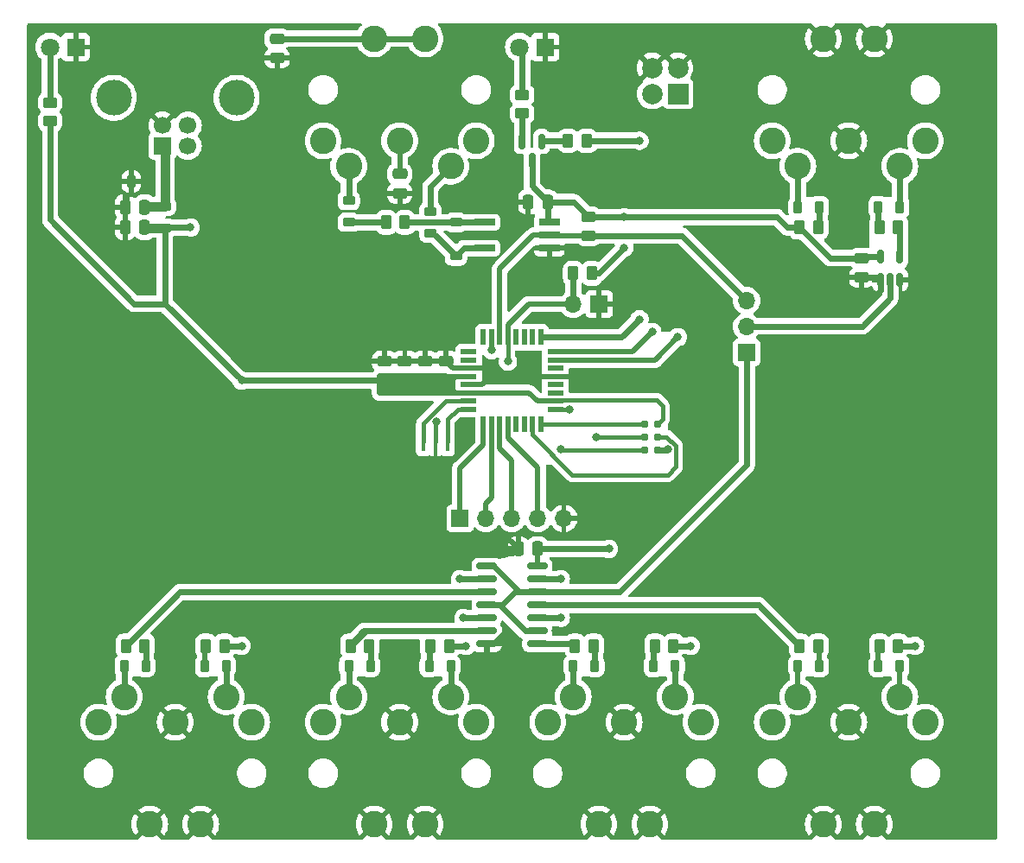
<source format=gbr>
%TF.GenerationSoftware,KiCad,Pcbnew,7.0.1*%
%TF.CreationDate,2023-12-17T22:31:34-05:00*%
%TF.ProjectId,channel_splitter,6368616e-6e65-46c5-9f73-706c69747465,rev?*%
%TF.SameCoordinates,Original*%
%TF.FileFunction,Copper,L1,Top*%
%TF.FilePolarity,Positive*%
%FSLAX46Y46*%
G04 Gerber Fmt 4.6, Leading zero omitted, Abs format (unit mm)*
G04 Created by KiCad (PCBNEW 7.0.1) date 2023-12-17 22:31:34*
%MOMM*%
%LPD*%
G01*
G04 APERTURE LIST*
G04 Aperture macros list*
%AMRoundRect*
0 Rectangle with rounded corners*
0 $1 Rounding radius*
0 $2 $3 $4 $5 $6 $7 $8 $9 X,Y pos of 4 corners*
0 Add a 4 corners polygon primitive as box body*
4,1,4,$2,$3,$4,$5,$6,$7,$8,$9,$2,$3,0*
0 Add four circle primitives for the rounded corners*
1,1,$1+$1,$2,$3*
1,1,$1+$1,$4,$5*
1,1,$1+$1,$6,$7*
1,1,$1+$1,$8,$9*
0 Add four rect primitives between the rounded corners*
20,1,$1+$1,$2,$3,$4,$5,0*
20,1,$1+$1,$4,$5,$6,$7,0*
20,1,$1+$1,$6,$7,$8,$9,0*
20,1,$1+$1,$8,$9,$2,$3,0*%
G04 Aperture macros list end*
%TA.AperFunction,ComponentPad*%
%ADD10R,1.800000X1.800000*%
%TD*%
%TA.AperFunction,ComponentPad*%
%ADD11C,1.800000*%
%TD*%
%TA.AperFunction,SMDPad,CuDef*%
%ADD12R,0.400000X1.900000*%
%TD*%
%TA.AperFunction,SMDPad,CuDef*%
%ADD13RoundRect,0.250000X0.475000X-0.250000X0.475000X0.250000X-0.475000X0.250000X-0.475000X-0.250000X0*%
%TD*%
%TA.AperFunction,SMDPad,CuDef*%
%ADD14RoundRect,0.250000X0.250000X0.475000X-0.250000X0.475000X-0.250000X-0.475000X0.250000X-0.475000X0*%
%TD*%
%TA.AperFunction,SMDPad,CuDef*%
%ADD15RoundRect,0.250000X-0.475000X0.250000X-0.475000X-0.250000X0.475000X-0.250000X0.475000X0.250000X0*%
%TD*%
%TA.AperFunction,ComponentPad*%
%ADD16R,1.700000X1.700000*%
%TD*%
%TA.AperFunction,ComponentPad*%
%ADD17C,1.700000*%
%TD*%
%TA.AperFunction,ComponentPad*%
%ADD18C,3.500000*%
%TD*%
%TA.AperFunction,ComponentPad*%
%ADD19C,2.600000*%
%TD*%
%TA.AperFunction,SMDPad,CuDef*%
%ADD20RoundRect,0.218750X-0.381250X0.218750X-0.381250X-0.218750X0.381250X-0.218750X0.381250X0.218750X0*%
%TD*%
%TA.AperFunction,SMDPad,CuDef*%
%ADD21RoundRect,0.250000X0.262500X0.450000X-0.262500X0.450000X-0.262500X-0.450000X0.262500X-0.450000X0*%
%TD*%
%TA.AperFunction,SMDPad,CuDef*%
%ADD22RoundRect,0.218750X0.218750X0.381250X-0.218750X0.381250X-0.218750X-0.381250X0.218750X-0.381250X0*%
%TD*%
%TA.AperFunction,SMDPad,CuDef*%
%ADD23RoundRect,0.250000X-0.250000X-0.475000X0.250000X-0.475000X0.250000X0.475000X-0.250000X0.475000X0*%
%TD*%
%TA.AperFunction,SMDPad,CuDef*%
%ADD24R,2.000000X0.640000*%
%TD*%
%TA.AperFunction,SMDPad,CuDef*%
%ADD25RoundRect,0.250000X0.450000X-0.262500X0.450000X0.262500X-0.450000X0.262500X-0.450000X-0.262500X0*%
%TD*%
%TA.AperFunction,SMDPad,CuDef*%
%ADD26RoundRect,0.225000X0.225000X0.375000X-0.225000X0.375000X-0.225000X-0.375000X0.225000X-0.375000X0*%
%TD*%
%TA.AperFunction,SMDPad,CuDef*%
%ADD27RoundRect,0.150000X0.150000X-0.512500X0.150000X0.512500X-0.150000X0.512500X-0.150000X-0.512500X0*%
%TD*%
%TA.AperFunction,ComponentPad*%
%ADD28O,1.700000X1.700000*%
%TD*%
%TA.AperFunction,SMDPad,CuDef*%
%ADD29RoundRect,0.250000X-0.262500X-0.450000X0.262500X-0.450000X0.262500X0.450000X-0.262500X0.450000X0*%
%TD*%
%TA.AperFunction,SMDPad,CuDef*%
%ADD30R,1.600000X0.550000*%
%TD*%
%TA.AperFunction,SMDPad,CuDef*%
%ADD31R,0.550000X1.600000*%
%TD*%
%TA.AperFunction,SMDPad,CuDef*%
%ADD32RoundRect,0.150000X-0.150000X0.587500X-0.150000X-0.587500X0.150000X-0.587500X0.150000X0.587500X0*%
%TD*%
%TA.AperFunction,ConnectorPad*%
%ADD33C,0.787400*%
%TD*%
%TA.AperFunction,SMDPad,CuDef*%
%ADD34RoundRect,0.218750X-0.218750X-0.381250X0.218750X-0.381250X0.218750X0.381250X-0.218750X0.381250X0*%
%TD*%
%TA.AperFunction,SMDPad,CuDef*%
%ADD35RoundRect,0.225000X-0.375000X0.225000X-0.375000X-0.225000X0.375000X-0.225000X0.375000X0.225000X0*%
%TD*%
%TA.AperFunction,ComponentPad*%
%ADD36R,2.000000X2.000000*%
%TD*%
%TA.AperFunction,ComponentPad*%
%ADD37C,2.000000*%
%TD*%
%TA.AperFunction,SMDPad,CuDef*%
%ADD38RoundRect,0.150000X-0.825000X-0.150000X0.825000X-0.150000X0.825000X0.150000X-0.825000X0.150000X0*%
%TD*%
%TA.AperFunction,SMDPad,CuDef*%
%ADD39RoundRect,0.250000X-0.450000X0.262500X-0.450000X-0.262500X0.450000X-0.262500X0.450000X0.262500X0*%
%TD*%
%TA.AperFunction,ViaPad*%
%ADD40C,0.800000*%
%TD*%
%TA.AperFunction,Conductor*%
%ADD41C,0.400000*%
%TD*%
%TA.AperFunction,Conductor*%
%ADD42C,0.550000*%
%TD*%
%TA.AperFunction,Conductor*%
%ADD43C,0.600000*%
%TD*%
%TA.AperFunction,Conductor*%
%ADD44C,0.900000*%
%TD*%
G04 APERTURE END LIST*
D10*
%TO.P,D4,1,K*%
%TO.N,GND*%
X103250000Y-72325000D03*
D11*
%TO.P,D4,2,A*%
%TO.N,Net-(D4-A)*%
X100710000Y-72325000D03*
%TD*%
D10*
%TO.P,D2,1,K*%
%TO.N,GND*%
X57250000Y-72325000D03*
D11*
%TO.P,D2,2,A*%
%TO.N,Net-(D2-A)*%
X54710000Y-72325000D03*
%TD*%
D12*
%TO.P,Y1,1,1*%
%TO.N,/XTAL+*%
X91300000Y-111000000D03*
%TO.P,Y1,2,2*%
%TO.N,GND*%
X92500000Y-111000000D03*
%TO.P,Y1,3,3*%
%TO.N,/XTAL-*%
X93700000Y-111000000D03*
%TD*%
D13*
%TO.P,C11,1*%
%TO.N,GND*%
X134250000Y-94900000D03*
%TO.P,C11,2*%
%TO.N,+5V*%
X134250000Y-93000000D03*
%TD*%
D14*
%TO.P,C10,1*%
%TO.N,+5V*%
X102500000Y-121500000D03*
%TO.P,C10,2*%
%TO.N,GND*%
X100600000Y-121500000D03*
%TD*%
%TO.P,C9,2*%
%TO.N,GND*%
X101600000Y-87500000D03*
%TO.P,C9,1*%
%TO.N,+5V*%
X103500000Y-87500000D03*
%TD*%
D15*
%TO.P,C8,1*%
%TO.N,Net-(C8-Pad1)*%
X89000000Y-84750000D03*
%TO.P,C8,2*%
%TO.N,GND*%
X89000000Y-86650000D03*
%TD*%
%TO.P,C7,1*%
%TO.N,Net-(C7-Pad1)*%
X77000000Y-71500000D03*
%TO.P,C7,2*%
%TO.N,GND*%
X77000000Y-73400000D03*
%TD*%
%TO.P,C4,2*%
%TO.N,+5V*%
X91500000Y-105000000D03*
%TO.P,C4,1*%
%TO.N,GND*%
X91500000Y-103100000D03*
%TD*%
%TO.P,C3,1*%
%TO.N,GND*%
X93500000Y-103100000D03*
%TO.P,C3,2*%
%TO.N,+5V*%
X93500000Y-105000000D03*
%TD*%
D16*
%TO.P,J1,1,VBUS*%
%TO.N,VBUS*%
X65750000Y-82000000D03*
D17*
%TO.P,J1,2,D-*%
%TO.N,unconnected-(J1-D--Pad2)*%
X68250000Y-82000000D03*
%TO.P,J1,3,D+*%
%TO.N,unconnected-(J1-D+-Pad3)*%
X68250000Y-80000000D03*
%TO.P,J1,4,GND*%
%TO.N,GND*%
X65750000Y-80000000D03*
D18*
%TO.P,J1,5,Shield*%
%TO.N,unconnected-(J1-Shield-Pad5)*%
X60980000Y-77290000D03*
X73020000Y-77290000D03*
%TD*%
D19*
%TO.P,J9,1*%
%TO.N,unconnected-(J9-Pad1)*%
X125500000Y-81500000D03*
%TO.P,J9,2*%
%TO.N,GND*%
X133000000Y-81500000D03*
%TO.P,J9,3*%
%TO.N,unconnected-(J9-Pad3)*%
X140500000Y-81500000D03*
%TO.P,J9,4*%
%TO.N,Net-(FB13-Pad1)*%
X128000000Y-84000000D03*
%TO.P,J9,5*%
%TO.N,Net-(FB12-Pad2)*%
X138000000Y-84000000D03*
%TO.P,J9,S1*%
%TO.N,GND*%
X135500000Y-71500000D03*
%TO.P,J9,S2*%
X130500000Y-71500000D03*
%TD*%
%TO.P,J8,1*%
%TO.N,unconnected-(J8-Pad1)*%
X140500000Y-138500000D03*
%TO.P,J8,2*%
%TO.N,GND*%
X133000000Y-138500000D03*
%TO.P,J8,3*%
%TO.N,unconnected-(J8-Pad3)*%
X125500000Y-138500000D03*
%TO.P,J8,4*%
%TO.N,Net-(FB11-Pad1)*%
X138000000Y-136000000D03*
%TO.P,J8,5*%
%TO.N,Net-(FB10-Pad2)*%
X128000000Y-136000000D03*
%TO.P,J8,S1*%
%TO.N,GND*%
X130500000Y-148500000D03*
%TO.P,J8,S2*%
X135500000Y-148500000D03*
%TD*%
%TO.P,J7,1*%
%TO.N,unconnected-(J7-Pad1)*%
X118500000Y-138500000D03*
%TO.P,J7,2*%
%TO.N,GND*%
X111000000Y-138500000D03*
%TO.P,J7,3*%
%TO.N,unconnected-(J7-Pad3)*%
X103500000Y-138500000D03*
%TO.P,J7,4*%
%TO.N,Net-(FB9-Pad1)*%
X116000000Y-136000000D03*
%TO.P,J7,5*%
%TO.N,Net-(FB8-Pad2)*%
X106000000Y-136000000D03*
%TO.P,J7,S1*%
%TO.N,GND*%
X108500000Y-148500000D03*
%TO.P,J7,S2*%
X113500000Y-148500000D03*
%TD*%
%TO.P,J5,1*%
%TO.N,unconnected-(J5-Pad1)*%
X74500000Y-138500000D03*
%TO.P,J5,2*%
%TO.N,GND*%
X67000000Y-138500000D03*
%TO.P,J5,3*%
%TO.N,unconnected-(J5-Pad3)*%
X59500000Y-138500000D03*
%TO.P,J5,4*%
%TO.N,Net-(FB5-Pad1)*%
X72000000Y-136000000D03*
%TO.P,J5,5*%
%TO.N,Net-(FB4-Pad2)*%
X62000000Y-136000000D03*
%TO.P,J5,S1*%
%TO.N,GND*%
X64500000Y-148500000D03*
%TO.P,J5,S2*%
X69500000Y-148500000D03*
%TD*%
%TO.P,J2,1*%
%TO.N,unconnected-(J2-Pad1)*%
X81500000Y-81500000D03*
%TO.P,J2,2*%
%TO.N,Net-(C8-Pad1)*%
X89000000Y-81500000D03*
%TO.P,J2,3*%
%TO.N,unconnected-(J2-Pad3)*%
X96500000Y-81500000D03*
%TO.P,J2,4*%
%TO.N,Net-(FB2-Pad1)*%
X84000000Y-84000000D03*
%TO.P,J2,5*%
%TO.N,Net-(FB3-Pad1)*%
X94000000Y-84000000D03*
%TO.P,J2,S1*%
%TO.N,Net-(C7-Pad1)*%
X91500000Y-71500000D03*
%TO.P,J2,S2*%
X86500000Y-71500000D03*
%TD*%
%TO.P,J6,1*%
%TO.N,unconnected-(J6-Pad1)*%
X96500000Y-138500000D03*
%TO.P,J6,2*%
%TO.N,GND*%
X89000000Y-138500000D03*
%TO.P,J6,3*%
%TO.N,unconnected-(J6-Pad3)*%
X81500000Y-138500000D03*
%TO.P,J6,4*%
%TO.N,Net-(FB7-Pad1)*%
X94000000Y-136000000D03*
%TO.P,J6,5*%
%TO.N,Net-(FB6-Pad2)*%
X84000000Y-136000000D03*
%TO.P,J6,S1*%
%TO.N,GND*%
X86500000Y-148500000D03*
%TO.P,J6,S2*%
X91500000Y-148500000D03*
%TD*%
D20*
%TO.P,FB3,1*%
%TO.N,Net-(FB3-Pad1)*%
X92000000Y-88437500D03*
%TO.P,FB3,2*%
%TO.N,Net-(D3-A)*%
X92000000Y-90562500D03*
%TD*%
D21*
%TO.P,R8,1*%
%TO.N,+5V*%
X93825000Y-131000000D03*
%TO.P,R8,2*%
%TO.N,Net-(FB7-Pad2)*%
X92000000Y-131000000D03*
%TD*%
D22*
%TO.P,FB11,1*%
%TO.N,Net-(FB11-Pad1)*%
X138000000Y-133000000D03*
%TO.P,FB11,2*%
%TO.N,Net-(FB11-Pad2)*%
X135875000Y-133000000D03*
%TD*%
D23*
%TO.P,C2,1*%
%TO.N,GND*%
X62100000Y-90000000D03*
%TO.P,C2,2*%
%TO.N,+5V*%
X64000000Y-90000000D03*
%TD*%
D24*
%TO.P,U2,1*%
%TO.N,Net-(D3-K)*%
X97350000Y-89500000D03*
%TO.P,U2,3*%
%TO.N,Net-(D3-A)*%
X97350000Y-92040000D03*
%TO.P,U2,4*%
%TO.N,GND*%
X103650000Y-92040000D03*
%TO.P,U2,5*%
%TO.N,/MIDI_IN*%
X103650000Y-90770000D03*
%TO.P,U2,6*%
%TO.N,+5V*%
X103650000Y-89500000D03*
%TD*%
D25*
%TO.P,R1,1*%
%TO.N,+5V*%
X54750000Y-79575000D03*
%TO.P,R1,2*%
%TO.N,Net-(D2-A)*%
X54750000Y-77750000D03*
%TD*%
D26*
%TO.P,D1,1,K*%
%TO.N,VBUS*%
X66000000Y-85500000D03*
%TO.P,D1,2,A*%
%TO.N,GND*%
X62700000Y-85500000D03*
%TD*%
D20*
%TO.P,FB2,1*%
%TO.N,Net-(FB2-Pad1)*%
X84000000Y-87375000D03*
%TO.P,FB2,2*%
%TO.N,Net-(FB2-Pad2)*%
X84000000Y-89500000D03*
%TD*%
D27*
%TO.P,U4,5,VCC*%
%TO.N,+5V*%
X136100000Y-92862500D03*
%TO.P,U4,4*%
%TO.N,/THRU_OUT*%
X138000000Y-92862500D03*
%TO.P,U4,3,GND*%
%TO.N,GND*%
X138000000Y-95137500D03*
%TO.P,U4,2*%
%TO.N,/THRU_SEL*%
X137050000Y-95137500D03*
%TO.P,U4,1*%
%TO.N,GND*%
X136100000Y-95137500D03*
%TD*%
D21*
%TO.P,R15,1*%
%TO.N,/~{RX_LED}*%
X107325000Y-81500000D03*
%TO.P,R15,2*%
%TO.N,Net-(Q1-B)*%
X105500000Y-81500000D03*
%TD*%
D15*
%TO.P,C5,1*%
%TO.N,GND*%
X89500000Y-103100000D03*
%TO.P,C5,2*%
%TO.N,+5V*%
X89500000Y-105000000D03*
%TD*%
D16*
%TO.P,J4,1,Pin_1*%
%TO.N,/~{PORT1_EN}*%
X94920000Y-118500000D03*
D28*
%TO.P,J4,2,Pin_2*%
%TO.N,/~{PORT2_EN}*%
X97460000Y-118500000D03*
%TO.P,J4,3,Pin_3*%
%TO.N,/~{PORT3_EN}*%
X100000000Y-118500000D03*
%TO.P,J4,4,Pin_4*%
%TO.N,/~{PORT4_EN}*%
X102540000Y-118500000D03*
%TO.P,J4,5,Pin_5*%
%TO.N,GND*%
X105080000Y-118500000D03*
%TD*%
D21*
%TO.P,R7,1*%
%TO.N,Net-(FB6-Pad1)*%
X86000000Y-131000000D03*
%TO.P,R7,2*%
%TO.N,/PORT2_TX*%
X84175000Y-131000000D03*
%TD*%
D22*
%TO.P,FB6,1*%
%TO.N,Net-(FB6-Pad1)*%
X86125000Y-133000000D03*
%TO.P,FB6,2*%
%TO.N,Net-(FB6-Pad2)*%
X84000000Y-133000000D03*
%TD*%
D23*
%TO.P,C1,1*%
%TO.N,GND*%
X62100000Y-88000000D03*
%TO.P,C1,2*%
%TO.N,VBUS*%
X64000000Y-88000000D03*
%TD*%
D29*
%TO.P,R13,1*%
%TO.N,Net-(FB12-Pad1)*%
X136000000Y-90000000D03*
%TO.P,R13,2*%
%TO.N,/THRU_OUT*%
X137825000Y-90000000D03*
%TD*%
D21*
%TO.P,R10,1*%
%TO.N,+5V*%
X115825000Y-131000000D03*
%TO.P,R10,2*%
%TO.N,Net-(FB9-Pad2)*%
X114000000Y-131000000D03*
%TD*%
D20*
%TO.P,FB1,1*%
%TO.N,VBUS*%
X66000000Y-87937500D03*
%TO.P,FB1,2*%
%TO.N,+5V*%
X66000000Y-90062500D03*
%TD*%
D30*
%TO.P,U1,1,PD3(INT1)*%
%TO.N,unconnected-(U1-PD3(INT1)-Pad1)*%
X95750000Y-102200000D03*
%TO.P,U1,2,PD4*%
%TO.N,unconnected-(U1-PD4-Pad2)*%
X95750000Y-103000000D03*
%TO.P,U1,3,GND*%
%TO.N,GND*%
X95750000Y-103800000D03*
%TO.P,U1,4,VCC*%
%TO.N,+5V*%
X95750000Y-104600000D03*
%TO.P,U1,5,GND*%
%TO.N,GND*%
X95750000Y-105400000D03*
%TO.P,U1,6,VCC*%
%TO.N,+5V*%
X95750000Y-106200000D03*
%TO.P,U1,7,XTAL1(PB6)*%
%TO.N,/XTAL+*%
X95750000Y-107000000D03*
%TO.P,U1,8,XTAL2(PB7)*%
%TO.N,/XTAL-*%
X95750000Y-107800000D03*
D31*
%TO.P,U1,9,PD5*%
%TO.N,/~{PORT1_EN}*%
X97200000Y-109250000D03*
%TO.P,U1,10,PD6*%
%TO.N,/~{PORT2_EN}*%
X98000000Y-109250000D03*
%TO.P,U1,11,PD7*%
%TO.N,/~{PORT3_EN}*%
X98800000Y-109250000D03*
%TO.P,U1,12,PB0(ICP)*%
%TO.N,/~{PORT4_EN}*%
X99600000Y-109250000D03*
%TO.P,U1,13,PB1*%
%TO.N,unconnected-(U1-PB1-Pad13)*%
X100400000Y-109250000D03*
%TO.P,U1,14,PB2(CS)*%
%TO.N,unconnected-(U1-PB2(CS)-Pad14)*%
X101200000Y-109250000D03*
%TO.P,U1,15,PB3(MOSI)*%
%TO.N,/SER_COPI*%
X102000000Y-109250000D03*
%TO.P,U1,16,PB4(MISO)*%
%TO.N,/SER_CIPO*%
X102800000Y-109250000D03*
D30*
%TO.P,U1,17,PB5(SCK)*%
%TO.N,/SER_CLK*%
X104250000Y-107800000D03*
%TO.P,U1,18,AVCC*%
%TO.N,+5V*%
X104250000Y-107000000D03*
%TO.P,U1,19,ADC6*%
%TO.N,/A6*%
X104250000Y-106200000D03*
%TO.P,U1,20,AREF*%
%TO.N,/AREF*%
X104250000Y-105400000D03*
%TO.P,U1,21,AGND*%
%TO.N,GND*%
X104250000Y-104600000D03*
%TO.P,U1,22,ADC7*%
%TO.N,/A7*%
X104250000Y-103800000D03*
%TO.P,U1,23,PC0(ADC0)*%
%TO.N,/CFG1*%
X104250000Y-103000000D03*
%TO.P,U1,24,PC1(ADC1)*%
%TO.N,/CFG2*%
X104250000Y-102200000D03*
D31*
%TO.P,U1,25,PC2(ADC2)*%
%TO.N,/~{RX_LED}*%
X102800000Y-100750000D03*
%TO.P,U1,26,PC3(ADC3)*%
%TO.N,unconnected-(U1-PC3(ADC3)-Pad26)*%
X102000000Y-100750000D03*
%TO.P,U1,27,PC4(SDA/ADC4)*%
%TO.N,unconnected-(U1-PC4(SDA{slash}ADC4)-Pad27)*%
X101200000Y-100750000D03*
%TO.P,U1,28,PC5(SCL/ADC5)*%
%TO.N,unconnected-(U1-PC5(SCL{slash}ADC5)-Pad28)*%
X100400000Y-100750000D03*
%TO.P,U1,29,~{RESET}(PC6)*%
%TO.N,/~{RESET}*%
X99600000Y-100750000D03*
%TO.P,U1,30,PD0(RXD)*%
%TO.N,/MIDI_IN*%
X98800000Y-100750000D03*
%TO.P,U1,31,PD1(TXD)*%
%TO.N,/UART_TX*%
X98000000Y-100750000D03*
%TO.P,U1,32,PD2(INT0)*%
%TO.N,unconnected-(U1-PD2(INT0)-Pad32)*%
X97200000Y-100750000D03*
%TD*%
D21*
%TO.P,R6,1*%
%TO.N,+5V*%
X71825000Y-131000000D03*
%TO.P,R6,2*%
%TO.N,Net-(FB5-Pad2)*%
X70000000Y-131000000D03*
%TD*%
D15*
%TO.P,C6,1*%
%TO.N,GND*%
X87500000Y-103100000D03*
%TO.P,C6,2*%
%TO.N,+5V*%
X87500000Y-105000000D03*
%TD*%
D21*
%TO.P,R5,1*%
%TO.N,Net-(FB4-Pad1)*%
X64000000Y-131000000D03*
%TO.P,R5,2*%
%TO.N,/PORT1_TX*%
X62175000Y-131000000D03*
%TD*%
%TO.P,R12,1*%
%TO.N,+5V*%
X137825000Y-131000000D03*
%TO.P,R12,2*%
%TO.N,Net-(FB11-Pad2)*%
X136000000Y-131000000D03*
%TD*%
%TO.P,R9,1*%
%TO.N,Net-(FB8-Pad1)*%
X108000000Y-131000000D03*
%TO.P,R9,2*%
%TO.N,/PORT3_TX*%
X106175000Y-131000000D03*
%TD*%
D32*
%TO.P,Q1,1,B*%
%TO.N,Net-(Q1-B)*%
X102900000Y-81562500D03*
%TO.P,Q1,2,E*%
%TO.N,Net-(Q1-E)*%
X101000000Y-81562500D03*
%TO.P,Q1,3,C*%
%TO.N,+5V*%
X101950000Y-83437500D03*
%TD*%
D21*
%TO.P,R2,1*%
%TO.N,+5V*%
X107825000Y-94500000D03*
%TO.P,R2,2*%
%TO.N,/~{RESET}*%
X106000000Y-94500000D03*
%TD*%
D16*
%TO.P,JP1,1,A*%
%TO.N,GND*%
X108540000Y-97500000D03*
D28*
%TO.P,JP1,2,B*%
%TO.N,/~{RESET}*%
X106000000Y-97500000D03*
%TD*%
D22*
%TO.P,FB7,1*%
%TO.N,Net-(FB7-Pad1)*%
X94000000Y-133000000D03*
%TO.P,FB7,2*%
%TO.N,Net-(FB7-Pad2)*%
X91875000Y-133000000D03*
%TD*%
%TO.P,FB8,1*%
%TO.N,Net-(FB8-Pad1)*%
X108125000Y-133000000D03*
%TO.P,FB8,2*%
%TO.N,Net-(FB8-Pad2)*%
X106000000Y-133000000D03*
%TD*%
D33*
%TO.P,J3,1,Pin_1*%
%TO.N,/SER_CIPO*%
X113000000Y-109250000D03*
%TO.P,J3,2,Pin_2*%
%TO.N,+5V*%
X114270000Y-109250000D03*
%TO.P,J3,3,Pin_3*%
%TO.N,/SER_CLK*%
X113000000Y-110520000D03*
%TO.P,J3,4,Pin_4*%
%TO.N,/SER_COPI*%
X114270000Y-110520000D03*
%TO.P,J3,5,Pin_5*%
%TO.N,/~{RESET}*%
X113000000Y-111790000D03*
%TO.P,J3,6,Pin_6*%
%TO.N,GND*%
X114270000Y-111790000D03*
%TD*%
D21*
%TO.P,R11,1*%
%TO.N,Net-(FB10-Pad1)*%
X130000000Y-131000000D03*
%TO.P,R11,2*%
%TO.N,/PORT4_TX*%
X128175000Y-131000000D03*
%TD*%
D34*
%TO.P,FB12,1*%
%TO.N,Net-(FB12-Pad1)*%
X135875000Y-88000000D03*
%TO.P,FB12,2*%
%TO.N,Net-(FB12-Pad2)*%
X138000000Y-88000000D03*
%TD*%
D16*
%TO.P,JP2,1,A*%
%TO.N,/UART_TX*%
X123000000Y-102235000D03*
D28*
%TO.P,JP2,2,B*%
%TO.N,/THRU_SEL*%
X123000000Y-99695000D03*
%TO.P,JP2,3,C*%
%TO.N,/MIDI_IN*%
X123000000Y-97155000D03*
%TD*%
D22*
%TO.P,FB10,1*%
%TO.N,Net-(FB10-Pad1)*%
X130125000Y-133000000D03*
%TO.P,FB10,2*%
%TO.N,Net-(FB10-Pad2)*%
X128000000Y-133000000D03*
%TD*%
%TO.P,FB9,1*%
%TO.N,Net-(FB9-Pad1)*%
X116000000Y-133000000D03*
%TO.P,FB9,2*%
%TO.N,Net-(FB9-Pad2)*%
X113875000Y-133000000D03*
%TD*%
D35*
%TO.P,D3,1,K*%
%TO.N,Net-(D3-K)*%
X94500000Y-89500000D03*
%TO.P,D3,2,A*%
%TO.N,Net-(D3-A)*%
X94500000Y-92800000D03*
%TD*%
D36*
%TO.P,SW1,1*%
%TO.N,/CFG1*%
X116270000Y-76905000D03*
D37*
%TO.P,SW1,2*%
%TO.N,GND*%
X116270000Y-74365000D03*
%TO.P,SW1,3*%
%TO.N,/CFG2*%
X113730000Y-76905000D03*
%TO.P,SW1,4*%
%TO.N,GND*%
X113730000Y-74365000D03*
%TD*%
D22*
%TO.P,FB5,1*%
%TO.N,Net-(FB5-Pad1)*%
X72000000Y-133000000D03*
%TO.P,FB5,2*%
%TO.N,Net-(FB5-Pad2)*%
X69875000Y-133000000D03*
%TD*%
D38*
%TO.P,U3,1*%
%TO.N,/UART_TX*%
X97525000Y-123190000D03*
%TO.P,U3,2*%
%TO.N,/~{PORT1_EN}*%
X97525000Y-124460000D03*
%TO.P,U3,3*%
%TO.N,/PORT1_TX*%
X97525000Y-125730000D03*
%TO.P,U3,4*%
%TO.N,/UART_TX*%
X97525000Y-127000000D03*
%TO.P,U3,5*%
%TO.N,/~{PORT2_EN}*%
X97525000Y-128270000D03*
%TO.P,U3,6*%
%TO.N,/PORT2_TX*%
X97525000Y-129540000D03*
%TO.P,U3,7,GND*%
%TO.N,GND*%
X97525000Y-130810000D03*
%TO.P,U3,8*%
%TO.N,/PORT3_TX*%
X102475000Y-130810000D03*
%TO.P,U3,9*%
%TO.N,/UART_TX*%
X102475000Y-129540000D03*
%TO.P,U3,10*%
%TO.N,/~{PORT3_EN}*%
X102475000Y-128270000D03*
%TO.P,U3,11*%
%TO.N,/PORT4_TX*%
X102475000Y-127000000D03*
%TO.P,U3,12*%
%TO.N,/UART_TX*%
X102475000Y-125730000D03*
%TO.P,U3,13*%
%TO.N,/~{PORT4_EN}*%
X102475000Y-124460000D03*
%TO.P,U3,14,VCC*%
%TO.N,+5V*%
X102475000Y-123190000D03*
%TD*%
D21*
%TO.P,R3,1*%
%TO.N,Net-(D3-K)*%
X89500000Y-89500000D03*
%TO.P,R3,2*%
%TO.N,Net-(FB2-Pad2)*%
X87675000Y-89500000D03*
%TD*%
D25*
%TO.P,R16,1*%
%TO.N,Net-(Q1-E)*%
X101000000Y-78825000D03*
%TO.P,R16,2*%
%TO.N,Net-(D4-A)*%
X101000000Y-77000000D03*
%TD*%
D34*
%TO.P,FB13,1*%
%TO.N,Net-(FB13-Pad1)*%
X128000000Y-88000000D03*
%TO.P,FB13,2*%
%TO.N,Net-(FB13-Pad2)*%
X130125000Y-88000000D03*
%TD*%
D22*
%TO.P,FB4,1*%
%TO.N,Net-(FB4-Pad1)*%
X64125000Y-133000000D03*
%TO.P,FB4,2*%
%TO.N,Net-(FB4-Pad2)*%
X62000000Y-133000000D03*
%TD*%
D29*
%TO.P,R14,1*%
%TO.N,+5V*%
X128175000Y-90000000D03*
%TO.P,R14,2*%
%TO.N,Net-(FB13-Pad2)*%
X130000000Y-90000000D03*
%TD*%
D39*
%TO.P,R4,1*%
%TO.N,+5V*%
X107500000Y-88980000D03*
%TO.P,R4,2*%
%TO.N,/MIDI_IN*%
X107500000Y-90805000D03*
%TD*%
D40*
%TO.N,GND*%
X111000000Y-98250000D03*
X98750000Y-122000000D03*
X98750000Y-120750000D03*
X95750000Y-109250000D03*
X134250000Y-96500000D03*
X135500000Y-96750000D03*
X58500000Y-70500000D03*
X133000000Y-105500000D03*
X131000000Y-114500000D03*
X136500000Y-124000000D03*
X143500000Y-74500000D03*
X143750000Y-82250000D03*
X143750000Y-91000000D03*
X142750000Y-100000000D03*
X142000000Y-105250000D03*
X141500000Y-111500000D03*
X135750000Y-108250000D03*
X127750000Y-111000000D03*
X136250000Y-113000000D03*
X131250000Y-119000000D03*
X140000000Y-119750000D03*
X141000000Y-125500000D03*
X131500000Y-124250000D03*
X125000000Y-121000000D03*
X137500000Y-129250000D03*
X131750000Y-134500000D03*
X132500000Y-129500000D03*
X139500000Y-91750000D03*
X139500000Y-86250000D03*
X146250000Y-130750000D03*
X146500000Y-122000000D03*
X146500000Y-115000000D03*
X146500000Y-106500000D03*
X146500000Y-97750000D03*
X146500000Y-90000000D03*
X146500000Y-83250000D03*
X146500000Y-76750000D03*
X61750000Y-98250000D03*
X63750000Y-96250000D03*
X60000000Y-92500000D03*
X58000000Y-94500000D03*
X56500000Y-89000000D03*
X53500000Y-90250000D03*
X146000000Y-139500000D03*
X144750000Y-142750000D03*
X145000000Y-147000000D03*
X141500000Y-146750000D03*
X140000000Y-148250000D03*
X98500000Y-135250000D03*
X102250000Y-135500000D03*
X123500000Y-135250000D03*
X119250000Y-135750000D03*
X129500000Y-138750000D03*
X133500000Y-135750000D03*
X137250000Y-139250000D03*
X137500000Y-141750000D03*
X130000000Y-142000000D03*
X126000000Y-147750000D03*
X118000000Y-147750000D03*
X115500000Y-143000000D03*
X114750000Y-139000000D03*
X110250000Y-135750000D03*
X107250000Y-142250000D03*
X103500000Y-148250000D03*
X100000000Y-146750000D03*
X95750000Y-148000000D03*
X89000000Y-135750000D03*
X92500000Y-139500000D03*
X60750000Y-146750000D03*
X64000000Y-141250000D03*
X70500000Y-141250000D03*
X74000000Y-147000000D03*
X82750000Y-147250000D03*
X85250000Y-142250000D03*
X124500000Y-107000000D03*
X121500000Y-107250000D03*
X120750000Y-103500000D03*
X115250000Y-103750000D03*
X110500000Y-105500000D03*
X116000000Y-109250000D03*
X117500000Y-113750000D03*
X107250000Y-120000000D03*
X110750000Y-115500000D03*
X103750000Y-116750000D03*
X53250000Y-142000000D03*
X53500000Y-134750000D03*
X58500000Y-149000000D03*
X53500000Y-149000000D03*
X146500000Y-70750000D03*
X140500000Y-84000000D03*
X126250000Y-94000000D03*
X131250000Y-96250000D03*
X134500000Y-91250000D03*
X133500000Y-85500000D03*
X137750000Y-79500000D03*
X139250000Y-72000000D03*
X129250000Y-78250000D03*
X126000000Y-72500000D03*
X121500000Y-75750000D03*
X121000000Y-83500000D03*
X117750000Y-79750000D03*
X121250000Y-71750000D03*
X115000000Y-71250000D03*
X110000000Y-72000000D03*
X108500000Y-76000000D03*
X110250000Y-79750000D03*
X104000000Y-75750000D03*
X105750000Y-73750000D03*
X105000000Y-70500000D03*
X98250000Y-70750000D03*
X99750000Y-74750000D03*
X99500000Y-80000000D03*
X100750000Y-84000000D03*
X96750000Y-84250000D03*
X90500000Y-87750000D03*
X91000000Y-84250000D03*
X87000000Y-87750000D03*
X92250000Y-81000000D03*
X81750000Y-73500000D03*
X95750000Y-72250000D03*
X85000000Y-77750000D03*
X77500000Y-80750000D03*
X71250000Y-86000000D03*
X70500000Y-79500000D03*
X65250000Y-77750000D03*
X66250000Y-70750000D03*
X77000000Y-76250000D03*
X74250000Y-71000000D03*
X57750000Y-74250000D03*
X56250000Y-75500000D03*
X58750000Y-79500000D03*
X58500000Y-84750000D03*
X56250000Y-80750000D03*
X60250000Y-86750000D03*
X62500000Y-83750000D03*
X61000000Y-85500000D03*
X64750000Y-118750000D03*
X58750000Y-125750000D03*
X59250000Y-116250000D03*
X65750000Y-113250000D03*
X65000000Y-106000000D03*
X58500000Y-107500000D03*
X57750000Y-98750000D03*
X53500000Y-129000000D03*
X53500000Y-121250000D03*
X53500000Y-112750000D03*
X53500000Y-102750000D03*
X53500000Y-94500000D03*
X53500000Y-86750000D03*
X53250000Y-76000000D03*
X53250000Y-70750000D03*
X56000000Y-85750000D03*
X59250000Y-89000000D03*
X64750000Y-91750000D03*
X93000000Y-93750000D03*
X97250000Y-98500000D03*
X92500000Y-97750000D03*
X87750000Y-94500000D03*
X84250000Y-99250000D03*
X81000000Y-94500000D03*
X76250000Y-99250000D03*
X72000000Y-94750000D03*
X82000000Y-87500000D03*
X76000000Y-87750000D03*
X68250000Y-87750000D03*
X76250000Y-90250000D03*
X82500000Y-90250000D03*
X70250000Y-90250000D03*
X71250000Y-100750000D03*
X68750000Y-102500000D03*
X64750000Y-94250000D03*
X64750000Y-98750000D03*
X67500000Y-97000000D03*
X62000000Y-129000000D03*
X67000000Y-124250000D03*
X81500000Y-136000000D03*
X74500000Y-136000000D03*
X70000000Y-134750000D03*
X64000000Y-134750000D03*
X65500000Y-129750000D03*
X72250000Y-129250000D03*
X72000000Y-127250000D03*
X68000000Y-127250000D03*
X72000000Y-117750000D03*
X72000000Y-111250000D03*
X72000000Y-105500000D03*
X72000000Y-124250000D03*
X129250000Y-101000000D03*
X139250000Y-95000000D03*
X132500000Y-95000000D03*
X138750000Y-97000000D03*
X134750000Y-101000000D03*
X125000000Y-101000000D03*
X129000000Y-98250000D03*
X124750000Y-98250000D03*
X117750000Y-97500000D03*
X121250000Y-101000000D03*
X117750000Y-101000000D03*
X121000000Y-97000000D03*
X117500000Y-93750000D03*
X115000000Y-78750000D03*
X115000000Y-87500000D03*
X115000000Y-92250000D03*
X115000000Y-99750000D03*
X120750000Y-92750000D03*
X123250000Y-95250000D03*
X129750000Y-94000000D03*
X131500000Y-91500000D03*
X133500000Y-98250000D03*
X87500000Y-119500000D03*
X86500000Y-111500000D03*
X81000000Y-119500000D03*
X81000000Y-111500000D03*
X75000000Y-118000000D03*
X75000000Y-111000000D03*
X93500000Y-120000000D03*
X93500000Y-116500000D03*
X93500000Y-113500000D03*
X93500000Y-123500000D03*
X92500000Y-113500000D03*
X92565332Y-109065332D03*
X107750000Y-84750000D03*
X104000000Y-86000000D03*
X103250000Y-83250000D03*
X107750000Y-87500000D03*
X111250000Y-87500000D03*
X111250000Y-82750000D03*
X102500000Y-79750000D03*
X97500000Y-93250000D03*
X93500000Y-86750000D03*
X100000000Y-87750000D03*
X99750000Y-90750000D03*
X94500000Y-91000000D03*
X118250000Y-120000000D03*
X116250000Y-118250000D03*
X124250000Y-113750000D03*
X121750000Y-112750000D03*
X118500000Y-125750000D03*
X128500000Y-129250000D03*
X124500000Y-125750000D03*
X78000000Y-138500000D03*
X100000000Y-138500000D03*
X122000000Y-138500000D03*
X118250000Y-129750000D03*
X117000000Y-128250000D03*
X125000000Y-129750000D03*
X123500000Y-128250000D03*
X112750000Y-129750000D03*
X108250000Y-128250000D03*
X104250000Y-129500000D03*
X110750000Y-128250000D03*
X112250000Y-125750000D03*
X110750000Y-123750000D03*
X108250000Y-122750000D03*
X106250000Y-124500000D03*
X104750000Y-122750000D03*
X103750000Y-120000000D03*
X101250000Y-119750000D03*
X98750000Y-119750000D03*
X96250000Y-120250000D03*
X78000000Y-149250000D03*
X78250000Y-132500000D03*
X73500000Y-132500000D03*
X79000000Y-129750000D03*
X89250000Y-127750000D03*
X89250000Y-124500000D03*
X83750000Y-124500000D03*
X79000000Y-124500000D03*
X79000000Y-127000000D03*
X83750000Y-127000000D03*
X74750000Y-129750000D03*
X83750000Y-129250000D03*
X94750000Y-127000000D03*
X75000000Y-127250000D03*
X75000000Y-124250000D03*
X80500000Y-103750000D03*
X74750000Y-103750000D03*
X80500000Y-106250000D03*
X85750000Y-106250000D03*
X74750000Y-106250000D03*
X90750000Y-107750000D03*
X103750000Y-113750000D03*
X102000000Y-99000000D03*
X111250000Y-93500000D03*
X109000000Y-92000000D03*
X104500000Y-96000000D03*
X100000000Y-97250000D03*
X101500000Y-93500000D03*
X103500000Y-93500000D03*
X105500000Y-92000000D03*
%TO.N,/~{RX_LED}*%
X112500000Y-99000000D03*
X112500000Y-81500000D03*
%TO.N,GND*%
X115250000Y-111750000D03*
%TO.N,/SER_CLK*%
X108250000Y-110520000D03*
X105625000Y-107875000D03*
%TO.N,+5V*%
X68500000Y-90000000D03*
X111000000Y-92000000D03*
X111000000Y-88980000D03*
X109500000Y-121500000D03*
X73500000Y-105000000D03*
%TO.N,GND*%
X121750000Y-90250000D03*
X125250000Y-90250000D03*
X118000000Y-90250000D03*
X122000000Y-87500000D03*
X126500000Y-87500000D03*
X118000000Y-87500000D03*
X101000000Y-105000000D03*
X101000000Y-103500000D03*
X106000000Y-104500000D03*
X102500000Y-104500000D03*
X85750000Y-103250000D03*
X87500000Y-101750000D03*
X89500000Y-101750000D03*
X91500000Y-101750000D03*
X93500000Y-101750000D03*
X97500000Y-103500000D03*
X97500000Y-105000000D03*
%TO.N,/CFG1*%
X116250000Y-100750000D03*
%TO.N,/CFG2*%
X113750000Y-100250000D03*
%TO.N,/~{RESET}*%
X104750000Y-111750000D03*
X99600000Y-103134500D03*
%TO.N,/UART_TX*%
X98000000Y-102025000D03*
%TO.N,GND*%
X97500000Y-132000000D03*
X99500000Y-129500000D03*
%TO.N,+5V*%
X139500000Y-131000000D03*
X117500000Y-131000000D03*
X95500000Y-131000000D03*
X73500000Y-131000000D03*
%TO.N,/~{PORT1_EN}*%
X94920000Y-124460000D03*
%TO.N,/~{PORT2_EN}*%
X95250000Y-128270000D03*
%TO.N,/~{PORT3_EN}*%
X104775000Y-128270000D03*
%TO.N,/~{PORT4_EN}*%
X104775000Y-124460000D03*
%TD*%
D41*
%TO.N,GND*%
X62250000Y-86750000D02*
X62250000Y-87850000D01*
X62750000Y-86750000D02*
X62250000Y-86750000D01*
X62700000Y-86700000D02*
X62750000Y-86750000D01*
X62700000Y-85500000D02*
X62700000Y-86700000D01*
X62250000Y-87850000D02*
X62100000Y-88000000D01*
D42*
X99850000Y-120750000D02*
X100600000Y-121500000D01*
X98750000Y-120750000D02*
X99850000Y-120750000D01*
X98750000Y-122000000D02*
X100100000Y-122000000D01*
X100100000Y-122000000D02*
X100600000Y-121500000D01*
D43*
%TO.N,+5V*%
X102500000Y-121500000D02*
X109500000Y-121500000D01*
D42*
X92700000Y-106200000D02*
X91500000Y-105000000D01*
X95750000Y-106200000D02*
X92700000Y-106200000D01*
D43*
X73500000Y-105000000D02*
X87500000Y-105000000D01*
D42*
X91900000Y-104600000D02*
X91500000Y-105000000D01*
X95750000Y-104600000D02*
X91900000Y-104600000D01*
%TO.N,GND*%
X94200000Y-103800000D02*
X93500000Y-103100000D01*
X95750000Y-103800000D02*
X94200000Y-103800000D01*
%TO.N,Net-(C8-Pad1)*%
X89000000Y-84750000D02*
X89000000Y-81500000D01*
D43*
%TO.N,GND*%
X136100000Y-96150000D02*
X135500000Y-96750000D01*
X136100000Y-95137500D02*
X136100000Y-96150000D01*
X135862500Y-94900000D02*
X136100000Y-95137500D01*
X134250000Y-94900000D02*
X135862500Y-94900000D01*
%TO.N,+5V*%
X134387500Y-92862500D02*
X134250000Y-93000000D01*
X136100000Y-92862500D02*
X134387500Y-92862500D01*
X131175000Y-93000000D02*
X134250000Y-93000000D01*
X128175000Y-90000000D02*
X131175000Y-93000000D01*
D41*
%TO.N,GND*%
X135862500Y-95137500D02*
X136100000Y-95137500D01*
%TO.N,+5V*%
X114750000Y-108770000D02*
X114270000Y-109250000D01*
X114750000Y-107500000D02*
X114750000Y-108770000D01*
X114150000Y-106900000D02*
X114750000Y-107500000D01*
X104350000Y-106900000D02*
X114150000Y-106900000D01*
X104250000Y-107000000D02*
X104350000Y-106900000D01*
D43*
%TO.N,/UART_TX*%
X100270000Y-125730000D02*
X101230000Y-125730000D01*
X99000000Y-127000000D02*
X100270000Y-125730000D01*
X98750000Y-127000000D02*
X99000000Y-127000000D01*
X98149239Y-123190000D02*
X97525000Y-123190000D01*
X100689239Y-125730000D02*
X98149239Y-123190000D01*
X101230000Y-125730000D02*
X100689239Y-125730000D01*
X98750000Y-127000000D02*
X97525000Y-127000000D01*
X101290000Y-129540000D02*
X98750000Y-127000000D01*
X102475000Y-129540000D02*
X101290000Y-129540000D01*
X102475000Y-125730000D02*
X101230000Y-125730000D01*
%TO.N,+5V*%
X63000000Y-97500000D02*
X66000000Y-97500000D01*
X54750000Y-89250000D02*
X63000000Y-97500000D01*
X54750000Y-79575000D02*
X54750000Y-89250000D01*
%TO.N,Net-(D4-A)*%
X101000000Y-72615000D02*
X100710000Y-72325000D01*
X101000000Y-77000000D02*
X101000000Y-72615000D01*
%TO.N,Net-(D2-A)*%
X54710000Y-77710000D02*
X54750000Y-77750000D01*
X54710000Y-72325000D02*
X54710000Y-77710000D01*
D41*
%TO.N,GND*%
X92500000Y-109130664D02*
X92500000Y-111000000D01*
X92565332Y-109065332D02*
X92500000Y-109130664D01*
D43*
%TO.N,Net-(C7-Pad1)*%
X86500000Y-71500000D02*
X77175000Y-71500000D01*
X91500000Y-71500000D02*
X86500000Y-71500000D01*
D42*
%TO.N,/CFG1*%
X114000000Y-103000000D02*
X104250000Y-103000000D01*
X116250000Y-100750000D02*
X114000000Y-103000000D01*
%TO.N,/CFG2*%
X111800000Y-102200000D02*
X104250000Y-102200000D01*
X113750000Y-100250000D02*
X111800000Y-102200000D01*
D43*
%TO.N,/~{RX_LED}*%
X110750000Y-100750000D02*
X112500000Y-99000000D01*
X112500000Y-81500000D02*
X107325000Y-81500000D01*
X102800000Y-100750000D02*
X110750000Y-100750000D01*
D41*
%TO.N,/SER_CLK*%
X105550000Y-107800000D02*
X104250000Y-107800000D01*
X105625000Y-107875000D02*
X105550000Y-107800000D01*
%TO.N,/SER_COPI*%
X115151371Y-110520000D02*
X114270000Y-110520000D01*
X116050000Y-111418629D02*
X115151371Y-110520000D01*
X115250000Y-114250000D02*
X116050000Y-113450000D01*
X105925000Y-114250000D02*
X115250000Y-114250000D01*
X116050000Y-113450000D02*
X116050000Y-111418629D01*
X102000000Y-110325000D02*
X105925000Y-114250000D01*
X102000000Y-109250000D02*
X102000000Y-110325000D01*
%TO.N,/~{RESET}*%
X104750000Y-111750000D02*
X104790000Y-111790000D01*
X104790000Y-111790000D02*
X113000000Y-111790000D01*
%TO.N,/SER_CLK*%
X108250000Y-110520000D02*
X113000000Y-110520000D01*
D43*
%TO.N,GND*%
X115210000Y-111790000D02*
X115250000Y-111750000D01*
X114270000Y-111790000D02*
X115210000Y-111790000D01*
D41*
%TO.N,/~{RESET}*%
X99600000Y-100750000D02*
X99600000Y-103134500D01*
%TO.N,/SER_CIPO*%
X102800000Y-109250000D02*
X113000000Y-109250000D01*
D42*
%TO.N,/~{PORT1_EN}*%
X94920000Y-113580000D02*
X94920000Y-118500000D01*
X97200000Y-111300000D02*
X94920000Y-113580000D01*
X97200000Y-109250000D02*
X97200000Y-111300000D01*
D43*
%TO.N,+5V*%
X66062500Y-90000000D02*
X66000000Y-90062500D01*
X68500000Y-90000000D02*
X66062500Y-90000000D01*
%TO.N,/~{RESET}*%
X106000000Y-94500000D02*
X106000000Y-97500000D01*
%TO.N,+5V*%
X108500000Y-94500000D02*
X111000000Y-92000000D01*
X107825000Y-94500000D02*
X108500000Y-94500000D01*
D42*
%TO.N,/~{RESET}*%
X101625000Y-97500000D02*
X99600000Y-99525000D01*
X99600000Y-99525000D02*
X99600000Y-100750000D01*
X106000000Y-97500000D02*
X101625000Y-97500000D01*
D43*
%TO.N,+5V*%
X127000000Y-90000000D02*
X128175000Y-90000000D01*
X125980000Y-88980000D02*
X127000000Y-90000000D01*
X107500000Y-88980000D02*
X125980000Y-88980000D01*
X66000000Y-90062500D02*
X66000000Y-97500000D01*
X66000000Y-97500000D02*
X73500000Y-105000000D01*
%TO.N,GND*%
X98190000Y-130810000D02*
X97525000Y-130810000D01*
X99500000Y-129500000D02*
X98190000Y-130810000D01*
%TO.N,/UART_TX*%
X102475000Y-125730000D02*
X110568008Y-125730000D01*
X110568008Y-125730000D02*
X123000000Y-113298008D01*
X123000000Y-113298008D02*
X123000000Y-102235000D01*
D42*
%TO.N,GND*%
X105900000Y-104600000D02*
X106000000Y-104500000D01*
X104250000Y-104600000D02*
X105900000Y-104600000D01*
X102600000Y-104600000D02*
X102500000Y-104500000D01*
X104250000Y-104600000D02*
X102600000Y-104600000D01*
X97100000Y-105400000D02*
X95750000Y-105400000D01*
X97500000Y-105000000D02*
X97100000Y-105400000D01*
X97200000Y-103800000D02*
X95750000Y-103800000D01*
X97500000Y-103500000D02*
X97200000Y-103800000D01*
D41*
%TO.N,/XTAL-*%
X93700000Y-108800000D02*
X93700000Y-111000000D01*
X94700000Y-107800000D02*
X93700000Y-108800000D01*
X95750000Y-107800000D02*
X94700000Y-107800000D01*
%TO.N,/XTAL+*%
X91300000Y-109200000D02*
X91300000Y-111000000D01*
X93500000Y-107000000D02*
X91300000Y-109200000D01*
X95750000Y-107000000D02*
X93500000Y-107000000D01*
D42*
%TO.N,+5V*%
X102462437Y-107000000D02*
X104250000Y-107000000D01*
X101662437Y-106200000D02*
X102462437Y-107000000D01*
X95750000Y-106200000D02*
X101662437Y-106200000D01*
D43*
%TO.N,/MIDI_IN*%
X116650000Y-90805000D02*
X123000000Y-97155000D01*
X107500000Y-90805000D02*
X116650000Y-90805000D01*
%TO.N,/THRU_SEL*%
X137050000Y-96950000D02*
X137050000Y-95137500D01*
X134305000Y-99695000D02*
X137050000Y-96950000D01*
X123000000Y-99695000D02*
X134305000Y-99695000D01*
D42*
%TO.N,/UART_TX*%
X98000000Y-102025000D02*
X98000000Y-100750000D01*
D43*
%TO.N,/THRU_OUT*%
X138000000Y-90175000D02*
X137825000Y-90000000D01*
X138000000Y-92862500D02*
X138000000Y-90175000D01*
%TO.N,Net-(FB12-Pad1)*%
X135875000Y-88000000D02*
X135875000Y-89875000D01*
X135875000Y-89875000D02*
X136000000Y-90000000D01*
%TO.N,Net-(FB12-Pad2)*%
X138000000Y-84000000D02*
X138000000Y-88000000D01*
%TO.N,Net-(FB13-Pad1)*%
X128000000Y-88000000D02*
X128000000Y-84000000D01*
%TO.N,Net-(FB13-Pad2)*%
X130125000Y-89875000D02*
X130000000Y-90000000D01*
X130125000Y-88000000D02*
X130125000Y-89875000D01*
%TO.N,/~{PORT4_EN}*%
X102475000Y-124460000D02*
X104775000Y-124460000D01*
%TO.N,Net-(FB6-Pad2)*%
X84000000Y-136000000D02*
X84000000Y-133000000D01*
%TO.N,/PORT4_TX*%
X102475000Y-127000000D02*
X124175000Y-127000000D01*
X124175000Y-127000000D02*
X128175000Y-131000000D01*
%TO.N,/PORT2_TX*%
X97525000Y-129540000D02*
X85635000Y-129540000D01*
X85635000Y-129540000D02*
X84175000Y-131000000D01*
%TO.N,+5V*%
X71825000Y-131000000D02*
X73500000Y-131000000D01*
X93825000Y-131000000D02*
X95500000Y-131000000D01*
X115825000Y-131000000D02*
X117500000Y-131000000D01*
X139500000Y-131000000D02*
X137825000Y-131000000D01*
%TO.N,Net-(FB5-Pad1)*%
X72000000Y-136000000D02*
X72000000Y-133000000D01*
%TO.N,Net-(FB4-Pad2)*%
X62000000Y-136000000D02*
X62000000Y-133000000D01*
%TO.N,Net-(FB6-Pad1)*%
X86125000Y-131125000D02*
X86000000Y-131000000D01*
X86125000Y-133000000D02*
X86125000Y-131125000D01*
%TO.N,Net-(FB7-Pad2)*%
X91875000Y-131125000D02*
X92000000Y-131000000D01*
X91875000Y-133000000D02*
X91875000Y-131125000D01*
%TO.N,Net-(FB7-Pad1)*%
X94000000Y-133000000D02*
X94000000Y-136000000D01*
%TO.N,Net-(FB8-Pad1)*%
X108125000Y-131125000D02*
X108000000Y-131000000D01*
X108125000Y-133000000D02*
X108125000Y-131125000D01*
%TO.N,Net-(FB9-Pad2)*%
X113875000Y-131125000D02*
X114000000Y-131000000D01*
X113875000Y-133000000D02*
X113875000Y-131125000D01*
%TO.N,Net-(FB9-Pad1)*%
X116000000Y-136000000D02*
X116000000Y-133000000D01*
%TO.N,Net-(FB8-Pad2)*%
X106000000Y-133000000D02*
X106000000Y-136000000D01*
%TO.N,/PORT3_TX*%
X105985000Y-130810000D02*
X106175000Y-131000000D01*
X102475000Y-130810000D02*
X105985000Y-130810000D01*
%TO.N,GND*%
X97525000Y-131975000D02*
X97500000Y-132000000D01*
X97525000Y-130810000D02*
X97525000Y-131975000D01*
%TO.N,/~{PORT2_EN}*%
X97525000Y-128270000D02*
X95250000Y-128270000D01*
%TO.N,/~{PORT3_EN}*%
X104775000Y-128270000D02*
X102475000Y-128270000D01*
%TO.N,/~{PORT1_EN}*%
X97525000Y-124460000D02*
X94920000Y-124460000D01*
%TO.N,Net-(Q1-E)*%
X101000000Y-81562500D02*
X101000000Y-78825000D01*
%TO.N,Net-(Q1-B)*%
X102962500Y-81500000D02*
X102900000Y-81562500D01*
X105500000Y-81500000D02*
X102962500Y-81500000D01*
%TO.N,+5V*%
X103500000Y-89350000D02*
X103650000Y-89500000D01*
X103500000Y-87500000D02*
X103500000Y-89350000D01*
X106020000Y-87500000D02*
X107500000Y-88980000D01*
X103500000Y-87500000D02*
X106020000Y-87500000D01*
X101950000Y-85950000D02*
X103500000Y-87500000D01*
X101950000Y-83437500D02*
X101950000Y-85950000D01*
%TO.N,Net-(D3-A)*%
X95260000Y-92040000D02*
X94500000Y-92800000D01*
X97350000Y-92040000D02*
X95260000Y-92040000D01*
X92262500Y-90562500D02*
X94500000Y-92800000D01*
X92000000Y-90562500D02*
X92262500Y-90562500D01*
%TO.N,Net-(D3-K)*%
X94500000Y-89500000D02*
X97350000Y-89500000D01*
X89500000Y-89500000D02*
X94500000Y-89500000D01*
%TO.N,Net-(FB2-Pad2)*%
X84000000Y-89500000D02*
X87675000Y-89500000D01*
%TO.N,Net-(FB2-Pad1)*%
X84000000Y-87375000D02*
X84000000Y-84000000D01*
%TO.N,Net-(FB3-Pad1)*%
X92000000Y-86000000D02*
X94000000Y-84000000D01*
X92000000Y-88437500D02*
X92000000Y-86000000D01*
%TO.N,Net-(FB4-Pad1)*%
X64125000Y-131125000D02*
X64000000Y-131000000D01*
X64125000Y-133000000D02*
X64125000Y-131125000D01*
%TO.N,/PORT1_TX*%
X97525000Y-125730000D02*
X67445000Y-125730000D01*
X67445000Y-125730000D02*
X62175000Y-131000000D01*
D42*
%TO.N,Net-(FB5-Pad2)*%
X69875000Y-131125000D02*
X70000000Y-131000000D01*
X69875000Y-133000000D02*
X69875000Y-131125000D01*
D44*
%TO.N,+5V*%
X64062500Y-90062500D02*
X64000000Y-90000000D01*
X66000000Y-90062500D02*
X64062500Y-90062500D01*
%TO.N,VBUS*%
X64062500Y-87937500D02*
X64000000Y-88000000D01*
X66000000Y-87937500D02*
X64062500Y-87937500D01*
X66000000Y-85500000D02*
X66000000Y-87937500D01*
X66000000Y-82250000D02*
X65750000Y-82000000D01*
X66000000Y-85500000D02*
X66000000Y-82250000D01*
D42*
%TO.N,/MIDI_IN*%
X103685000Y-90805000D02*
X103650000Y-90770000D01*
X107500000Y-90805000D02*
X103685000Y-90805000D01*
%TO.N,+5V*%
X102475000Y-121525000D02*
X102500000Y-121500000D01*
X102475000Y-123190000D02*
X102475000Y-121525000D01*
%TO.N,/~{PORT3_EN}*%
X98800000Y-111650000D02*
X100000000Y-112850000D01*
X98800000Y-109250000D02*
X98800000Y-111650000D01*
X100000000Y-112850000D02*
X100000000Y-118500000D01*
%TO.N,/~{PORT2_EN}*%
X97460000Y-117040000D02*
X97460000Y-118500000D01*
X98000000Y-116500000D02*
X97460000Y-117040000D01*
X98000000Y-109250000D02*
X98000000Y-116500000D01*
%TO.N,/~{PORT4_EN}*%
X99600000Y-110600000D02*
X102540000Y-113540000D01*
X99600000Y-109250000D02*
X99600000Y-110600000D01*
X102540000Y-113540000D02*
X102540000Y-118500000D01*
%TO.N,+5V*%
X73500000Y-131000000D02*
X72000000Y-131000000D01*
X117500000Y-131000000D02*
X116000000Y-131000000D01*
X138000000Y-131000000D02*
X139500000Y-131000000D01*
X95500000Y-131000000D02*
X94000000Y-131000000D01*
%TO.N,Net-(FB6-Pad1)*%
X86125000Y-131300000D02*
X85825000Y-131000000D01*
X86125000Y-133000000D02*
X86125000Y-131300000D01*
%TO.N,Net-(FB7-Pad2)*%
X91875000Y-131300000D02*
X92175000Y-131000000D01*
X91875000Y-133000000D02*
X91875000Y-131300000D01*
%TO.N,Net-(FB8-Pad1)*%
X108125000Y-131300000D02*
X107825000Y-131000000D01*
%TO.N,Net-(FB9-Pad2)*%
X113875000Y-131300000D02*
X114175000Y-131000000D01*
%TO.N,Net-(FB10-Pad1)*%
X130125000Y-133000000D02*
X130125000Y-131300000D01*
X130125000Y-131300000D02*
X129825000Y-131000000D01*
%TO.N,Net-(FB10-Pad2)*%
X128000000Y-136000000D02*
X128000000Y-133000000D01*
%TO.N,Net-(FB11-Pad1)*%
X138000000Y-133000000D02*
X138000000Y-136000000D01*
%TO.N,Net-(FB11-Pad2)*%
X135875000Y-131300000D02*
X136175000Y-131000000D01*
X135875000Y-133000000D02*
X135875000Y-131300000D01*
%TO.N,/MIDI_IN*%
X98800000Y-94070000D02*
X102100000Y-90770000D01*
X102100000Y-90770000D02*
X103650000Y-90770000D01*
X98800000Y-100750000D02*
X98800000Y-94070000D01*
D41*
%TO.N,/~{PORT2_EN}*%
X95250000Y-128270000D02*
X97485000Y-128270000D01*
X97485000Y-128270000D02*
X97525000Y-128230000D01*
D42*
%TO.N,/PORT2_TX*%
X97525000Y-129500000D02*
X85500000Y-129500000D01*
X85500000Y-129500000D02*
X84000000Y-131000000D01*
%TD*%
%TA.AperFunction,Conductor*%
%TO.N,GND*%
G36*
X102413258Y-102043633D02*
G01*
X102417516Y-102044090D01*
X102417517Y-102044091D01*
X102477127Y-102050500D01*
X102825500Y-102050499D01*
X102887500Y-102067112D01*
X102932887Y-102112499D01*
X102949500Y-102174499D01*
X102949500Y-102522870D01*
X102956367Y-102586745D01*
X102956367Y-102613252D01*
X102949500Y-102677129D01*
X102949500Y-103322870D01*
X102956367Y-103386745D01*
X102956367Y-103413252D01*
X102953218Y-103442545D01*
X102949583Y-103476361D01*
X102949500Y-103477129D01*
X102949500Y-104122868D01*
X102951219Y-104138856D01*
X102955909Y-104182483D01*
X102955909Y-104182485D01*
X102956620Y-104189091D01*
X102956620Y-104215600D01*
X102950000Y-104277177D01*
X102950000Y-104350000D01*
X102968590Y-104350000D01*
X103024094Y-104363116D01*
X103067856Y-104399689D01*
X103092451Y-104432544D01*
X103183540Y-104500733D01*
X103220113Y-104544496D01*
X103233229Y-104600000D01*
X103220113Y-104655504D01*
X103183540Y-104699267D01*
X103092451Y-104767455D01*
X103067856Y-104800311D01*
X103024094Y-104836884D01*
X102968590Y-104850000D01*
X102950000Y-104850000D01*
X102950000Y-104922826D01*
X102956619Y-104984400D01*
X102956619Y-105010907D01*
X102949500Y-105077129D01*
X102949500Y-105722870D01*
X102956367Y-105786745D01*
X102956367Y-105813252D01*
X102955909Y-105817517D01*
X102951219Y-105861144D01*
X102949500Y-105877130D01*
X102949500Y-106090979D01*
X102935985Y-106147274D01*
X102898385Y-106191297D01*
X102844898Y-106213452D01*
X102787182Y-106208910D01*
X102737819Y-106178660D01*
X102286814Y-105727655D01*
X102286813Y-105727653D01*
X102232048Y-105672888D01*
X102149013Y-105589853D01*
X102117796Y-105570238D01*
X102106463Y-105562196D01*
X102077639Y-105539210D01*
X102077638Y-105539209D01*
X102044418Y-105523211D01*
X102032248Y-105516485D01*
X102001042Y-105496877D01*
X101966252Y-105484703D01*
X101953409Y-105479384D01*
X101920189Y-105463387D01*
X101884255Y-105455185D01*
X101870897Y-105451336D01*
X101836094Y-105439158D01*
X101799455Y-105435030D01*
X101785748Y-105432701D01*
X101749816Y-105424500D01*
X101749815Y-105424500D01*
X101705989Y-105424500D01*
X97174000Y-105424500D01*
X97112000Y-105407887D01*
X97066613Y-105362500D01*
X97050000Y-105300500D01*
X97050000Y-105077169D01*
X97043380Y-105015598D01*
X97043380Y-104989084D01*
X97044089Y-104982487D01*
X97044091Y-104982483D01*
X97050500Y-104922873D01*
X97050499Y-104277128D01*
X97044091Y-104217517D01*
X97044090Y-104217515D01*
X97043380Y-104210908D01*
X97043380Y-104184399D01*
X97050000Y-104122823D01*
X97050000Y-104050000D01*
X97031410Y-104050000D01*
X96975906Y-104036884D01*
X96932144Y-104000311D01*
X96907548Y-103967456D01*
X96907546Y-103967455D01*
X96907546Y-103967454D01*
X96816457Y-103899264D01*
X96779886Y-103855504D01*
X96766770Y-103800000D01*
X96779886Y-103744496D01*
X96816457Y-103700735D01*
X96907546Y-103632546D01*
X96911630Y-103627090D01*
X96932144Y-103599689D01*
X96975906Y-103563116D01*
X97031410Y-103550000D01*
X97050000Y-103550000D01*
X97050000Y-103477169D01*
X97043380Y-103415598D01*
X97043380Y-103389084D01*
X97044089Y-103382487D01*
X97044091Y-103382483D01*
X97050500Y-103322873D01*
X97050499Y-102677128D01*
X97047400Y-102648301D01*
X97056288Y-102587215D01*
X97093529Y-102537982D01*
X97149895Y-102512806D01*
X97211414Y-102517928D01*
X97262840Y-102552078D01*
X97394129Y-102697889D01*
X97547269Y-102809151D01*
X97720197Y-102886144D01*
X97905352Y-102925500D01*
X97905354Y-102925500D01*
X98094646Y-102925500D01*
X98094648Y-102925500D01*
X98218084Y-102899262D01*
X98279803Y-102886144D01*
X98360983Y-102850000D01*
X98452727Y-102809153D01*
X98465296Y-102800021D01*
X98544726Y-102742312D01*
X98602068Y-102719609D01*
X98663257Y-102727338D01*
X98713153Y-102763590D01*
X98739413Y-102819394D01*
X98735541Y-102880948D01*
X98721066Y-102925500D01*
X98714326Y-102946244D01*
X98694711Y-103132869D01*
X98694540Y-103134500D01*
X98714326Y-103322757D01*
X98772820Y-103502784D01*
X98867466Y-103666716D01*
X98994129Y-103807389D01*
X99147269Y-103918651D01*
X99320197Y-103995644D01*
X99505352Y-104035000D01*
X99505354Y-104035000D01*
X99694646Y-104035000D01*
X99694648Y-104035000D01*
X99857846Y-104000311D01*
X99879803Y-103995644D01*
X100052730Y-103918651D01*
X100173497Y-103830909D01*
X100205870Y-103807389D01*
X100332533Y-103666716D01*
X100427179Y-103502784D01*
X100435515Y-103477129D01*
X100485674Y-103322756D01*
X100505460Y-103134500D01*
X100485674Y-102946244D01*
X100427179Y-102766216D01*
X100427179Y-102766215D01*
X100332533Y-102602283D01*
X100332350Y-102602080D01*
X100308736Y-102563545D01*
X100300500Y-102519108D01*
X100300500Y-102174500D01*
X100317113Y-102112500D01*
X100362500Y-102067113D01*
X100424500Y-102050500D01*
X100722858Y-102050499D01*
X100722872Y-102050499D01*
X100782483Y-102044091D01*
X100782484Y-102044090D01*
X100786748Y-102043632D01*
X100813258Y-102043633D01*
X100817516Y-102044090D01*
X100817517Y-102044091D01*
X100877127Y-102050500D01*
X101522872Y-102050499D01*
X101582483Y-102044091D01*
X101582484Y-102044090D01*
X101586748Y-102043632D01*
X101613258Y-102043633D01*
X101617516Y-102044090D01*
X101617517Y-102044091D01*
X101677127Y-102050500D01*
X102322872Y-102050499D01*
X102382483Y-102044091D01*
X102382484Y-102044090D01*
X102386748Y-102043632D01*
X102413258Y-102043633D01*
G37*
%TD.AperFunction*%
%TA.AperFunction,Conductor*%
G36*
X125644513Y-89789939D02*
G01*
X125684741Y-89816819D01*
X126370184Y-90502262D01*
X126497738Y-90629816D01*
X126528767Y-90649313D01*
X126530145Y-90650179D01*
X126541483Y-90658224D01*
X126571411Y-90682090D01*
X126571414Y-90682092D01*
X126605899Y-90698699D01*
X126618069Y-90705425D01*
X126650480Y-90725790D01*
X126686597Y-90738428D01*
X126699441Y-90743748D01*
X126730499Y-90758703D01*
X126733939Y-90760360D01*
X126771276Y-90768881D01*
X126784613Y-90772725D01*
X126820745Y-90785368D01*
X126858776Y-90789653D01*
X126872481Y-90791981D01*
X126909806Y-90800500D01*
X126955046Y-90800500D01*
X127090194Y-90800500D01*
X127177702Y-90800500D01*
X127238134Y-90816223D01*
X127283241Y-90859404D01*
X127319788Y-90918657D01*
X127443842Y-91042711D01*
X127483734Y-91067316D01*
X127593166Y-91134814D01*
X127698276Y-91169644D01*
X127759702Y-91189999D01*
X127769229Y-91190972D01*
X127862491Y-91200500D01*
X128192059Y-91200499D01*
X128239512Y-91209938D01*
X128279740Y-91236818D01*
X130536500Y-93493577D01*
X130536502Y-93493580D01*
X130545184Y-93502262D01*
X130672738Y-93629816D01*
X130705156Y-93650185D01*
X130716490Y-93658228D01*
X130746414Y-93682092D01*
X130780898Y-93698699D01*
X130793069Y-93705425D01*
X130825480Y-93725790D01*
X130861597Y-93738428D01*
X130874441Y-93743748D01*
X130905499Y-93758703D01*
X130908939Y-93760360D01*
X130946276Y-93768881D01*
X130959613Y-93772725D01*
X130995745Y-93785368D01*
X131033776Y-93789653D01*
X131047481Y-93791981D01*
X131084806Y-93800500D01*
X131130046Y-93800500D01*
X131265195Y-93800500D01*
X133212769Y-93800500D01*
X133260222Y-93809939D01*
X133300450Y-93836819D01*
X133306340Y-93842709D01*
X133306342Y-93842710D01*
X133306344Y-93842712D01*
X133309652Y-93844752D01*
X133352834Y-93889857D01*
X133368559Y-93950289D01*
X133352838Y-94010721D01*
X133309659Y-94055830D01*
X133306654Y-94057683D01*
X133182683Y-94181654D01*
X133090642Y-94330877D01*
X133035493Y-94497303D01*
X133025000Y-94600021D01*
X133025000Y-94650000D01*
X135391000Y-94650000D01*
X135453000Y-94666613D01*
X135498387Y-94712000D01*
X135515000Y-94774000D01*
X135515000Y-94887500D01*
X136125500Y-94887500D01*
X136187500Y-94904113D01*
X136232887Y-94949500D01*
X136249500Y-95011500D01*
X136249500Y-96567060D01*
X136240061Y-96614513D01*
X136213181Y-96654741D01*
X134009741Y-98858181D01*
X133969513Y-98885061D01*
X133922060Y-98894500D01*
X124152691Y-98894500D01*
X124095434Y-98880489D01*
X124051116Y-98841623D01*
X124038494Y-98823597D01*
X123871402Y-98656505D01*
X123702865Y-98538495D01*
X123685839Y-98526573D01*
X123646975Y-98482257D01*
X123632964Y-98425000D01*
X123646975Y-98367743D01*
X123685839Y-98323426D01*
X123871401Y-98193495D01*
X124038495Y-98026401D01*
X124174035Y-97832830D01*
X124273903Y-97618663D01*
X124335063Y-97390408D01*
X124355659Y-97155000D01*
X124335063Y-96919592D01*
X124273903Y-96691337D01*
X124174035Y-96477171D01*
X124038495Y-96283599D01*
X123871401Y-96116505D01*
X123677830Y-95980965D01*
X123463663Y-95881097D01*
X123402502Y-95864709D01*
X123235407Y-95819936D01*
X122999999Y-95799340D01*
X122852007Y-95812288D01*
X122798789Y-95805282D01*
X122753519Y-95776441D01*
X122127078Y-95150000D01*
X133025001Y-95150000D01*
X133025001Y-95199979D01*
X133035493Y-95302695D01*
X133090642Y-95469122D01*
X133182683Y-95618345D01*
X133306654Y-95742316D01*
X133455877Y-95834357D01*
X133622303Y-95889506D01*
X133725021Y-95900000D01*
X134000000Y-95900000D01*
X134000000Y-95150000D01*
X134500000Y-95150000D01*
X134500000Y-95899999D01*
X134774979Y-95899999D01*
X134877695Y-95889506D01*
X135044123Y-95834357D01*
X135145038Y-95772112D01*
X135198681Y-95754180D01*
X135254707Y-95761938D01*
X135301460Y-95793771D01*
X135329212Y-95843055D01*
X135348719Y-95910200D01*
X135432317Y-96051557D01*
X135548442Y-96167682D01*
X135689799Y-96251280D01*
X135847511Y-96297099D01*
X135849999Y-96297295D01*
X135850000Y-96297295D01*
X135850000Y-95387500D01*
X135384000Y-95387500D01*
X135322000Y-95370887D01*
X135276613Y-95325500D01*
X135260000Y-95263500D01*
X135260000Y-95150000D01*
X134500000Y-95150000D01*
X134000000Y-95150000D01*
X133025001Y-95150000D01*
X122127078Y-95150000D01*
X117152262Y-90175184D01*
X117119850Y-90154818D01*
X117108510Y-90146772D01*
X117078586Y-90122908D01*
X117044095Y-90106298D01*
X117031933Y-90099576D01*
X117011105Y-90086489D01*
X116999520Y-90079209D01*
X116963398Y-90066570D01*
X116950553Y-90061250D01*
X116916058Y-90044638D01*
X116878736Y-90036119D01*
X116865381Y-90032272D01*
X116840695Y-90023635D01*
X116834715Y-90021542D01*
X116778722Y-89981815D01*
X116752447Y-89918386D01*
X116763946Y-89850700D01*
X116809694Y-89799507D01*
X116875667Y-89780500D01*
X125597060Y-89780500D01*
X125644513Y-89789939D01*
G37*
%TD.AperFunction*%
%TA.AperFunction,Conductor*%
G36*
X106497723Y-91589939D02*
G01*
X106537951Y-91616819D01*
X106581344Y-91660212D01*
X106730666Y-91752314D01*
X106842017Y-91789212D01*
X106897202Y-91807499D01*
X106907703Y-91808571D01*
X106999991Y-91818000D01*
X108000008Y-91817999D01*
X108102797Y-91807499D01*
X108269334Y-91752314D01*
X108418656Y-91660212D01*
X108422253Y-91656615D01*
X108437050Y-91641819D01*
X108477278Y-91614939D01*
X108524731Y-91605500D01*
X109963059Y-91605500D01*
X110019354Y-91619015D01*
X110063377Y-91656615D01*
X110085532Y-91710102D01*
X110080990Y-91767818D01*
X110050740Y-91817181D01*
X108532948Y-93334972D01*
X108473863Y-93367949D01*
X108406263Y-93364997D01*
X108377343Y-93355413D01*
X108240297Y-93310000D01*
X108147035Y-93300473D01*
X108137508Y-93299500D01*
X107512491Y-93299500D01*
X107409703Y-93310000D01*
X107243165Y-93365186D01*
X107093842Y-93457288D01*
X107000181Y-93550950D01*
X106944594Y-93583044D01*
X106880406Y-93583044D01*
X106824819Y-93550950D01*
X106731157Y-93457288D01*
X106581834Y-93365186D01*
X106415297Y-93310000D01*
X106322035Y-93300473D01*
X106312508Y-93299500D01*
X105687491Y-93299500D01*
X105584703Y-93310000D01*
X105418165Y-93365186D01*
X105268842Y-93457288D01*
X105144788Y-93581342D01*
X105052686Y-93730665D01*
X104997500Y-93897202D01*
X104987000Y-93999990D01*
X104987000Y-95000008D01*
X104997500Y-95102796D01*
X105052686Y-95269334D01*
X105144788Y-95418657D01*
X105163181Y-95437050D01*
X105190061Y-95477278D01*
X105199500Y-95524731D01*
X105199500Y-96347309D01*
X105185489Y-96404566D01*
X105146623Y-96448884D01*
X105128597Y-96461505D01*
X104961505Y-96628597D01*
X104931379Y-96671623D01*
X104887061Y-96710489D01*
X104829804Y-96724500D01*
X101712378Y-96724500D01*
X101537622Y-96724500D01*
X101501675Y-96732703D01*
X101487981Y-96735030D01*
X101451340Y-96739158D01*
X101416541Y-96751335D01*
X101403185Y-96755183D01*
X101367248Y-96763386D01*
X101334030Y-96779382D01*
X101321191Y-96784700D01*
X101286393Y-96796877D01*
X101255178Y-96816490D01*
X101243014Y-96823213D01*
X101209796Y-96839210D01*
X101180976Y-96862193D01*
X101169643Y-96870235D01*
X101138425Y-96889852D01*
X101138423Y-96889853D01*
X101138424Y-96889853D01*
X101119758Y-96908519D01*
X101089993Y-96938283D01*
X101089992Y-96938284D01*
X99787181Y-98241097D01*
X99737818Y-98271347D01*
X99680102Y-98275889D01*
X99626615Y-98253734D01*
X99589015Y-98209711D01*
X99575500Y-98153416D01*
X99575500Y-94442584D01*
X99584939Y-94395131D01*
X99611819Y-94354903D01*
X101676722Y-92290000D01*
X102150000Y-92290000D01*
X102150000Y-92407824D01*
X102156402Y-92467375D01*
X102206647Y-92602089D01*
X102292811Y-92717188D01*
X102407910Y-92803352D01*
X102542624Y-92853597D01*
X102602176Y-92860000D01*
X103400000Y-92860000D01*
X103400000Y-92290000D01*
X103900000Y-92290000D01*
X103900000Y-92860000D01*
X104697824Y-92860000D01*
X104757375Y-92853597D01*
X104892089Y-92803352D01*
X105007188Y-92717188D01*
X105093352Y-92602089D01*
X105143597Y-92467375D01*
X105150000Y-92407824D01*
X105150000Y-92290000D01*
X103900000Y-92290000D01*
X103400000Y-92290000D01*
X102150000Y-92290000D01*
X101676722Y-92290000D01*
X102140403Y-91826319D01*
X102180631Y-91799439D01*
X102228084Y-91790000D01*
X105150000Y-91790000D01*
X105150000Y-91704500D01*
X105166613Y-91642500D01*
X105212000Y-91597113D01*
X105274000Y-91580500D01*
X106450270Y-91580500D01*
X106497723Y-91589939D01*
G37*
%TD.AperFunction*%
%TA.AperFunction,Conductor*%
G36*
X85210128Y-70014439D02*
G01*
X85254405Y-70053123D01*
X85275886Y-70107855D01*
X85269740Y-70166329D01*
X85237350Y-70215398D01*
X85176439Y-70271914D01*
X85008184Y-70482899D01*
X84918926Y-70637500D01*
X84873539Y-70682887D01*
X84811539Y-70699500D01*
X78037231Y-70699500D01*
X77989778Y-70690061D01*
X77949550Y-70663181D01*
X77943657Y-70657288D01*
X77794334Y-70565186D01*
X77627797Y-70510000D01*
X77525009Y-70499500D01*
X76474991Y-70499500D01*
X76372203Y-70510000D01*
X76205665Y-70565186D01*
X76056342Y-70657288D01*
X75932288Y-70781342D01*
X75840186Y-70930665D01*
X75785000Y-71097202D01*
X75774500Y-71199991D01*
X75774500Y-71800008D01*
X75785000Y-71902796D01*
X75840186Y-72069334D01*
X75932288Y-72218657D01*
X76056340Y-72342709D01*
X76056342Y-72342710D01*
X76056344Y-72342712D01*
X76059652Y-72344752D01*
X76102834Y-72389857D01*
X76118559Y-72450289D01*
X76102838Y-72510721D01*
X76059659Y-72555830D01*
X76056654Y-72557683D01*
X75932683Y-72681654D01*
X75840642Y-72830877D01*
X75785493Y-72997303D01*
X75775000Y-73100021D01*
X75775000Y-73150000D01*
X78224999Y-73150000D01*
X78224999Y-73100021D01*
X78214506Y-72997304D01*
X78159357Y-72830877D01*
X78067316Y-72681654D01*
X77943344Y-72557682D01*
X77940343Y-72555831D01*
X77897161Y-72510723D01*
X77881440Y-72450289D01*
X77897166Y-72389856D01*
X77940347Y-72344752D01*
X77943656Y-72342712D01*
X77943659Y-72342708D01*
X77949550Y-72336819D01*
X77989778Y-72309939D01*
X78037231Y-72300500D01*
X84811539Y-72300500D01*
X84873539Y-72317113D01*
X84918926Y-72362500D01*
X85008185Y-72517102D01*
X85176439Y-72728085D01*
X85374259Y-72911635D01*
X85597226Y-73063651D01*
X85840359Y-73180738D01*
X86098228Y-73260280D01*
X86365071Y-73300500D01*
X86634929Y-73300500D01*
X86901772Y-73260280D01*
X87159641Y-73180738D01*
X87402775Y-73063651D01*
X87625741Y-72911635D01*
X87823561Y-72728085D01*
X87991815Y-72517102D01*
X88081073Y-72362500D01*
X88126461Y-72317113D01*
X88188461Y-72300500D01*
X89811539Y-72300500D01*
X89873539Y-72317113D01*
X89918926Y-72362500D01*
X90008185Y-72517102D01*
X90176439Y-72728085D01*
X90374259Y-72911635D01*
X90597226Y-73063651D01*
X90840359Y-73180738D01*
X91098228Y-73260280D01*
X91365071Y-73300500D01*
X91634929Y-73300500D01*
X91901772Y-73260280D01*
X92159641Y-73180738D01*
X92402775Y-73063651D01*
X92625741Y-72911635D01*
X92823561Y-72728085D01*
X92991815Y-72517102D01*
X93126743Y-72283398D01*
X93225334Y-72032195D01*
X93285383Y-71769103D01*
X93305549Y-71500000D01*
X93285383Y-71230897D01*
X93225334Y-70967805D01*
X93126743Y-70716602D01*
X92991815Y-70482898D01*
X92823561Y-70271915D01*
X92762649Y-70215397D01*
X92730260Y-70166329D01*
X92724114Y-70107855D01*
X92745595Y-70053123D01*
X92789872Y-70014439D01*
X92846992Y-70000500D01*
X129302691Y-70000500D01*
X129350144Y-70009939D01*
X129390372Y-70036819D01*
X130500000Y-71146447D01*
X130500001Y-71146447D01*
X131609628Y-70036819D01*
X131649856Y-70009939D01*
X131697309Y-70000500D01*
X134302691Y-70000500D01*
X134350144Y-70009939D01*
X134390372Y-70036819D01*
X135500000Y-71146447D01*
X135500001Y-71146447D01*
X136609628Y-70036819D01*
X136649856Y-70009939D01*
X136697309Y-70000500D01*
X147376000Y-70000500D01*
X147438000Y-70017113D01*
X147483387Y-70062500D01*
X147500000Y-70124500D01*
X147500000Y-149875500D01*
X147483387Y-149937500D01*
X147438000Y-149982887D01*
X147376000Y-149999500D01*
X136697310Y-149999500D01*
X136649857Y-149990061D01*
X136609629Y-149963181D01*
X135500000Y-148853553D01*
X134390370Y-149963181D01*
X134350142Y-149990061D01*
X134302689Y-149999500D01*
X131697310Y-149999500D01*
X131649857Y-149990061D01*
X131609629Y-149963181D01*
X130500000Y-148853553D01*
X129390370Y-149963181D01*
X129350142Y-149990061D01*
X129302689Y-149999500D01*
X114697310Y-149999500D01*
X114649857Y-149990061D01*
X114609629Y-149963181D01*
X113500000Y-148853553D01*
X112390370Y-149963181D01*
X112350142Y-149990061D01*
X112302689Y-149999500D01*
X109697310Y-149999500D01*
X109649857Y-149990061D01*
X109609629Y-149963181D01*
X108500000Y-148853553D01*
X107390370Y-149963181D01*
X107350142Y-149990061D01*
X107302689Y-149999500D01*
X92697310Y-149999500D01*
X92649857Y-149990061D01*
X92609629Y-149963181D01*
X91500000Y-148853553D01*
X90390370Y-149963181D01*
X90350142Y-149990061D01*
X90302689Y-149999500D01*
X87697310Y-149999500D01*
X87649857Y-149990061D01*
X87609629Y-149963181D01*
X86500000Y-148853553D01*
X85390370Y-149963181D01*
X85350142Y-149990061D01*
X85302689Y-149999500D01*
X70697310Y-149999500D01*
X70649857Y-149990061D01*
X70609629Y-149963181D01*
X69500000Y-148853553D01*
X68390370Y-149963181D01*
X68350142Y-149990061D01*
X68302689Y-149999500D01*
X65697310Y-149999500D01*
X65649857Y-149990061D01*
X65609629Y-149963181D01*
X64500000Y-148853553D01*
X63390370Y-149963181D01*
X63350142Y-149990061D01*
X63302689Y-149999500D01*
X52624000Y-149999500D01*
X52562000Y-149982887D01*
X52516613Y-149937500D01*
X52500000Y-149875500D01*
X52500000Y-148499999D01*
X62694952Y-148499999D01*
X62715113Y-148769026D01*
X62775146Y-149032049D01*
X62873708Y-149283178D01*
X63008598Y-149516816D01*
X63062295Y-149584150D01*
X64146447Y-148500000D01*
X64853553Y-148500000D01*
X65937703Y-149584151D01*
X65937704Y-149584150D01*
X65991400Y-149516818D01*
X66126291Y-149283178D01*
X66224853Y-149032049D01*
X66284886Y-148769026D01*
X66305047Y-148500000D01*
X66305047Y-148499999D01*
X67694952Y-148499999D01*
X67715113Y-148769026D01*
X67775146Y-149032049D01*
X67873708Y-149283178D01*
X68008598Y-149516816D01*
X68062295Y-149584150D01*
X69146447Y-148500001D01*
X69146447Y-148500000D01*
X69853553Y-148500000D01*
X70937703Y-149584151D01*
X70937704Y-149584150D01*
X70991400Y-149516818D01*
X71126291Y-149283178D01*
X71224853Y-149032049D01*
X71284886Y-148769026D01*
X71305047Y-148500000D01*
X71305047Y-148499999D01*
X84694952Y-148499999D01*
X84715113Y-148769026D01*
X84775146Y-149032049D01*
X84873708Y-149283178D01*
X85008598Y-149516816D01*
X85062295Y-149584150D01*
X86146447Y-148500001D01*
X86146447Y-148500000D01*
X86853552Y-148500000D01*
X87937703Y-149584151D01*
X87937704Y-149584150D01*
X87991400Y-149516818D01*
X88126291Y-149283178D01*
X88224853Y-149032049D01*
X88284886Y-148769026D01*
X88305047Y-148499999D01*
X89694952Y-148499999D01*
X89715113Y-148769026D01*
X89775146Y-149032049D01*
X89873708Y-149283178D01*
X90008598Y-149516816D01*
X90062295Y-149584150D01*
X91146445Y-148500000D01*
X91853553Y-148500000D01*
X92937703Y-149584151D01*
X92937704Y-149584150D01*
X92991400Y-149516818D01*
X93126291Y-149283178D01*
X93224853Y-149032049D01*
X93284886Y-148769026D01*
X93305047Y-148499999D01*
X106694952Y-148499999D01*
X106715113Y-148769026D01*
X106775146Y-149032049D01*
X106873708Y-149283178D01*
X107008598Y-149516816D01*
X107062295Y-149584150D01*
X108146445Y-148500000D01*
X108853553Y-148500000D01*
X109937703Y-149584151D01*
X109937704Y-149584150D01*
X109991400Y-149516818D01*
X110126291Y-149283178D01*
X110224853Y-149032049D01*
X110284886Y-148769026D01*
X110305047Y-148499999D01*
X111694952Y-148499999D01*
X111715113Y-148769026D01*
X111775146Y-149032049D01*
X111873708Y-149283178D01*
X112008598Y-149516816D01*
X112062295Y-149584150D01*
X113146447Y-148500001D01*
X113146447Y-148500000D01*
X113853553Y-148500000D01*
X114937703Y-149584151D01*
X114937704Y-149584150D01*
X114991400Y-149516818D01*
X115126291Y-149283178D01*
X115224853Y-149032049D01*
X115284886Y-148769026D01*
X115305047Y-148500000D01*
X128694952Y-148500000D01*
X128715113Y-148769026D01*
X128775146Y-149032049D01*
X128873708Y-149283178D01*
X129008598Y-149516816D01*
X129062295Y-149584150D01*
X130146447Y-148500001D01*
X130146447Y-148500000D01*
X130853553Y-148500000D01*
X131937703Y-149584151D01*
X131937704Y-149584150D01*
X131991400Y-149516818D01*
X132126291Y-149283178D01*
X132224853Y-149032049D01*
X132284886Y-148769026D01*
X132305047Y-148500000D01*
X133694952Y-148500000D01*
X133715113Y-148769026D01*
X133775146Y-149032049D01*
X133873708Y-149283178D01*
X134008598Y-149516816D01*
X134062295Y-149584150D01*
X135146447Y-148500001D01*
X135146447Y-148500000D01*
X135853553Y-148500000D01*
X136937703Y-149584151D01*
X136937704Y-149584150D01*
X136991400Y-149516818D01*
X137126291Y-149283178D01*
X137224853Y-149032049D01*
X137284886Y-148769026D01*
X137305047Y-148499999D01*
X137284886Y-148230973D01*
X137224853Y-147967950D01*
X137126291Y-147716821D01*
X136991398Y-147483178D01*
X136937704Y-147415847D01*
X135853553Y-148500000D01*
X135146447Y-148500000D01*
X134062295Y-147415848D01*
X134008598Y-147483182D01*
X133873708Y-147716821D01*
X133775146Y-147967950D01*
X133715113Y-148230973D01*
X133694952Y-148500000D01*
X132305047Y-148500000D01*
X132305047Y-148499999D01*
X132284886Y-148230973D01*
X132224853Y-147967950D01*
X132126291Y-147716821D01*
X131991398Y-147483178D01*
X131937704Y-147415847D01*
X130853553Y-148500000D01*
X130146447Y-148500000D01*
X129062295Y-147415848D01*
X129008598Y-147483182D01*
X128873708Y-147716821D01*
X128775146Y-147967950D01*
X128715113Y-148230973D01*
X128694952Y-148500000D01*
X115305047Y-148500000D01*
X115305047Y-148499999D01*
X115284886Y-148230973D01*
X115224853Y-147967950D01*
X115126291Y-147716821D01*
X114991398Y-147483178D01*
X114937704Y-147415847D01*
X113853553Y-148500000D01*
X113146447Y-148500000D01*
X112062295Y-147415848D01*
X112008598Y-147483182D01*
X111873708Y-147716821D01*
X111775146Y-147967950D01*
X111715113Y-148230973D01*
X111694952Y-148499999D01*
X110305047Y-148499999D01*
X110284886Y-148230973D01*
X110224853Y-147967950D01*
X110126291Y-147716821D01*
X109991398Y-147483178D01*
X109937704Y-147415847D01*
X108853553Y-148500000D01*
X108146445Y-148500000D01*
X108146446Y-148499999D01*
X107062295Y-147415848D01*
X107008598Y-147483182D01*
X106873708Y-147716821D01*
X106775146Y-147967950D01*
X106715113Y-148230973D01*
X106694952Y-148499999D01*
X93305047Y-148499999D01*
X93284886Y-148230973D01*
X93224853Y-147967950D01*
X93126291Y-147716821D01*
X92991398Y-147483178D01*
X92937704Y-147415847D01*
X91853553Y-148500000D01*
X91146445Y-148500000D01*
X91146446Y-148499999D01*
X90062295Y-147415848D01*
X90008598Y-147483182D01*
X89873708Y-147716821D01*
X89775146Y-147967950D01*
X89715113Y-148230973D01*
X89694952Y-148499999D01*
X88305047Y-148499999D01*
X88284886Y-148230973D01*
X88224853Y-147967950D01*
X88126291Y-147716821D01*
X87991398Y-147483178D01*
X87937704Y-147415847D01*
X86853552Y-148500000D01*
X86146447Y-148500000D01*
X85062295Y-147415848D01*
X85008598Y-147483182D01*
X84873708Y-147716821D01*
X84775146Y-147967950D01*
X84715113Y-148230973D01*
X84694952Y-148499999D01*
X71305047Y-148499999D01*
X71284886Y-148230973D01*
X71224853Y-147967950D01*
X71126291Y-147716821D01*
X70991398Y-147483178D01*
X70937704Y-147415847D01*
X69853553Y-148500000D01*
X69146447Y-148500000D01*
X68062295Y-147415848D01*
X68008598Y-147483182D01*
X67873708Y-147716821D01*
X67775146Y-147967950D01*
X67715113Y-148230973D01*
X67694952Y-148499999D01*
X66305047Y-148499999D01*
X66284886Y-148230973D01*
X66224853Y-147967950D01*
X66126291Y-147716821D01*
X65991398Y-147483178D01*
X65937704Y-147415847D01*
X64853553Y-148500000D01*
X64146447Y-148500000D01*
X63062295Y-147415848D01*
X63008598Y-147483182D01*
X62873708Y-147716821D01*
X62775146Y-147967950D01*
X62715113Y-148230973D01*
X62694952Y-148499999D01*
X52500000Y-148499999D01*
X52500000Y-147061296D01*
X63414848Y-147061296D01*
X64500000Y-148146447D01*
X64500001Y-148146447D01*
X65585150Y-147061296D01*
X68414848Y-147061296D01*
X69500000Y-148146447D01*
X69500001Y-148146447D01*
X70585150Y-147061296D01*
X85414848Y-147061296D01*
X86500000Y-148146447D01*
X86500001Y-148146447D01*
X87585150Y-147061296D01*
X90414848Y-147061296D01*
X91500000Y-148146447D01*
X91500001Y-148146447D01*
X92585150Y-147061296D01*
X107414848Y-147061296D01*
X108500000Y-148146447D01*
X108500001Y-148146447D01*
X109585150Y-147061296D01*
X112414848Y-147061296D01*
X113500000Y-148146447D01*
X113500001Y-148146447D01*
X114585150Y-147061296D01*
X129414848Y-147061296D01*
X130500000Y-148146447D01*
X130500001Y-148146447D01*
X131585150Y-147061296D01*
X134414848Y-147061296D01*
X135500000Y-148146447D01*
X135500001Y-148146447D01*
X136585150Y-147061296D01*
X136402519Y-146936780D01*
X136159460Y-146819729D01*
X135901660Y-146740208D01*
X135634891Y-146700000D01*
X135365109Y-146700000D01*
X135098339Y-146740208D01*
X134840542Y-146819729D01*
X134597476Y-146936783D01*
X134414848Y-147061296D01*
X131585150Y-147061296D01*
X131402519Y-146936780D01*
X131159460Y-146819729D01*
X130901660Y-146740208D01*
X130634891Y-146700000D01*
X130365109Y-146700000D01*
X130098339Y-146740208D01*
X129840542Y-146819729D01*
X129597476Y-146936783D01*
X129414848Y-147061296D01*
X114585150Y-147061296D01*
X114402519Y-146936780D01*
X114159460Y-146819729D01*
X113901660Y-146740208D01*
X113634891Y-146700000D01*
X113365109Y-146700000D01*
X113098339Y-146740208D01*
X112840542Y-146819729D01*
X112597476Y-146936783D01*
X112414848Y-147061296D01*
X109585150Y-147061296D01*
X109402519Y-146936780D01*
X109159460Y-146819729D01*
X108901660Y-146740208D01*
X108634891Y-146700000D01*
X108365109Y-146700000D01*
X108098339Y-146740208D01*
X107840542Y-146819729D01*
X107597476Y-146936783D01*
X107414848Y-147061296D01*
X92585150Y-147061296D01*
X92402519Y-146936780D01*
X92159460Y-146819729D01*
X91901660Y-146740208D01*
X91634891Y-146700000D01*
X91365109Y-146700000D01*
X91098339Y-146740208D01*
X90840542Y-146819729D01*
X90597476Y-146936783D01*
X90414848Y-147061296D01*
X87585150Y-147061296D01*
X87402519Y-146936780D01*
X87159460Y-146819729D01*
X86901660Y-146740208D01*
X86634891Y-146700000D01*
X86365109Y-146700000D01*
X86098339Y-146740208D01*
X85840542Y-146819729D01*
X85597476Y-146936783D01*
X85414848Y-147061296D01*
X70585150Y-147061296D01*
X70402519Y-146936780D01*
X70159460Y-146819729D01*
X69901660Y-146740208D01*
X69634891Y-146700000D01*
X69365109Y-146700000D01*
X69098339Y-146740208D01*
X68840542Y-146819729D01*
X68597476Y-146936783D01*
X68414848Y-147061296D01*
X65585150Y-147061296D01*
X65402519Y-146936780D01*
X65159460Y-146819729D01*
X64901660Y-146740208D01*
X64634891Y-146700000D01*
X64365109Y-146700000D01*
X64098339Y-146740208D01*
X63840542Y-146819729D01*
X63597476Y-146936783D01*
X63414848Y-147061296D01*
X52500000Y-147061296D01*
X52500000Y-143620191D01*
X58049500Y-143620191D01*
X58089066Y-143857299D01*
X58167116Y-144084652D01*
X58281531Y-144296072D01*
X58412523Y-144464370D01*
X58429175Y-144485764D01*
X58606031Y-144648571D01*
X58807272Y-144780049D01*
X59027409Y-144876610D01*
X59260437Y-144935620D01*
X59332266Y-144941571D01*
X59440004Y-144950500D01*
X59440010Y-144950500D01*
X59559990Y-144950500D01*
X59559996Y-144950500D01*
X59657938Y-144942383D01*
X59739563Y-144935620D01*
X59972591Y-144876610D01*
X60192728Y-144780049D01*
X60393969Y-144648571D01*
X60570825Y-144485764D01*
X60718472Y-144296067D01*
X60832882Y-144084656D01*
X60910934Y-143857297D01*
X60950500Y-143620192D01*
X60950500Y-143620191D01*
X73049500Y-143620191D01*
X73089066Y-143857299D01*
X73167116Y-144084652D01*
X73281531Y-144296072D01*
X73412523Y-144464370D01*
X73429175Y-144485764D01*
X73606031Y-144648571D01*
X73807272Y-144780049D01*
X74027409Y-144876610D01*
X74260437Y-144935620D01*
X74332266Y-144941571D01*
X74440004Y-144950500D01*
X74440010Y-144950500D01*
X74559990Y-144950500D01*
X74559996Y-144950500D01*
X74657938Y-144942383D01*
X74739563Y-144935620D01*
X74972591Y-144876610D01*
X75192728Y-144780049D01*
X75393969Y-144648571D01*
X75570825Y-144485764D01*
X75718472Y-144296067D01*
X75832882Y-144084656D01*
X75910934Y-143857297D01*
X75950500Y-143620192D01*
X75950500Y-143620191D01*
X80049500Y-143620191D01*
X80089066Y-143857299D01*
X80167116Y-144084652D01*
X80281531Y-144296072D01*
X80412523Y-144464370D01*
X80429175Y-144485764D01*
X80606031Y-144648571D01*
X80807272Y-144780049D01*
X81027409Y-144876610D01*
X81260437Y-144935620D01*
X81332266Y-144941571D01*
X81440004Y-144950500D01*
X81440010Y-144950500D01*
X81559990Y-144950500D01*
X81559996Y-144950500D01*
X81657938Y-144942383D01*
X81739563Y-144935620D01*
X81972591Y-144876610D01*
X82192728Y-144780049D01*
X82393969Y-144648571D01*
X82570825Y-144485764D01*
X82718472Y-144296067D01*
X82832882Y-144084656D01*
X82910934Y-143857297D01*
X82950500Y-143620192D01*
X82950500Y-143620191D01*
X95049500Y-143620191D01*
X95089066Y-143857299D01*
X95167116Y-144084652D01*
X95281531Y-144296072D01*
X95412523Y-144464370D01*
X95429175Y-144485764D01*
X95606031Y-144648571D01*
X95807272Y-144780049D01*
X96027409Y-144876610D01*
X96260437Y-144935620D01*
X96332266Y-144941571D01*
X96440004Y-144950500D01*
X96440010Y-144950500D01*
X96559990Y-144950500D01*
X96559996Y-144950500D01*
X96657938Y-144942383D01*
X96739563Y-144935620D01*
X96972591Y-144876610D01*
X97192728Y-144780049D01*
X97393969Y-144648571D01*
X97570825Y-144485764D01*
X97718472Y-144296067D01*
X97832882Y-144084656D01*
X97910934Y-143857297D01*
X97950500Y-143620192D01*
X97950500Y-143620191D01*
X102049500Y-143620191D01*
X102089066Y-143857299D01*
X102167116Y-144084652D01*
X102281531Y-144296072D01*
X102412523Y-144464370D01*
X102429175Y-144485764D01*
X102606031Y-144648571D01*
X102807272Y-144780049D01*
X103027409Y-144876610D01*
X103260437Y-144935620D01*
X103332266Y-144941571D01*
X103440004Y-144950500D01*
X103440010Y-144950500D01*
X103559990Y-144950500D01*
X103559996Y-144950500D01*
X103657938Y-144942383D01*
X103739563Y-144935620D01*
X103972591Y-144876610D01*
X104192728Y-144780049D01*
X104393969Y-144648571D01*
X104570825Y-144485764D01*
X104718472Y-144296067D01*
X104832882Y-144084656D01*
X104910934Y-143857297D01*
X104950500Y-143620192D01*
X104950500Y-143620191D01*
X117049500Y-143620191D01*
X117089066Y-143857299D01*
X117167116Y-144084652D01*
X117281531Y-144296072D01*
X117412523Y-144464370D01*
X117429175Y-144485764D01*
X117606031Y-144648571D01*
X117807272Y-144780049D01*
X118027409Y-144876610D01*
X118260437Y-144935620D01*
X118332266Y-144941571D01*
X118440004Y-144950500D01*
X118440010Y-144950500D01*
X118559990Y-144950500D01*
X118559996Y-144950500D01*
X118657938Y-144942383D01*
X118739563Y-144935620D01*
X118972591Y-144876610D01*
X119192728Y-144780049D01*
X119393969Y-144648571D01*
X119570825Y-144485764D01*
X119718472Y-144296067D01*
X119832882Y-144084656D01*
X119910934Y-143857297D01*
X119950500Y-143620192D01*
X119950500Y-143620191D01*
X124049500Y-143620191D01*
X124089066Y-143857299D01*
X124167116Y-144084652D01*
X124281531Y-144296072D01*
X124412523Y-144464370D01*
X124429175Y-144485764D01*
X124606031Y-144648571D01*
X124807272Y-144780049D01*
X125027409Y-144876610D01*
X125260437Y-144935620D01*
X125332266Y-144941571D01*
X125440004Y-144950500D01*
X125440010Y-144950500D01*
X125559990Y-144950500D01*
X125559996Y-144950500D01*
X125657938Y-144942383D01*
X125739563Y-144935620D01*
X125972591Y-144876610D01*
X126192728Y-144780049D01*
X126393969Y-144648571D01*
X126570825Y-144485764D01*
X126718472Y-144296067D01*
X126832882Y-144084656D01*
X126910934Y-143857297D01*
X126950500Y-143620192D01*
X126950500Y-143620191D01*
X139049500Y-143620191D01*
X139089066Y-143857299D01*
X139167116Y-144084652D01*
X139281531Y-144296072D01*
X139412523Y-144464370D01*
X139429175Y-144485764D01*
X139606031Y-144648571D01*
X139807272Y-144780049D01*
X140027409Y-144876610D01*
X140260437Y-144935620D01*
X140332266Y-144941571D01*
X140440004Y-144950500D01*
X140440010Y-144950500D01*
X140559990Y-144950500D01*
X140559996Y-144950500D01*
X140657938Y-144942383D01*
X140739563Y-144935620D01*
X140972591Y-144876610D01*
X141192728Y-144780049D01*
X141393969Y-144648571D01*
X141570825Y-144485764D01*
X141718472Y-144296067D01*
X141832882Y-144084656D01*
X141910934Y-143857297D01*
X141950500Y-143620192D01*
X141950500Y-143379808D01*
X141910934Y-143142703D01*
X141832882Y-142915344D01*
X141718472Y-142703933D01*
X141718469Y-142703929D01*
X141718468Y-142703927D01*
X141570827Y-142514239D01*
X141570825Y-142514236D01*
X141393969Y-142351429D01*
X141192728Y-142219951D01*
X140972591Y-142123390D01*
X140739563Y-142064380D01*
X140739561Y-142064379D01*
X140739558Y-142064379D01*
X140559996Y-142049500D01*
X140559990Y-142049500D01*
X140440010Y-142049500D01*
X140440004Y-142049500D01*
X140260441Y-142064379D01*
X140260437Y-142064379D01*
X140260437Y-142064380D01*
X140027409Y-142123390D01*
X139807272Y-142219951D01*
X139606031Y-142351429D01*
X139606029Y-142351430D01*
X139606030Y-142351430D01*
X139429172Y-142514239D01*
X139281531Y-142703927D01*
X139167116Y-142915347D01*
X139089066Y-143142700D01*
X139049500Y-143379809D01*
X139049500Y-143620191D01*
X126950500Y-143620191D01*
X126950500Y-143379808D01*
X126910934Y-143142703D01*
X126832882Y-142915344D01*
X126718472Y-142703933D01*
X126718469Y-142703929D01*
X126718468Y-142703927D01*
X126570827Y-142514239D01*
X126570825Y-142514236D01*
X126393969Y-142351429D01*
X126192728Y-142219951D01*
X125972591Y-142123390D01*
X125739563Y-142064380D01*
X125739561Y-142064379D01*
X125739558Y-142064379D01*
X125559996Y-142049500D01*
X125559990Y-142049500D01*
X125440010Y-142049500D01*
X125440004Y-142049500D01*
X125260441Y-142064379D01*
X125260437Y-142064379D01*
X125260437Y-142064380D01*
X125027409Y-142123390D01*
X124807272Y-142219951D01*
X124606031Y-142351429D01*
X124606029Y-142351430D01*
X124606030Y-142351430D01*
X124429172Y-142514239D01*
X124281531Y-142703927D01*
X124167116Y-142915347D01*
X124089066Y-143142700D01*
X124049500Y-143379809D01*
X124049500Y-143620191D01*
X119950500Y-143620191D01*
X119950500Y-143379808D01*
X119910934Y-143142703D01*
X119832882Y-142915344D01*
X119718472Y-142703933D01*
X119718469Y-142703929D01*
X119718468Y-142703927D01*
X119570827Y-142514239D01*
X119570825Y-142514236D01*
X119393969Y-142351429D01*
X119192728Y-142219951D01*
X118972591Y-142123390D01*
X118739563Y-142064380D01*
X118739561Y-142064379D01*
X118739558Y-142064379D01*
X118559996Y-142049500D01*
X118559990Y-142049500D01*
X118440010Y-142049500D01*
X118440004Y-142049500D01*
X118260441Y-142064379D01*
X118260437Y-142064379D01*
X118260437Y-142064380D01*
X118027409Y-142123390D01*
X117807272Y-142219951D01*
X117606031Y-142351429D01*
X117606029Y-142351430D01*
X117606030Y-142351430D01*
X117429172Y-142514239D01*
X117281531Y-142703927D01*
X117167116Y-142915347D01*
X117089066Y-143142700D01*
X117049500Y-143379809D01*
X117049500Y-143620191D01*
X104950500Y-143620191D01*
X104950500Y-143379808D01*
X104910934Y-143142703D01*
X104832882Y-142915344D01*
X104718472Y-142703933D01*
X104718469Y-142703929D01*
X104718468Y-142703927D01*
X104570827Y-142514239D01*
X104570825Y-142514236D01*
X104393969Y-142351429D01*
X104192728Y-142219951D01*
X103972591Y-142123390D01*
X103739563Y-142064380D01*
X103739561Y-142064379D01*
X103739558Y-142064379D01*
X103559996Y-142049500D01*
X103559990Y-142049500D01*
X103440010Y-142049500D01*
X103440004Y-142049500D01*
X103260441Y-142064379D01*
X103260437Y-142064379D01*
X103260437Y-142064380D01*
X103027409Y-142123390D01*
X102807272Y-142219951D01*
X102606031Y-142351429D01*
X102606029Y-142351430D01*
X102606030Y-142351430D01*
X102429172Y-142514239D01*
X102281531Y-142703927D01*
X102167116Y-142915347D01*
X102089066Y-143142700D01*
X102049500Y-143379809D01*
X102049500Y-143620191D01*
X97950500Y-143620191D01*
X97950500Y-143379808D01*
X97910934Y-143142703D01*
X97832882Y-142915344D01*
X97718472Y-142703933D01*
X97718469Y-142703929D01*
X97718468Y-142703927D01*
X97570827Y-142514239D01*
X97570825Y-142514236D01*
X97393969Y-142351429D01*
X97192728Y-142219951D01*
X96972591Y-142123390D01*
X96739563Y-142064380D01*
X96739561Y-142064379D01*
X96739558Y-142064379D01*
X96559996Y-142049500D01*
X96559990Y-142049500D01*
X96440010Y-142049500D01*
X96440004Y-142049500D01*
X96260441Y-142064379D01*
X96260437Y-142064379D01*
X96260437Y-142064380D01*
X96027409Y-142123390D01*
X95807272Y-142219951D01*
X95606031Y-142351429D01*
X95606029Y-142351430D01*
X95606030Y-142351430D01*
X95429172Y-142514239D01*
X95281531Y-142703927D01*
X95167116Y-142915347D01*
X95089066Y-143142700D01*
X95049500Y-143379809D01*
X95049500Y-143620191D01*
X82950500Y-143620191D01*
X82950500Y-143379808D01*
X82910934Y-143142703D01*
X82832882Y-142915344D01*
X82718472Y-142703933D01*
X82718469Y-142703929D01*
X82718468Y-142703927D01*
X82570827Y-142514239D01*
X82570825Y-142514236D01*
X82393969Y-142351429D01*
X82192728Y-142219951D01*
X81972591Y-142123390D01*
X81739563Y-142064380D01*
X81739561Y-142064379D01*
X81739558Y-142064379D01*
X81559996Y-142049500D01*
X81559990Y-142049500D01*
X81440010Y-142049500D01*
X81440004Y-142049500D01*
X81260441Y-142064379D01*
X81260437Y-142064379D01*
X81260437Y-142064380D01*
X81027409Y-142123390D01*
X80807272Y-142219951D01*
X80606031Y-142351429D01*
X80606029Y-142351430D01*
X80606030Y-142351430D01*
X80429172Y-142514239D01*
X80281531Y-142703927D01*
X80167116Y-142915347D01*
X80089066Y-143142700D01*
X80049500Y-143379809D01*
X80049500Y-143620191D01*
X75950500Y-143620191D01*
X75950500Y-143379808D01*
X75910934Y-143142703D01*
X75832882Y-142915344D01*
X75718472Y-142703933D01*
X75718469Y-142703929D01*
X75718468Y-142703927D01*
X75570827Y-142514239D01*
X75570825Y-142514236D01*
X75393969Y-142351429D01*
X75192728Y-142219951D01*
X74972591Y-142123390D01*
X74739563Y-142064380D01*
X74739561Y-142064379D01*
X74739558Y-142064379D01*
X74559996Y-142049500D01*
X74559990Y-142049500D01*
X74440010Y-142049500D01*
X74440004Y-142049500D01*
X74260441Y-142064379D01*
X74260437Y-142064379D01*
X74260437Y-142064380D01*
X74027409Y-142123390D01*
X73807272Y-142219951D01*
X73606031Y-142351429D01*
X73606029Y-142351430D01*
X73606030Y-142351430D01*
X73429172Y-142514239D01*
X73281531Y-142703927D01*
X73167116Y-142915347D01*
X73089066Y-143142700D01*
X73049500Y-143379809D01*
X73049500Y-143620191D01*
X60950500Y-143620191D01*
X60950500Y-143379808D01*
X60910934Y-143142703D01*
X60832882Y-142915344D01*
X60718472Y-142703933D01*
X60718469Y-142703929D01*
X60718468Y-142703927D01*
X60570827Y-142514239D01*
X60570825Y-142514236D01*
X60393969Y-142351429D01*
X60192728Y-142219951D01*
X59972591Y-142123390D01*
X59739563Y-142064380D01*
X59739561Y-142064379D01*
X59739558Y-142064379D01*
X59559996Y-142049500D01*
X59559990Y-142049500D01*
X59440010Y-142049500D01*
X59440004Y-142049500D01*
X59260441Y-142064379D01*
X59260437Y-142064379D01*
X59260437Y-142064380D01*
X59027409Y-142123390D01*
X58807272Y-142219951D01*
X58606031Y-142351429D01*
X58606029Y-142351430D01*
X58606030Y-142351430D01*
X58429172Y-142514239D01*
X58281531Y-142703927D01*
X58167116Y-142915347D01*
X58089066Y-143142700D01*
X58049500Y-143379809D01*
X58049500Y-143620191D01*
X52500000Y-143620191D01*
X52500000Y-121250000D01*
X99600000Y-121250000D01*
X100350000Y-121250000D01*
X100350000Y-120275001D01*
X100300021Y-120275001D01*
X100197304Y-120285493D01*
X100030877Y-120340642D01*
X99881654Y-120432683D01*
X99757683Y-120556654D01*
X99665642Y-120705877D01*
X99610493Y-120872303D01*
X99600000Y-120975021D01*
X99600000Y-121250000D01*
X52500000Y-121250000D01*
X52500000Y-72325000D01*
X53304699Y-72325000D01*
X53323865Y-72556299D01*
X53323865Y-72556301D01*
X53323866Y-72556305D01*
X53330918Y-72584151D01*
X53380844Y-72781303D01*
X53438013Y-72911635D01*
X53474076Y-72993849D01*
X53601021Y-73188153D01*
X53758216Y-73358913D01*
X53861664Y-73439430D01*
X53896900Y-73482820D01*
X53909500Y-73537281D01*
X53909500Y-76777374D01*
X53893777Y-76837806D01*
X53850596Y-76882913D01*
X53831342Y-76894788D01*
X53707288Y-77018842D01*
X53615186Y-77168165D01*
X53560000Y-77334702D01*
X53549500Y-77437491D01*
X53549500Y-78062508D01*
X53560000Y-78165296D01*
X53615186Y-78331834D01*
X53707288Y-78481157D01*
X53800950Y-78574819D01*
X53833044Y-78630406D01*
X53833044Y-78694594D01*
X53800950Y-78750181D01*
X53707288Y-78843842D01*
X53615186Y-78993165D01*
X53560000Y-79159702D01*
X53549500Y-79262491D01*
X53549500Y-79887508D01*
X53560000Y-79990296D01*
X53615186Y-80156834D01*
X53707288Y-80306157D01*
X53831342Y-80430211D01*
X53890596Y-80466759D01*
X53933777Y-80511866D01*
X53949500Y-80572298D01*
X53949500Y-89340196D01*
X53958017Y-89377518D01*
X53960345Y-89391219D01*
X53964631Y-89429252D01*
X53977272Y-89465380D01*
X53981119Y-89478736D01*
X53989638Y-89516058D01*
X54006250Y-89550553D01*
X54011570Y-89563398D01*
X54024209Y-89599520D01*
X54034770Y-89616327D01*
X54044576Y-89631933D01*
X54051298Y-89644095D01*
X54067908Y-89678586D01*
X54091772Y-89708510D01*
X54099818Y-89719850D01*
X54120184Y-89752262D01*
X54152174Y-89784252D01*
X62370183Y-98002261D01*
X62370184Y-98002262D01*
X62497738Y-98129816D01*
X62530147Y-98150180D01*
X62541480Y-98158221D01*
X62571412Y-98182092D01*
X62605909Y-98198704D01*
X62618074Y-98205428D01*
X62650478Y-98225789D01*
X62686597Y-98238427D01*
X62699446Y-98243749D01*
X62733939Y-98260360D01*
X62771250Y-98268876D01*
X62784611Y-98272725D01*
X62820745Y-98285368D01*
X62858776Y-98289653D01*
X62872481Y-98291981D01*
X62909806Y-98300500D01*
X62955046Y-98300500D01*
X63090194Y-98300500D01*
X65617060Y-98300500D01*
X65664513Y-98309939D01*
X65704741Y-98336819D01*
X72621262Y-105253340D01*
X72651512Y-105302703D01*
X72672820Y-105368284D01*
X72767466Y-105532216D01*
X72894129Y-105672889D01*
X73047269Y-105784151D01*
X73220197Y-105861144D01*
X73405352Y-105900500D01*
X73405354Y-105900500D01*
X73594646Y-105900500D01*
X73594648Y-105900500D01*
X73773423Y-105862500D01*
X73779803Y-105861144D01*
X73887369Y-105813252D01*
X73891931Y-105811221D01*
X73942367Y-105800500D01*
X86120500Y-105800500D01*
X86182500Y-105817113D01*
X86227887Y-105862500D01*
X86244500Y-105924500D01*
X86244500Y-106198638D01*
X86254213Y-106297259D01*
X86263651Y-106344710D01*
X86292417Y-106439537D01*
X86292419Y-106439540D01*
X86339134Y-106526935D01*
X86366014Y-106567163D01*
X86409011Y-106619555D01*
X86428879Y-106643764D01*
X86606235Y-106821120D01*
X86606239Y-106821123D01*
X86682837Y-106883986D01*
X86723065Y-106910866D01*
X86810460Y-106957581D01*
X86810462Y-106957582D01*
X86905289Y-106986348D01*
X86934676Y-106992193D01*
X86952744Y-106995787D01*
X87051362Y-107005500D01*
X92204481Y-107005500D01*
X92260776Y-107019015D01*
X92304799Y-107056615D01*
X92326954Y-107110102D01*
X92322412Y-107167818D01*
X92292162Y-107217181D01*
X90822290Y-108687051D01*
X90816838Y-108692183D01*
X90771816Y-108732070D01*
X90737649Y-108781568D01*
X90733213Y-108787597D01*
X90696121Y-108834942D01*
X90691961Y-108844186D01*
X90680941Y-108863725D01*
X90675182Y-108872069D01*
X90653853Y-108928305D01*
X90650989Y-108935219D01*
X90626303Y-108990070D01*
X90624475Y-109000047D01*
X90618454Y-109021648D01*
X90614859Y-109031128D01*
X90607609Y-109090827D01*
X90606483Y-109098226D01*
X90595641Y-109157391D01*
X90599274Y-109217434D01*
X90599500Y-109224921D01*
X90599500Y-111997869D01*
X90605909Y-112057483D01*
X90656204Y-112192331D01*
X90742454Y-112307546D01*
X90857669Y-112393796D01*
X90992517Y-112444091D01*
X91052127Y-112450500D01*
X91547872Y-112450499D01*
X91607483Y-112444091D01*
X91742331Y-112393796D01*
X91826109Y-112331079D01*
X91874057Y-112309182D01*
X91926774Y-112309182D01*
X91974727Y-112331081D01*
X92057911Y-112393352D01*
X92192624Y-112443597D01*
X92252176Y-112450000D01*
X92300000Y-112450000D01*
X92300000Y-110924000D01*
X92316613Y-110862000D01*
X92362000Y-110816613D01*
X92424000Y-110800000D01*
X92576000Y-110800000D01*
X92638000Y-110816613D01*
X92683387Y-110862000D01*
X92700000Y-110924000D01*
X92700000Y-112450000D01*
X92747824Y-112450000D01*
X92807375Y-112443597D01*
X92942089Y-112393352D01*
X93025270Y-112331082D01*
X93073223Y-112309182D01*
X93125940Y-112309182D01*
X93173892Y-112331080D01*
X93257669Y-112393796D01*
X93392517Y-112444091D01*
X93452127Y-112450500D01*
X93947872Y-112450499D01*
X94007483Y-112444091D01*
X94142331Y-112393796D01*
X94257546Y-112307546D01*
X94343796Y-112192331D01*
X94394091Y-112057483D01*
X94400500Y-111997873D01*
X94400500Y-111011334D01*
X94400500Y-109141519D01*
X94409939Y-109094066D01*
X94436819Y-109053838D01*
X94878837Y-108611818D01*
X94919065Y-108584938D01*
X94966518Y-108575499D01*
X96300500Y-108575499D01*
X96362500Y-108592112D01*
X96407887Y-108637499D01*
X96424500Y-108699499D01*
X96424500Y-110927416D01*
X96415061Y-110974869D01*
X96388181Y-111015096D01*
X94433426Y-112969851D01*
X94433424Y-112969853D01*
X94400527Y-113002750D01*
X94309850Y-113093426D01*
X94290243Y-113124630D01*
X94282200Y-113135966D01*
X94259209Y-113164797D01*
X94243214Y-113198012D01*
X94236489Y-113210180D01*
X94216877Y-113241393D01*
X94204700Y-113276191D01*
X94199382Y-113289030D01*
X94183386Y-113322248D01*
X94175183Y-113358185D01*
X94171335Y-113371541D01*
X94159158Y-113406340D01*
X94155030Y-113442981D01*
X94152703Y-113456675D01*
X94144500Y-113492622D01*
X94144500Y-113492625D01*
X94144500Y-117025501D01*
X94127887Y-117087501D01*
X94082500Y-117132888D01*
X94028578Y-117147336D01*
X94028735Y-117148791D01*
X94022130Y-117149501D01*
X94022128Y-117149501D01*
X93994345Y-117152487D01*
X93962515Y-117155909D01*
X93827669Y-117206204D01*
X93712454Y-117292454D01*
X93626204Y-117407668D01*
X93575909Y-117542516D01*
X93569500Y-117602130D01*
X93569500Y-119397869D01*
X93575909Y-119457484D01*
X93601056Y-119524907D01*
X93626204Y-119592331D01*
X93712454Y-119707546D01*
X93827669Y-119793796D01*
X93962517Y-119844091D01*
X94022127Y-119850500D01*
X95817872Y-119850499D01*
X95877483Y-119844091D01*
X96012331Y-119793796D01*
X96127546Y-119707546D01*
X96213796Y-119592331D01*
X96262810Y-119460916D01*
X96297789Y-119410537D01*
X96352634Y-119383084D01*
X96413927Y-119385273D01*
X96466672Y-119416568D01*
X96588599Y-119538495D01*
X96782170Y-119674035D01*
X96996337Y-119773903D01*
X97224592Y-119835063D01*
X97460000Y-119855659D01*
X97695408Y-119835063D01*
X97923663Y-119773903D01*
X98137830Y-119674035D01*
X98331401Y-119538495D01*
X98498495Y-119371401D01*
X98628428Y-119185837D01*
X98672742Y-119146975D01*
X98729999Y-119132964D01*
X98787255Y-119146974D01*
X98831573Y-119185839D01*
X98961505Y-119371401D01*
X99128599Y-119538495D01*
X99322170Y-119674035D01*
X99536337Y-119773903D01*
X99764592Y-119835063D01*
X100000000Y-119855659D01*
X100235408Y-119835063D01*
X100463663Y-119773903D01*
X100677830Y-119674035D01*
X100871401Y-119538495D01*
X101038495Y-119371401D01*
X101168428Y-119185837D01*
X101212742Y-119146975D01*
X101269999Y-119132964D01*
X101327255Y-119146974D01*
X101371573Y-119185839D01*
X101501505Y-119371401D01*
X101668599Y-119538495D01*
X101862170Y-119674035D01*
X102076337Y-119773903D01*
X102304592Y-119835063D01*
X102540000Y-119855659D01*
X102775408Y-119835063D01*
X103003663Y-119773903D01*
X103217830Y-119674035D01*
X103411401Y-119538495D01*
X103578495Y-119371401D01*
X103708732Y-119185402D01*
X103753048Y-119146539D01*
X103810305Y-119132528D01*
X103867562Y-119146539D01*
X103911880Y-119185404D01*
X104041893Y-119371081D01*
X104208918Y-119538106D01*
X104402423Y-119673600D01*
X104616507Y-119773430D01*
X104829999Y-119830635D01*
X104830000Y-119830636D01*
X104830000Y-118750000D01*
X105330000Y-118750000D01*
X105330000Y-119830635D01*
X105543492Y-119773430D01*
X105757576Y-119673600D01*
X105951081Y-119538106D01*
X106118106Y-119371081D01*
X106253600Y-119177576D01*
X106353430Y-118963492D01*
X106410636Y-118750000D01*
X105330000Y-118750000D01*
X104830000Y-118750000D01*
X104830000Y-117169364D01*
X105330000Y-117169364D01*
X105330000Y-118250000D01*
X106410636Y-118250000D01*
X106410635Y-118249999D01*
X106353430Y-118036507D01*
X106253599Y-117822421D01*
X106118109Y-117628921D01*
X105951081Y-117461893D01*
X105757576Y-117326399D01*
X105543492Y-117226569D01*
X105330000Y-117169364D01*
X104830000Y-117169364D01*
X104829999Y-117169364D01*
X104616507Y-117226569D01*
X104402421Y-117326400D01*
X104208921Y-117461890D01*
X104041893Y-117628918D01*
X103911880Y-117814596D01*
X103867562Y-117853461D01*
X103810305Y-117867472D01*
X103753048Y-117853461D01*
X103708730Y-117814595D01*
X103578495Y-117628599D01*
X103411401Y-117461505D01*
X103368377Y-117431379D01*
X103368376Y-117431378D01*
X103329510Y-117387060D01*
X103315500Y-117329804D01*
X103315500Y-113452622D01*
X103311776Y-113436308D01*
X103307295Y-113416675D01*
X103304968Y-113402979D01*
X103303266Y-113387874D01*
X103314771Y-113320192D01*
X103360519Y-113269004D01*
X103426488Y-113250000D01*
X103882981Y-113250000D01*
X103930434Y-113259439D01*
X103970662Y-113286319D01*
X105412058Y-114727715D01*
X105417178Y-114733153D01*
X105457071Y-114778183D01*
X105506577Y-114812354D01*
X105512596Y-114816785D01*
X105556178Y-114850928D01*
X105559943Y-114853878D01*
X105569190Y-114858039D01*
X105588726Y-114869058D01*
X105597070Y-114874818D01*
X105653334Y-114896155D01*
X105660195Y-114898997D01*
X105715068Y-114923694D01*
X105725036Y-114925520D01*
X105746652Y-114931546D01*
X105756128Y-114935140D01*
X105815856Y-114942392D01*
X105823201Y-114943509D01*
X105882394Y-114954357D01*
X105942422Y-114950726D01*
X105949910Y-114950500D01*
X115225079Y-114950500D01*
X115232566Y-114950726D01*
X115235706Y-114950915D01*
X115292606Y-114954358D01*
X115351782Y-114943513D01*
X115359181Y-114942387D01*
X115418872Y-114935140D01*
X115428335Y-114931550D01*
X115449958Y-114925522D01*
X115459932Y-114923695D01*
X115514808Y-114898996D01*
X115521673Y-114896152D01*
X115577930Y-114874818D01*
X115586270Y-114869060D01*
X115605819Y-114858035D01*
X115615057Y-114853878D01*
X115662413Y-114816775D01*
X115668420Y-114812355D01*
X115717929Y-114778183D01*
X115757823Y-114733150D01*
X115762924Y-114727731D01*
X116527731Y-113962924D01*
X116533150Y-113957823D01*
X116578183Y-113917929D01*
X116612377Y-113868389D01*
X116616770Y-113862419D01*
X116653878Y-113815056D01*
X116658035Y-113805818D01*
X116669061Y-113786268D01*
X116674818Y-113777930D01*
X116696152Y-113721674D01*
X116698994Y-113714811D01*
X116723695Y-113659931D01*
X116725522Y-113649956D01*
X116731549Y-113628339D01*
X116735140Y-113618872D01*
X116742387Y-113559179D01*
X116743514Y-113551777D01*
X116746323Y-113536448D01*
X116754358Y-113492606D01*
X116750726Y-113432566D01*
X116750500Y-113425079D01*
X116750500Y-111443539D01*
X116750726Y-111436052D01*
X116750793Y-111434932D01*
X116754357Y-111376023D01*
X116743509Y-111316830D01*
X116742392Y-111309485D01*
X116735140Y-111249757D01*
X116735139Y-111249754D01*
X116731546Y-111240279D01*
X116725519Y-111218658D01*
X116725359Y-111217784D01*
X116723694Y-111208697D01*
X116699012Y-111153857D01*
X116696151Y-111146951D01*
X116674818Y-111090699D01*
X116669058Y-111082355D01*
X116658030Y-111062801D01*
X116653877Y-111053572D01*
X116616788Y-111006231D01*
X116612349Y-111000198D01*
X116578184Y-110950701D01*
X116578183Y-110950700D01*
X116533153Y-110910807D01*
X116527715Y-110905687D01*
X115664311Y-110042283D01*
X115659193Y-110036847D01*
X115619300Y-109991817D01*
X115613457Y-109987784D01*
X115569807Y-109957654D01*
X115563776Y-109953216D01*
X115516425Y-109916120D01*
X115507184Y-109911961D01*
X115487644Y-109900941D01*
X115479301Y-109895182D01*
X115479298Y-109895181D01*
X115479297Y-109895180D01*
X115423072Y-109873856D01*
X115416154Y-109870991D01*
X115361300Y-109846303D01*
X115351645Y-109844534D01*
X115299506Y-109821696D01*
X115263065Y-109777968D01*
X115250000Y-109722566D01*
X115250000Y-109317400D01*
X115255614Y-109280511D01*
X115271948Y-109246963D01*
X115285111Y-109227891D01*
X115312365Y-109188405D01*
X115316791Y-109182392D01*
X115353875Y-109135060D01*
X115353875Y-109135059D01*
X115353878Y-109135056D01*
X115358037Y-109125814D01*
X115369061Y-109106268D01*
X115374818Y-109097930D01*
X115396152Y-109041674D01*
X115398994Y-109034811D01*
X115423695Y-108979931D01*
X115425522Y-108969956D01*
X115431549Y-108948339D01*
X115435140Y-108938872D01*
X115442387Y-108879179D01*
X115443514Y-108871777D01*
X115454358Y-108812606D01*
X115450726Y-108752566D01*
X115450500Y-108745079D01*
X115450500Y-107524910D01*
X115450726Y-107517423D01*
X115450793Y-107516303D01*
X115454357Y-107457394D01*
X115443509Y-107398201D01*
X115442392Y-107390856D01*
X115435140Y-107331128D01*
X115431546Y-107321652D01*
X115425520Y-107300036D01*
X115423694Y-107290068D01*
X115398997Y-107235195D01*
X115396155Y-107228334D01*
X115374818Y-107172070D01*
X115369058Y-107163726D01*
X115358039Y-107144190D01*
X115353878Y-107134943D01*
X115350928Y-107131178D01*
X115316785Y-107087596D01*
X115312354Y-107081577D01*
X115278183Y-107032071D01*
X115233153Y-106992178D01*
X115227715Y-106987058D01*
X114662940Y-106422283D01*
X114657822Y-106416847D01*
X114617929Y-106371817D01*
X114568432Y-106337651D01*
X114562405Y-106333216D01*
X114515054Y-106296120D01*
X114505813Y-106291961D01*
X114486273Y-106280941D01*
X114477930Y-106275182D01*
X114477927Y-106275181D01*
X114477926Y-106275180D01*
X114421701Y-106253856D01*
X114414783Y-106250991D01*
X114359929Y-106226303D01*
X114349952Y-106224475D01*
X114328339Y-106218450D01*
X114318873Y-106214860D01*
X114259172Y-106207610D01*
X114251771Y-106206483D01*
X114192607Y-106195641D01*
X114132566Y-106199274D01*
X114125079Y-106199500D01*
X105674499Y-106199500D01*
X105612499Y-106182887D01*
X105567112Y-106137500D01*
X105550499Y-106075500D01*
X105550499Y-105877130D01*
X105550499Y-105877127D01*
X105544091Y-105817517D01*
X105544090Y-105817515D01*
X105543632Y-105813250D01*
X105543633Y-105786740D01*
X105544091Y-105782483D01*
X105550500Y-105722873D01*
X105550499Y-105077128D01*
X105544091Y-105017517D01*
X105544090Y-105017515D01*
X105543380Y-105010908D01*
X105543380Y-104984399D01*
X105550000Y-104922823D01*
X105550000Y-104850000D01*
X105531410Y-104850000D01*
X105475906Y-104836884D01*
X105432144Y-104800311D01*
X105407548Y-104767456D01*
X105407546Y-104767455D01*
X105407546Y-104767454D01*
X105316457Y-104699264D01*
X105279886Y-104655504D01*
X105266770Y-104600000D01*
X105279886Y-104544496D01*
X105316457Y-104500735D01*
X105407546Y-104432546D01*
X105411630Y-104427090D01*
X105432144Y-104399689D01*
X105475906Y-104363116D01*
X105531410Y-104350000D01*
X105550000Y-104350000D01*
X105550000Y-104277169D01*
X105543380Y-104215598D01*
X105543380Y-104189084D01*
X105544089Y-104182487D01*
X105544091Y-104182483D01*
X105550500Y-104122873D01*
X105550499Y-103899499D01*
X105567112Y-103837500D01*
X105612499Y-103792113D01*
X105674499Y-103775500D01*
X114087375Y-103775500D01*
X114087378Y-103775500D01*
X114123332Y-103767293D01*
X114137007Y-103764970D01*
X114173657Y-103760841D01*
X114208467Y-103748659D01*
X114221804Y-103744817D01*
X114257752Y-103736613D01*
X114290971Y-103720614D01*
X114303795Y-103715302D01*
X114338606Y-103703122D01*
X114344359Y-103699506D01*
X114369813Y-103683513D01*
X114381983Y-103676786D01*
X114415202Y-103660790D01*
X114444027Y-103637802D01*
X114455353Y-103629764D01*
X114486576Y-103610147D01*
X114610147Y-103486576D01*
X114610147Y-103486574D01*
X114620355Y-103476367D01*
X114620356Y-103476364D01*
X116447670Y-101649051D01*
X116476182Y-101627761D01*
X116509567Y-101615445D01*
X116529803Y-101611144D01*
X116702730Y-101534151D01*
X116853651Y-101424501D01*
X116855870Y-101422889D01*
X116982533Y-101282216D01*
X117077179Y-101118284D01*
X117077178Y-101118284D01*
X117135674Y-100938256D01*
X117155460Y-100750000D01*
X117135674Y-100561744D01*
X117089874Y-100420787D01*
X117077179Y-100381715D01*
X116982533Y-100217783D01*
X116855870Y-100077110D01*
X116702730Y-99965848D01*
X116529802Y-99888855D01*
X116344648Y-99849500D01*
X116344646Y-99849500D01*
X116155354Y-99849500D01*
X116155352Y-99849500D01*
X115970197Y-99888855D01*
X115797269Y-99965848D01*
X115644129Y-100077110D01*
X115525401Y-100208972D01*
X115483686Y-100239280D01*
X115433251Y-100250000D01*
X114767110Y-100250000D01*
X114708895Y-100235485D01*
X114664309Y-100195340D01*
X114643789Y-100138963D01*
X114635674Y-100061744D01*
X114604515Y-99965848D01*
X114577179Y-99881715D01*
X114482533Y-99717783D01*
X114355870Y-99577110D01*
X114202730Y-99465848D01*
X114029802Y-99388855D01*
X113844648Y-99349500D01*
X113844646Y-99349500D01*
X113655354Y-99349500D01*
X113655351Y-99349500D01*
X113519468Y-99378382D01*
X113455369Y-99375023D01*
X113401537Y-99340063D01*
X113372397Y-99282871D01*
X113375757Y-99218774D01*
X113385674Y-99188256D01*
X113405460Y-99000000D01*
X113385674Y-98811744D01*
X113355332Y-98718363D01*
X113327179Y-98631715D01*
X113232533Y-98467783D01*
X113105870Y-98327110D01*
X112952730Y-98215848D01*
X112779802Y-98138855D01*
X112594648Y-98099500D01*
X112594646Y-98099500D01*
X112405354Y-98099500D01*
X112405352Y-98099500D01*
X112220197Y-98138855D01*
X112047269Y-98215848D01*
X111894129Y-98327110D01*
X111767465Y-98467785D01*
X111672821Y-98631715D01*
X111651511Y-98697297D01*
X111621262Y-98746658D01*
X110454741Y-99913181D01*
X110414513Y-99940061D01*
X110367060Y-99949500D01*
X103691976Y-99949500D01*
X103633847Y-99935031D01*
X103589284Y-99895001D01*
X103575303Y-99856822D01*
X103574534Y-99857110D01*
X103534989Y-99751086D01*
X103518796Y-99707669D01*
X103432546Y-99592454D01*
X103317331Y-99506204D01*
X103182483Y-99455909D01*
X103122873Y-99449500D01*
X103122869Y-99449500D01*
X102477129Y-99449500D01*
X102413255Y-99456367D01*
X102386748Y-99456367D01*
X102346383Y-99452027D01*
X102322873Y-99449500D01*
X102322870Y-99449500D01*
X101677129Y-99449500D01*
X101613255Y-99456367D01*
X101586748Y-99456367D01*
X101546383Y-99452027D01*
X101522873Y-99449500D01*
X101522870Y-99449500D01*
X101071582Y-99449500D01*
X101015287Y-99435985D01*
X100971264Y-99398385D01*
X100949109Y-99344898D01*
X100953651Y-99287182D01*
X100983898Y-99237822D01*
X101909903Y-98311819D01*
X101950132Y-98284939D01*
X101997585Y-98275500D01*
X104829804Y-98275500D01*
X104887060Y-98289510D01*
X104931378Y-98328376D01*
X104961504Y-98371400D01*
X104961505Y-98371401D01*
X105128599Y-98538495D01*
X105322170Y-98674035D01*
X105536337Y-98773903D01*
X105764592Y-98835063D01*
X106000000Y-98855659D01*
X106235408Y-98835063D01*
X106463663Y-98773903D01*
X106677830Y-98674035D01*
X106871401Y-98538495D01*
X106993717Y-98416178D01*
X107046460Y-98384885D01*
X107107752Y-98382696D01*
X107162597Y-98410149D01*
X107197577Y-98460528D01*
X107246647Y-98592088D01*
X107332811Y-98707188D01*
X107447910Y-98793352D01*
X107582624Y-98843597D01*
X107642176Y-98850000D01*
X108290000Y-98850000D01*
X108290000Y-97750000D01*
X108790000Y-97750000D01*
X108790000Y-98850000D01*
X109437824Y-98850000D01*
X109497375Y-98843597D01*
X109632089Y-98793352D01*
X109747188Y-98707188D01*
X109833352Y-98592089D01*
X109883597Y-98457375D01*
X109890000Y-98397824D01*
X109890000Y-97750000D01*
X108790000Y-97750000D01*
X108290000Y-97750000D01*
X108290000Y-96150000D01*
X108790000Y-96150000D01*
X108790000Y-97250000D01*
X109890000Y-97250000D01*
X109890000Y-96602176D01*
X109883597Y-96542624D01*
X109833352Y-96407910D01*
X109747188Y-96292811D01*
X109632089Y-96206647D01*
X109497375Y-96156402D01*
X109437824Y-96150000D01*
X108790000Y-96150000D01*
X108290000Y-96150000D01*
X107642176Y-96150000D01*
X107582624Y-96156402D01*
X107447910Y-96206647D01*
X107332811Y-96292811D01*
X107246647Y-96407911D01*
X107197578Y-96539471D01*
X107162599Y-96589850D01*
X107107754Y-96617303D01*
X107046461Y-96615114D01*
X106993715Y-96583818D01*
X106871402Y-96461505D01*
X106853377Y-96448884D01*
X106814511Y-96404566D01*
X106800500Y-96347309D01*
X106800500Y-95548731D01*
X106814015Y-95492436D01*
X106851615Y-95448413D01*
X106905102Y-95426258D01*
X106962818Y-95430800D01*
X107012181Y-95461050D01*
X107093842Y-95542711D01*
X107093844Y-95542712D01*
X107243166Y-95634814D01*
X107354516Y-95671712D01*
X107409702Y-95689999D01*
X107419229Y-95690972D01*
X107512491Y-95700500D01*
X108137508Y-95700499D01*
X108240297Y-95689999D01*
X108406834Y-95634814D01*
X108556156Y-95542712D01*
X108680212Y-95418656D01*
X108762233Y-95285677D01*
X108790056Y-95254150D01*
X108826816Y-95233733D01*
X108849522Y-95225789D01*
X108881932Y-95205423D01*
X108894103Y-95198697D01*
X108928587Y-95182091D01*
X108958515Y-95158222D01*
X108969834Y-95150190D01*
X109002262Y-95129816D01*
X109129816Y-95002262D01*
X109129816Y-95002261D01*
X111247566Y-92884510D01*
X111284804Y-92858917D01*
X111452730Y-92784151D01*
X111452730Y-92784150D01*
X111452732Y-92784150D01*
X111605870Y-92672889D01*
X111732533Y-92532216D01*
X111827179Y-92368284D01*
X111865612Y-92250000D01*
X111885674Y-92188256D01*
X111905460Y-92000000D01*
X111885674Y-91811744D01*
X111871400Y-91767816D01*
X111866859Y-91710102D01*
X111889014Y-91656615D01*
X111933037Y-91619015D01*
X111989332Y-91605500D01*
X116267060Y-91605500D01*
X116314513Y-91614939D01*
X116354741Y-91641819D01*
X121621441Y-96908519D01*
X121650282Y-96953789D01*
X121657288Y-97007007D01*
X121644340Y-97154999D01*
X121664936Y-97390407D01*
X121709709Y-97557502D01*
X121726097Y-97618663D01*
X121825965Y-97832830D01*
X121961505Y-98026401D01*
X122128599Y-98193495D01*
X122314160Y-98323426D01*
X122353024Y-98367743D01*
X122367035Y-98425000D01*
X122353024Y-98482257D01*
X122314158Y-98526575D01*
X122220597Y-98592088D01*
X122128595Y-98656508D01*
X121961505Y-98823598D01*
X121825965Y-99017170D01*
X121726097Y-99231336D01*
X121664936Y-99459592D01*
X121644340Y-99695000D01*
X121664936Y-99930407D01*
X121674433Y-99965849D01*
X121726097Y-100158663D01*
X121825965Y-100372830D01*
X121961505Y-100566401D01*
X121961508Y-100566404D01*
X122083430Y-100688326D01*
X122114726Y-100741072D01*
X122116915Y-100802365D01*
X122089462Y-100857209D01*
X122039083Y-100892189D01*
X121907669Y-100941204D01*
X121792454Y-101027454D01*
X121706204Y-101142668D01*
X121655909Y-101277516D01*
X121649500Y-101337130D01*
X121649500Y-103132869D01*
X121655909Y-103192483D01*
X121706204Y-103327331D01*
X121792454Y-103442546D01*
X121907669Y-103528796D01*
X122042517Y-103579091D01*
X122088756Y-103584062D01*
X122145003Y-103604661D01*
X122185032Y-103649224D01*
X122199500Y-103707352D01*
X122199500Y-112915069D01*
X122190061Y-112962522D01*
X122163181Y-113002750D01*
X110272749Y-124893181D01*
X110232521Y-124920061D01*
X110185068Y-124929500D01*
X105739963Y-124929500D01*
X105683668Y-124915985D01*
X105639645Y-124878385D01*
X105617490Y-124824898D01*
X105622032Y-124767182D01*
X105627615Y-124750000D01*
X105660674Y-124648256D01*
X105680460Y-124460000D01*
X105660674Y-124271744D01*
X105602179Y-124091716D01*
X105602179Y-124091715D01*
X105507533Y-123927783D01*
X105380870Y-123787110D01*
X105227730Y-123675848D01*
X105054802Y-123598855D01*
X104869648Y-123559500D01*
X104869646Y-123559500D01*
X104680354Y-123559500D01*
X104680352Y-123559500D01*
X104495197Y-123598855D01*
X104383069Y-123648779D01*
X104332633Y-123659500D01*
X104049726Y-123659500D01*
X103994301Y-123646423D01*
X103950565Y-123609952D01*
X103927744Y-123557777D01*
X103930650Y-123500904D01*
X103931673Y-123497380D01*
X103947598Y-123442569D01*
X103950500Y-123405694D01*
X103950500Y-122974306D01*
X103947598Y-122937431D01*
X103901744Y-122779602D01*
X103818081Y-122638135D01*
X103701865Y-122521919D01*
X103692127Y-122512181D01*
X103661877Y-122462818D01*
X103657335Y-122405102D01*
X103679490Y-122351615D01*
X103723513Y-122314015D01*
X103779808Y-122300500D01*
X109057633Y-122300500D01*
X109108069Y-122311221D01*
X109220197Y-122361144D01*
X109405352Y-122400500D01*
X109405354Y-122400500D01*
X109594646Y-122400500D01*
X109594648Y-122400500D01*
X109718083Y-122374262D01*
X109779803Y-122361144D01*
X109952730Y-122284151D01*
X110007410Y-122244424D01*
X110105870Y-122172889D01*
X110232533Y-122032216D01*
X110327179Y-121868284D01*
X110365612Y-121750000D01*
X110385674Y-121688256D01*
X110405460Y-121500000D01*
X110385674Y-121311744D01*
X110327179Y-121131716D01*
X110327179Y-121131715D01*
X110232533Y-120967783D01*
X110105870Y-120827110D01*
X109952730Y-120715848D01*
X109779802Y-120638855D01*
X109594648Y-120599500D01*
X109594646Y-120599500D01*
X109405354Y-120599500D01*
X109405352Y-120599500D01*
X109220197Y-120638855D01*
X109108069Y-120688779D01*
X109057633Y-120699500D01*
X103500218Y-120699500D01*
X103439786Y-120683777D01*
X103394679Y-120640596D01*
X103342711Y-120556342D01*
X103218657Y-120432288D01*
X103069334Y-120340186D01*
X102902797Y-120285000D01*
X102804903Y-120275000D01*
X102800008Y-120274500D01*
X102199991Y-120274500D01*
X102097203Y-120285000D01*
X101930665Y-120340186D01*
X101781342Y-120432288D01*
X101657286Y-120556344D01*
X101655242Y-120559659D01*
X101610135Y-120602837D01*
X101549704Y-120618558D01*
X101489274Y-120602835D01*
X101444168Y-120559656D01*
X101442316Y-120556654D01*
X101318345Y-120432683D01*
X101169122Y-120340642D01*
X101002696Y-120285493D01*
X100899979Y-120275000D01*
X100850000Y-120275000D01*
X100850000Y-121626000D01*
X100833387Y-121688000D01*
X100788000Y-121733387D01*
X100726000Y-121750000D01*
X99600001Y-121750000D01*
X99600001Y-122024979D01*
X99610493Y-122127695D01*
X99631443Y-122190916D01*
X99636886Y-122244424D01*
X99619160Y-122295204D01*
X99581600Y-122333701D01*
X99531273Y-122352674D01*
X98716152Y-122469120D01*
X98674457Y-122467990D01*
X98635495Y-122453098D01*
X98610397Y-122438255D01*
X98452572Y-122392402D01*
X98430444Y-122390660D01*
X98415694Y-122389500D01*
X96634306Y-122389500D01*
X96622014Y-122390467D01*
X96597427Y-122392402D01*
X96439602Y-122438255D01*
X96298134Y-122521919D01*
X96181919Y-122638134D01*
X96098255Y-122779602D01*
X96052402Y-122937427D01*
X96049500Y-122974308D01*
X96049500Y-123405692D01*
X96052402Y-123442570D01*
X96069350Y-123500904D01*
X96072256Y-123557777D01*
X96049435Y-123609952D01*
X96005699Y-123646423D01*
X95950274Y-123659500D01*
X95362367Y-123659500D01*
X95311931Y-123648779D01*
X95199802Y-123598855D01*
X95014648Y-123559500D01*
X95014646Y-123559500D01*
X94825354Y-123559500D01*
X94825352Y-123559500D01*
X94640197Y-123598855D01*
X94467269Y-123675848D01*
X94314129Y-123787110D01*
X94187466Y-123927783D01*
X94092820Y-124091715D01*
X94034326Y-124271742D01*
X94014540Y-124459999D01*
X94034326Y-124648257D01*
X94072968Y-124767182D01*
X94077510Y-124824898D01*
X94055355Y-124878385D01*
X94011332Y-124915985D01*
X93955037Y-124929500D01*
X67354803Y-124929500D01*
X67317490Y-124938016D01*
X67303785Y-124940345D01*
X67265747Y-124944631D01*
X67229611Y-124957275D01*
X67216255Y-124961122D01*
X67178938Y-124969640D01*
X67144459Y-124986244D01*
X67131618Y-124991563D01*
X67095479Y-125004209D01*
X67063064Y-125024577D01*
X67050897Y-125031301D01*
X67016414Y-125047907D01*
X66986487Y-125071773D01*
X66975152Y-125079815D01*
X66942740Y-125100181D01*
X66852162Y-125190757D01*
X66852160Y-125190761D01*
X62279739Y-129763181D01*
X62239511Y-129790061D01*
X62192058Y-129799500D01*
X61862491Y-129799500D01*
X61759703Y-129810000D01*
X61593165Y-129865186D01*
X61443842Y-129957288D01*
X61319788Y-130081342D01*
X61227686Y-130230665D01*
X61172500Y-130397202D01*
X61162000Y-130499990D01*
X61162000Y-131500008D01*
X61172500Y-131602796D01*
X61227686Y-131769334D01*
X61323398Y-131924510D01*
X61341154Y-131976406D01*
X61334786Y-132030885D01*
X61305540Y-132077287D01*
X61213220Y-132169606D01*
X61124950Y-132312714D01*
X61072063Y-132472314D01*
X61062000Y-132570826D01*
X61062000Y-133429174D01*
X61072063Y-133527685D01*
X61124950Y-133687286D01*
X61181038Y-133778217D01*
X61199500Y-133843315D01*
X61199500Y-134309182D01*
X61180494Y-134375154D01*
X61129302Y-134420902D01*
X61097228Y-134436347D01*
X60874257Y-134588366D01*
X60676439Y-134771915D01*
X60508184Y-134982899D01*
X60373257Y-135216601D01*
X60274666Y-135467804D01*
X60214616Y-135730899D01*
X60194450Y-136000000D01*
X60214616Y-136269100D01*
X60274666Y-136532197D01*
X60324967Y-136660360D01*
X60332860Y-136718623D01*
X60313027Y-136773972D01*
X60269927Y-136813964D01*
X60213251Y-136829606D01*
X60169070Y-136820216D01*
X60168520Y-136822001D01*
X60159641Y-136819262D01*
X60043373Y-136783398D01*
X59901771Y-136739719D01*
X59634929Y-136699500D01*
X59365071Y-136699500D01*
X59098228Y-136739719D01*
X58840359Y-136819262D01*
X58597228Y-136936347D01*
X58374257Y-137088366D01*
X58176439Y-137271915D01*
X58008184Y-137482899D01*
X57873257Y-137716601D01*
X57774666Y-137967804D01*
X57714616Y-138230899D01*
X57694450Y-138500000D01*
X57714616Y-138769100D01*
X57714617Y-138769103D01*
X57774666Y-139032195D01*
X57873257Y-139283398D01*
X58008185Y-139517102D01*
X58176439Y-139728085D01*
X58374259Y-139911635D01*
X58597226Y-140063651D01*
X58840359Y-140180738D01*
X59098228Y-140260280D01*
X59365071Y-140300500D01*
X59634929Y-140300500D01*
X59901772Y-140260280D01*
X60159641Y-140180738D01*
X60402775Y-140063651D01*
X60586041Y-139938702D01*
X65914848Y-139938702D01*
X66097479Y-140063217D01*
X66340542Y-140180270D01*
X66598339Y-140259791D01*
X66865109Y-140300000D01*
X67134891Y-140300000D01*
X67401660Y-140259791D01*
X67659460Y-140180270D01*
X67902523Y-140063217D01*
X68085150Y-139938702D01*
X67000000Y-138853553D01*
X65914848Y-139938702D01*
X60586041Y-139938702D01*
X60625741Y-139911635D01*
X60823561Y-139728085D01*
X60991815Y-139517102D01*
X61126743Y-139283398D01*
X61225334Y-139032195D01*
X61285383Y-138769103D01*
X61305549Y-138500000D01*
X61305549Y-138499999D01*
X65194952Y-138499999D01*
X65215113Y-138769026D01*
X65275146Y-139032049D01*
X65373708Y-139283178D01*
X65508598Y-139516816D01*
X65562295Y-139584150D01*
X66646447Y-138500001D01*
X66646447Y-138500000D01*
X67353553Y-138500000D01*
X68437703Y-139584151D01*
X68437704Y-139584150D01*
X68491400Y-139516818D01*
X68626291Y-139283178D01*
X68724853Y-139032049D01*
X68784886Y-138769026D01*
X68805047Y-138500000D01*
X68784886Y-138230973D01*
X68724853Y-137967950D01*
X68626291Y-137716821D01*
X68491398Y-137483178D01*
X68437704Y-137415847D01*
X67353553Y-138500000D01*
X66646447Y-138500000D01*
X65562295Y-137415848D01*
X65508598Y-137483182D01*
X65373708Y-137716821D01*
X65275146Y-137967950D01*
X65215113Y-138230973D01*
X65194952Y-138499999D01*
X61305549Y-138499999D01*
X61285383Y-138230897D01*
X61225334Y-137967805D01*
X61175031Y-137839638D01*
X61167139Y-137781374D01*
X61186975Y-137726023D01*
X61230077Y-137686032D01*
X61286757Y-137670392D01*
X61330929Y-137679783D01*
X61331480Y-137677999D01*
X61340357Y-137680737D01*
X61340359Y-137680738D01*
X61598228Y-137760280D01*
X61865071Y-137800500D01*
X62134929Y-137800500D01*
X62401772Y-137760280D01*
X62659641Y-137680738D01*
X62902775Y-137563651D01*
X63125741Y-137411635D01*
X63323561Y-137228085D01*
X63456571Y-137061296D01*
X65914848Y-137061296D01*
X67000000Y-138146447D01*
X67000001Y-138146447D01*
X68085150Y-137061296D01*
X67902519Y-136936780D01*
X67659460Y-136819729D01*
X67401660Y-136740208D01*
X67134891Y-136700000D01*
X66865109Y-136700000D01*
X66598339Y-136740208D01*
X66340542Y-136819729D01*
X66097476Y-136936783D01*
X65914848Y-137061296D01*
X63456571Y-137061296D01*
X63491815Y-137017102D01*
X63626743Y-136783398D01*
X63725334Y-136532195D01*
X63785383Y-136269103D01*
X63805549Y-136000000D01*
X63785383Y-135730897D01*
X63725334Y-135467805D01*
X63626743Y-135216602D01*
X63491815Y-134982898D01*
X63323561Y-134771915D01*
X63323560Y-134771914D01*
X63125743Y-134588366D01*
X62902776Y-134436350D01*
X62902775Y-134436349D01*
X62902771Y-134436347D01*
X62902770Y-134436346D01*
X62870699Y-134420902D01*
X62819506Y-134375154D01*
X62800500Y-134309182D01*
X62800500Y-134124000D01*
X62817113Y-134062000D01*
X62862500Y-134016613D01*
X62924500Y-134000000D01*
X63504170Y-134000000D01*
X63569266Y-134018461D01*
X63600213Y-134037549D01*
X63706927Y-134072910D01*
X63759814Y-134090436D01*
X63858326Y-134100500D01*
X64391674Y-134100500D01*
X64490185Y-134090436D01*
X64490185Y-134090435D01*
X64649787Y-134037549D01*
X64792891Y-133949281D01*
X64911781Y-133830391D01*
X65000049Y-133687287D01*
X65052936Y-133527685D01*
X65063000Y-133429174D01*
X68937000Y-133429174D01*
X68947063Y-133527685D01*
X68999950Y-133687285D01*
X69088220Y-133830393D01*
X69207106Y-133949279D01*
X69207108Y-133949280D01*
X69207109Y-133949281D01*
X69350213Y-134037549D01*
X69424001Y-134062000D01*
X69509814Y-134090436D01*
X69608326Y-134100500D01*
X70141674Y-134100500D01*
X70240185Y-134090436D01*
X70240184Y-134090436D01*
X70399787Y-134037549D01*
X70430733Y-134018461D01*
X70495830Y-134000000D01*
X70500000Y-134000000D01*
X71075500Y-134000000D01*
X71137500Y-134016613D01*
X71182887Y-134062000D01*
X71199500Y-134124000D01*
X71199500Y-134309182D01*
X71180494Y-134375154D01*
X71129302Y-134420902D01*
X71097228Y-134436347D01*
X70874257Y-134588366D01*
X70676439Y-134771915D01*
X70508184Y-134982899D01*
X70373257Y-135216601D01*
X70274666Y-135467804D01*
X70214616Y-135730899D01*
X70194450Y-136000000D01*
X70214616Y-136269100D01*
X70214617Y-136269103D01*
X70274666Y-136532195D01*
X70373257Y-136783398D01*
X70508185Y-137017102D01*
X70676439Y-137228085D01*
X70874259Y-137411635D01*
X71097226Y-137563651D01*
X71340359Y-137680738D01*
X71598228Y-137760280D01*
X71865071Y-137800500D01*
X72134929Y-137800500D01*
X72401772Y-137760280D01*
X72659641Y-137680738D01*
X72659642Y-137680737D01*
X72668520Y-137677999D01*
X72669070Y-137679785D01*
X72713233Y-137670392D01*
X72769916Y-137686029D01*
X72813022Y-137726019D01*
X72832859Y-137781371D01*
X72824967Y-137839639D01*
X72774666Y-137967802D01*
X72714616Y-138230899D01*
X72694450Y-138500000D01*
X72714616Y-138769100D01*
X72714617Y-138769103D01*
X72774666Y-139032195D01*
X72873257Y-139283398D01*
X73008185Y-139517102D01*
X73176439Y-139728085D01*
X73374259Y-139911635D01*
X73597226Y-140063651D01*
X73840359Y-140180738D01*
X74098228Y-140260280D01*
X74365071Y-140300500D01*
X74634929Y-140300500D01*
X74901772Y-140260280D01*
X75159641Y-140180738D01*
X75402775Y-140063651D01*
X75625741Y-139911635D01*
X75823561Y-139728085D01*
X75991815Y-139517102D01*
X76126743Y-139283398D01*
X76225334Y-139032195D01*
X76285383Y-138769103D01*
X76305549Y-138500000D01*
X76285383Y-138230897D01*
X76225334Y-137967805D01*
X76126743Y-137716602D01*
X75991815Y-137482898D01*
X75823561Y-137271915D01*
X75823560Y-137271914D01*
X75625743Y-137088366D01*
X75568205Y-137049137D01*
X75402775Y-136936349D01*
X75159641Y-136819262D01*
X75043373Y-136783398D01*
X74901771Y-136739719D01*
X74634929Y-136699500D01*
X74365071Y-136699500D01*
X74098228Y-136739719D01*
X73831480Y-136822001D01*
X73830929Y-136820217D01*
X73786739Y-136829606D01*
X73730066Y-136813960D01*
X73686969Y-136773968D01*
X73667139Y-136718620D01*
X73675032Y-136660360D01*
X73725334Y-136532195D01*
X73785383Y-136269103D01*
X73805549Y-136000000D01*
X73785383Y-135730897D01*
X73725334Y-135467805D01*
X73626743Y-135216602D01*
X73491815Y-134982898D01*
X73323561Y-134771915D01*
X73323560Y-134771914D01*
X73125743Y-134588366D01*
X72902776Y-134436350D01*
X72902775Y-134436349D01*
X72902771Y-134436347D01*
X72902770Y-134436346D01*
X72870699Y-134420902D01*
X72819506Y-134375154D01*
X72800500Y-134309182D01*
X72800500Y-133843315D01*
X72818962Y-133778217D01*
X72875049Y-133687287D01*
X72927936Y-133527685D01*
X72938000Y-133429174D01*
X72938000Y-132570826D01*
X72927936Y-132472315D01*
X72875049Y-132312713D01*
X72786781Y-132169609D01*
X72694457Y-132077285D01*
X72665213Y-132030885D01*
X72658845Y-131976406D01*
X72676602Y-131924509D01*
X72716760Y-131859403D01*
X72761866Y-131816222D01*
X72822298Y-131800500D01*
X73057633Y-131800500D01*
X73108069Y-131811221D01*
X73220197Y-131861144D01*
X73405352Y-131900500D01*
X73405354Y-131900500D01*
X73594646Y-131900500D01*
X73594648Y-131900500D01*
X73718084Y-131874262D01*
X73779803Y-131861144D01*
X73952730Y-131784151D01*
X74105871Y-131672888D01*
X74232533Y-131532216D01*
X74327179Y-131368284D01*
X74385674Y-131188256D01*
X74405460Y-131000000D01*
X74385674Y-130811744D01*
X74327179Y-130631716D01*
X74327179Y-130631715D01*
X74232533Y-130467783D01*
X74105870Y-130327110D01*
X73952730Y-130215848D01*
X73779802Y-130138855D01*
X73594648Y-130099500D01*
X73594646Y-130099500D01*
X73405354Y-130099500D01*
X73405352Y-130099500D01*
X73220197Y-130138855D01*
X73108069Y-130188779D01*
X73057633Y-130199500D01*
X72822298Y-130199500D01*
X72761866Y-130183777D01*
X72716759Y-130140596D01*
X72680211Y-130081342D01*
X72556157Y-129957288D01*
X72406834Y-129865186D01*
X72240297Y-129810000D01*
X72147035Y-129800473D01*
X72137508Y-129799500D01*
X71512491Y-129799500D01*
X71409703Y-129810000D01*
X71243165Y-129865186D01*
X71093842Y-129957288D01*
X71000181Y-130050950D01*
X70944594Y-130083044D01*
X70880406Y-130083044D01*
X70824819Y-130050950D01*
X70731157Y-129957288D01*
X70581834Y-129865186D01*
X70415297Y-129810000D01*
X70322035Y-129800473D01*
X70312508Y-129799500D01*
X69687491Y-129799500D01*
X69584703Y-129810000D01*
X69418165Y-129865186D01*
X69268842Y-129957288D01*
X69144788Y-130081342D01*
X69052686Y-130230665D01*
X68997500Y-130397202D01*
X68987000Y-130499990D01*
X68987000Y-131500008D01*
X68997500Y-131602796D01*
X69052686Y-131769334D01*
X69081039Y-131815302D01*
X69099500Y-131880398D01*
X69099500Y-132116153D01*
X69081038Y-132181250D01*
X68999951Y-132312710D01*
X68947063Y-132472314D01*
X68937000Y-132570826D01*
X68937000Y-133429174D01*
X65063000Y-133429174D01*
X65063000Y-132570826D01*
X65052936Y-132472315D01*
X65000049Y-132312713D01*
X64943961Y-132221781D01*
X64925500Y-132156685D01*
X64925500Y-131839867D01*
X64943961Y-131774771D01*
X64947313Y-131769335D01*
X64947314Y-131769334D01*
X65002499Y-131602797D01*
X65013000Y-131500009D01*
X65012999Y-130499992D01*
X65002499Y-130397203D01*
X64947314Y-130230666D01*
X64866411Y-130099500D01*
X64855211Y-130081342D01*
X64731158Y-129957289D01*
X64628754Y-129894126D01*
X64589271Y-129855212D01*
X64570689Y-129802983D01*
X64576725Y-129747876D01*
X64606168Y-129700908D01*
X67740258Y-126566819D01*
X67780487Y-126539939D01*
X67827940Y-126530500D01*
X95950274Y-126530500D01*
X96005699Y-126543577D01*
X96049435Y-126580048D01*
X96072256Y-126632223D01*
X96069350Y-126689096D01*
X96052402Y-126747429D01*
X96049500Y-126784308D01*
X96049500Y-127215692D01*
X96052402Y-127252570D01*
X96069350Y-127310904D01*
X96072256Y-127367777D01*
X96049435Y-127419952D01*
X96005699Y-127456423D01*
X95950274Y-127469500D01*
X95692367Y-127469500D01*
X95641931Y-127458779D01*
X95529802Y-127408855D01*
X95344648Y-127369500D01*
X95344646Y-127369500D01*
X95155354Y-127369500D01*
X95155352Y-127369500D01*
X94970197Y-127408855D01*
X94797269Y-127485848D01*
X94644129Y-127597110D01*
X94517466Y-127737783D01*
X94422820Y-127901715D01*
X94364326Y-128081742D01*
X94344540Y-128270000D01*
X94364326Y-128458257D01*
X94398094Y-128562182D01*
X94402636Y-128619898D01*
X94380481Y-128673385D01*
X94336458Y-128710985D01*
X94280163Y-128724500D01*
X85587378Y-128724500D01*
X85412622Y-128724500D01*
X85376675Y-128732703D01*
X85362981Y-128735030D01*
X85326340Y-128739158D01*
X85291541Y-128751335D01*
X85278185Y-128755183D01*
X85242248Y-128763386D01*
X85209030Y-128779382D01*
X85196191Y-128784700D01*
X85161393Y-128796877D01*
X85130178Y-128816490D01*
X85118014Y-128823213D01*
X85084796Y-128839210D01*
X85055976Y-128862193D01*
X85044643Y-128870235D01*
X85013425Y-128889852D01*
X84964993Y-128938283D01*
X84964992Y-128938284D01*
X84140094Y-129763181D01*
X84099866Y-129790061D01*
X84052414Y-129799500D01*
X83862491Y-129799500D01*
X83759703Y-129810000D01*
X83593165Y-129865186D01*
X83443842Y-129957288D01*
X83319788Y-130081342D01*
X83227686Y-130230665D01*
X83172500Y-130397202D01*
X83162000Y-130499990D01*
X83162000Y-131500008D01*
X83172500Y-131602796D01*
X83227686Y-131769334D01*
X83323398Y-131924510D01*
X83341154Y-131976406D01*
X83334786Y-132030885D01*
X83305540Y-132077287D01*
X83213220Y-132169606D01*
X83124950Y-132312714D01*
X83072063Y-132472314D01*
X83062000Y-132570826D01*
X83062000Y-133429174D01*
X83072063Y-133527685D01*
X83124950Y-133687286D01*
X83181038Y-133778217D01*
X83199500Y-133843315D01*
X83199500Y-134309182D01*
X83180494Y-134375154D01*
X83129302Y-134420902D01*
X83097228Y-134436347D01*
X82874257Y-134588366D01*
X82676439Y-134771915D01*
X82508184Y-134982899D01*
X82373257Y-135216601D01*
X82274666Y-135467804D01*
X82214616Y-135730899D01*
X82194450Y-136000000D01*
X82214616Y-136269100D01*
X82274666Y-136532197D01*
X82324967Y-136660360D01*
X82332860Y-136718623D01*
X82313027Y-136773972D01*
X82269927Y-136813964D01*
X82213251Y-136829606D01*
X82169070Y-136820216D01*
X82168520Y-136822001D01*
X82159641Y-136819262D01*
X82043373Y-136783398D01*
X81901771Y-136739719D01*
X81634929Y-136699500D01*
X81365071Y-136699500D01*
X81098228Y-136739719D01*
X80840359Y-136819262D01*
X80597228Y-136936347D01*
X80374257Y-137088366D01*
X80176439Y-137271915D01*
X80008184Y-137482899D01*
X79873257Y-137716601D01*
X79774666Y-137967804D01*
X79714616Y-138230899D01*
X79694450Y-138500000D01*
X79714616Y-138769100D01*
X79714617Y-138769103D01*
X79774666Y-139032195D01*
X79873257Y-139283398D01*
X80008185Y-139517102D01*
X80176439Y-139728085D01*
X80374259Y-139911635D01*
X80597226Y-140063651D01*
X80840359Y-140180738D01*
X81098228Y-140260280D01*
X81365071Y-140300500D01*
X81634929Y-140300500D01*
X81901772Y-140260280D01*
X82159641Y-140180738D01*
X82402775Y-140063651D01*
X82586041Y-139938702D01*
X87914848Y-139938702D01*
X88097479Y-140063217D01*
X88340542Y-140180270D01*
X88598339Y-140259791D01*
X88865109Y-140300000D01*
X89134891Y-140300000D01*
X89401660Y-140259791D01*
X89659460Y-140180270D01*
X89902523Y-140063217D01*
X90085150Y-139938702D01*
X89000000Y-138853553D01*
X87914848Y-139938702D01*
X82586041Y-139938702D01*
X82625741Y-139911635D01*
X82823561Y-139728085D01*
X82991815Y-139517102D01*
X83126743Y-139283398D01*
X83225334Y-139032195D01*
X83285383Y-138769103D01*
X83305549Y-138500000D01*
X83305549Y-138499999D01*
X87194952Y-138499999D01*
X87215113Y-138769026D01*
X87275146Y-139032049D01*
X87373708Y-139283178D01*
X87508598Y-139516816D01*
X87562295Y-139584150D01*
X88646447Y-138500001D01*
X88646447Y-138500000D01*
X89353553Y-138500000D01*
X90437703Y-139584151D01*
X90437704Y-139584150D01*
X90491400Y-139516818D01*
X90626291Y-139283178D01*
X90724853Y-139032049D01*
X90784886Y-138769026D01*
X90805047Y-138499999D01*
X90784886Y-138230973D01*
X90724853Y-137967950D01*
X90626291Y-137716821D01*
X90491398Y-137483178D01*
X90437704Y-137415847D01*
X89353553Y-138500000D01*
X88646447Y-138500000D01*
X87562295Y-137415848D01*
X87508598Y-137483182D01*
X87373708Y-137716821D01*
X87275146Y-137967950D01*
X87215113Y-138230973D01*
X87194952Y-138499999D01*
X83305549Y-138499999D01*
X83285383Y-138230897D01*
X83225334Y-137967805D01*
X83175031Y-137839638D01*
X83167139Y-137781374D01*
X83186975Y-137726023D01*
X83230077Y-137686032D01*
X83286757Y-137670392D01*
X83330929Y-137679783D01*
X83331480Y-137677999D01*
X83340357Y-137680737D01*
X83340359Y-137680738D01*
X83598228Y-137760280D01*
X83865071Y-137800500D01*
X84134929Y-137800500D01*
X84401772Y-137760280D01*
X84659641Y-137680738D01*
X84902775Y-137563651D01*
X85125741Y-137411635D01*
X85323561Y-137228085D01*
X85456571Y-137061296D01*
X87914848Y-137061296D01*
X89000000Y-138146447D01*
X89000001Y-138146447D01*
X90085150Y-137061296D01*
X89902519Y-136936780D01*
X89659460Y-136819729D01*
X89401660Y-136740208D01*
X89134891Y-136700000D01*
X88865109Y-136700000D01*
X88598339Y-136740208D01*
X88340542Y-136819729D01*
X88097476Y-136936783D01*
X87914848Y-137061296D01*
X85456571Y-137061296D01*
X85491815Y-137017102D01*
X85626743Y-136783398D01*
X85725334Y-136532195D01*
X85785383Y-136269103D01*
X85805549Y-136000000D01*
X85785383Y-135730897D01*
X85725334Y-135467805D01*
X85626743Y-135216602D01*
X85491815Y-134982898D01*
X85323561Y-134771915D01*
X85323560Y-134771914D01*
X85125743Y-134588366D01*
X84902776Y-134436350D01*
X84902775Y-134436349D01*
X84902771Y-134436347D01*
X84902770Y-134436346D01*
X84870699Y-134420902D01*
X84819506Y-134375154D01*
X84800500Y-134309182D01*
X84800500Y-134124000D01*
X84817113Y-134062000D01*
X84862500Y-134016613D01*
X84924500Y-134000000D01*
X85504170Y-134000000D01*
X85569266Y-134018461D01*
X85600213Y-134037549D01*
X85706927Y-134072910D01*
X85759814Y-134090436D01*
X85858326Y-134100500D01*
X86391674Y-134100500D01*
X86490185Y-134090436D01*
X86490185Y-134090435D01*
X86649787Y-134037549D01*
X86792891Y-133949281D01*
X86911781Y-133830391D01*
X87000049Y-133687287D01*
X87052936Y-133527685D01*
X87063000Y-133429174D01*
X87063000Y-132570826D01*
X87052936Y-132472315D01*
X87000049Y-132312713D01*
X86943961Y-132221781D01*
X86925500Y-132156685D01*
X86925500Y-131839867D01*
X86943961Y-131774771D01*
X86947313Y-131769335D01*
X86947314Y-131769334D01*
X87002499Y-131602797D01*
X87013000Y-131500009D01*
X87012999Y-130499992D01*
X87010661Y-130477100D01*
X87022675Y-130409924D01*
X87068412Y-130359278D01*
X87134019Y-130340500D01*
X90865980Y-130340500D01*
X90931587Y-130359278D01*
X90977324Y-130409925D01*
X90989338Y-130477101D01*
X90987000Y-130499989D01*
X90987000Y-131500008D01*
X90997500Y-131602796D01*
X91052686Y-131769335D01*
X91056039Y-131774771D01*
X91074500Y-131839867D01*
X91074500Y-132156685D01*
X91056038Y-132221783D01*
X90999950Y-132312713D01*
X90947063Y-132472314D01*
X90937000Y-132570826D01*
X90937000Y-133429174D01*
X90947063Y-133527685D01*
X90999950Y-133687285D01*
X91088220Y-133830393D01*
X91207106Y-133949279D01*
X91207108Y-133949280D01*
X91207109Y-133949281D01*
X91350213Y-134037549D01*
X91424001Y-134062000D01*
X91509814Y-134090436D01*
X91608326Y-134100500D01*
X92141674Y-134100500D01*
X92240185Y-134090436D01*
X92240184Y-134090436D01*
X92399787Y-134037549D01*
X92430733Y-134018461D01*
X92495830Y-134000000D01*
X92500000Y-134000000D01*
X93075500Y-134000000D01*
X93137500Y-134016613D01*
X93182887Y-134062000D01*
X93199500Y-134124000D01*
X93199500Y-134309182D01*
X93180494Y-134375154D01*
X93129302Y-134420902D01*
X93097228Y-134436347D01*
X92874257Y-134588366D01*
X92676439Y-134771915D01*
X92508184Y-134982899D01*
X92373257Y-135216601D01*
X92274666Y-135467804D01*
X92214616Y-135730899D01*
X92194450Y-136000000D01*
X92214616Y-136269100D01*
X92214617Y-136269103D01*
X92274666Y-136532195D01*
X92373257Y-136783398D01*
X92508185Y-137017102D01*
X92676439Y-137228085D01*
X92874259Y-137411635D01*
X93097226Y-137563651D01*
X93340359Y-137680738D01*
X93598228Y-137760280D01*
X93865071Y-137800500D01*
X94134929Y-137800500D01*
X94401772Y-137760280D01*
X94659641Y-137680738D01*
X94659642Y-137680737D01*
X94668520Y-137677999D01*
X94669070Y-137679785D01*
X94713233Y-137670392D01*
X94769916Y-137686029D01*
X94813022Y-137726019D01*
X94832859Y-137781371D01*
X94824967Y-137839639D01*
X94774666Y-137967802D01*
X94714616Y-138230899D01*
X94694450Y-138500000D01*
X94714616Y-138769100D01*
X94714617Y-138769103D01*
X94774666Y-139032195D01*
X94873257Y-139283398D01*
X95008185Y-139517102D01*
X95176439Y-139728085D01*
X95374259Y-139911635D01*
X95597226Y-140063651D01*
X95840359Y-140180738D01*
X96098228Y-140260280D01*
X96365071Y-140300500D01*
X96634929Y-140300500D01*
X96901772Y-140260280D01*
X97159641Y-140180738D01*
X97402775Y-140063651D01*
X97625741Y-139911635D01*
X97823561Y-139728085D01*
X97991815Y-139517102D01*
X98126743Y-139283398D01*
X98225334Y-139032195D01*
X98285383Y-138769103D01*
X98305549Y-138500000D01*
X98285383Y-138230897D01*
X98225334Y-137967805D01*
X98126743Y-137716602D01*
X97991815Y-137482898D01*
X97823561Y-137271915D01*
X97823560Y-137271914D01*
X97625743Y-137088366D01*
X97568205Y-137049137D01*
X97402775Y-136936349D01*
X97159641Y-136819262D01*
X97043373Y-136783398D01*
X96901771Y-136739719D01*
X96634929Y-136699500D01*
X96365071Y-136699500D01*
X96098228Y-136739719D01*
X95831480Y-136822001D01*
X95830929Y-136820217D01*
X95786739Y-136829606D01*
X95730066Y-136813960D01*
X95686969Y-136773968D01*
X95667139Y-136718620D01*
X95675032Y-136660360D01*
X95725334Y-136532195D01*
X95785383Y-136269103D01*
X95805549Y-136000000D01*
X95785383Y-135730897D01*
X95725334Y-135467805D01*
X95626743Y-135216602D01*
X95491815Y-134982898D01*
X95323561Y-134771915D01*
X95323560Y-134771914D01*
X95125743Y-134588366D01*
X94902776Y-134436350D01*
X94902775Y-134436349D01*
X94902771Y-134436347D01*
X94902770Y-134436346D01*
X94870699Y-134420902D01*
X94819506Y-134375154D01*
X94800500Y-134309182D01*
X94800500Y-133843315D01*
X94818962Y-133778217D01*
X94875049Y-133687287D01*
X94927936Y-133527685D01*
X94938000Y-133429174D01*
X94938000Y-132570826D01*
X94927936Y-132472315D01*
X94875049Y-132312713D01*
X94786781Y-132169609D01*
X94694457Y-132077285D01*
X94665213Y-132030885D01*
X94658845Y-131976406D01*
X94676602Y-131924509D01*
X94716760Y-131859403D01*
X94761866Y-131816222D01*
X94822298Y-131800500D01*
X95057633Y-131800500D01*
X95108069Y-131811221D01*
X95220197Y-131861144D01*
X95405352Y-131900500D01*
X95405354Y-131900500D01*
X95594646Y-131900500D01*
X95594648Y-131900500D01*
X95718084Y-131874262D01*
X95779803Y-131861144D01*
X95952730Y-131784151D01*
X96105871Y-131672888D01*
X96219564Y-131546618D01*
X96265663Y-131514460D01*
X96321226Y-131505957D01*
X96374834Y-131522860D01*
X96439802Y-131561282D01*
X96597506Y-131607099D01*
X96634361Y-131610000D01*
X97275000Y-131610000D01*
X97275000Y-131060000D01*
X97775000Y-131060000D01*
X97775000Y-131610000D01*
X98415639Y-131610000D01*
X98452493Y-131607099D01*
X98610197Y-131561282D01*
X98751557Y-131477682D01*
X98867682Y-131361557D01*
X98951280Y-131220200D01*
X98997099Y-131062488D01*
X98997295Y-131060000D01*
X97775000Y-131060000D01*
X97275000Y-131060000D01*
X97275000Y-130684000D01*
X97291613Y-130622000D01*
X97337000Y-130576613D01*
X97399000Y-130560000D01*
X98997295Y-130560000D01*
X98997295Y-130559999D01*
X98997099Y-130557511D01*
X98951280Y-130399799D01*
X98859709Y-130244960D01*
X98861296Y-130244020D01*
X98840179Y-130207444D01*
X98840182Y-130143254D01*
X98861569Y-130106213D01*
X98860107Y-130105349D01*
X98916791Y-130009500D01*
X98951744Y-129950398D01*
X98997598Y-129792569D01*
X99000500Y-129755694D01*
X99000500Y-129324306D01*
X98997598Y-129287431D01*
X98951744Y-129129602D01*
X98868081Y-128988135D01*
X98868080Y-128988134D01*
X98860107Y-128974652D01*
X98861680Y-128973721D01*
X98840533Y-128937094D01*
X98840533Y-128872906D01*
X98861680Y-128836278D01*
X98860107Y-128835348D01*
X98869070Y-128820192D01*
X98951744Y-128680398D01*
X98971270Y-128613191D01*
X99004053Y-128558738D01*
X99059509Y-128527682D01*
X99123066Y-128528181D01*
X99178026Y-128560104D01*
X100660183Y-130042261D01*
X100660184Y-130042262D01*
X100724135Y-130106213D01*
X100787738Y-130169816D01*
X100820143Y-130190177D01*
X100831486Y-130198225D01*
X100861411Y-130222090D01*
X100861412Y-130222090D01*
X100861413Y-130222091D01*
X100895899Y-130238698D01*
X100908058Y-130245418D01*
X100940478Y-130265789D01*
X100962697Y-130273563D01*
X101014263Y-130308047D01*
X101042674Y-130363193D01*
X101040818Y-130425200D01*
X101002402Y-130557427D01*
X100999500Y-130594308D01*
X100999500Y-131025692D01*
X101002402Y-131062572D01*
X101048255Y-131220397D01*
X101048256Y-131220398D01*
X101131919Y-131361865D01*
X101248135Y-131478081D01*
X101339673Y-131532216D01*
X101389602Y-131561744D01*
X101547427Y-131607597D01*
X101547431Y-131607598D01*
X101584306Y-131610500D01*
X102430046Y-131610500D01*
X103365694Y-131610500D01*
X105085513Y-131610500D01*
X105135729Y-131621123D01*
X105177340Y-131651171D01*
X105203219Y-131695496D01*
X105227686Y-131769334D01*
X105323398Y-131924510D01*
X105341154Y-131976406D01*
X105334786Y-132030885D01*
X105305540Y-132077287D01*
X105213220Y-132169606D01*
X105124950Y-132312714D01*
X105072063Y-132472314D01*
X105062000Y-132570826D01*
X105062000Y-133429174D01*
X105072063Y-133527685D01*
X105124950Y-133687286D01*
X105181038Y-133778217D01*
X105199500Y-133843315D01*
X105199500Y-134309182D01*
X105180494Y-134375154D01*
X105129302Y-134420902D01*
X105097228Y-134436347D01*
X104874257Y-134588366D01*
X104676439Y-134771915D01*
X104508184Y-134982899D01*
X104373257Y-135216601D01*
X104274666Y-135467804D01*
X104214616Y-135730899D01*
X104194450Y-136000000D01*
X104214616Y-136269100D01*
X104274666Y-136532197D01*
X104324967Y-136660360D01*
X104332860Y-136718623D01*
X104313027Y-136773972D01*
X104269927Y-136813964D01*
X104213251Y-136829606D01*
X104169070Y-136820216D01*
X104168520Y-136822001D01*
X104159641Y-136819262D01*
X104043373Y-136783398D01*
X103901771Y-136739719D01*
X103634929Y-136699500D01*
X103365071Y-136699500D01*
X103098228Y-136739719D01*
X102840359Y-136819262D01*
X102597228Y-136936347D01*
X102374257Y-137088366D01*
X102176439Y-137271915D01*
X102008184Y-137482899D01*
X101873257Y-137716601D01*
X101774666Y-137967804D01*
X101714616Y-138230899D01*
X101694450Y-138500000D01*
X101714616Y-138769100D01*
X101714617Y-138769103D01*
X101774666Y-139032195D01*
X101873257Y-139283398D01*
X102008185Y-139517102D01*
X102176439Y-139728085D01*
X102374259Y-139911635D01*
X102597226Y-140063651D01*
X102840359Y-140180738D01*
X103098228Y-140260280D01*
X103365071Y-140300500D01*
X103634929Y-140300500D01*
X103901772Y-140260280D01*
X104159641Y-140180738D01*
X104402775Y-140063651D01*
X104586041Y-139938702D01*
X109914848Y-139938702D01*
X110097479Y-140063217D01*
X110340542Y-140180270D01*
X110598339Y-140259791D01*
X110865109Y-140300000D01*
X111134891Y-140300000D01*
X111401660Y-140259791D01*
X111659460Y-140180270D01*
X111902523Y-140063217D01*
X112085150Y-139938702D01*
X111000000Y-138853553D01*
X109914848Y-139938702D01*
X104586041Y-139938702D01*
X104625741Y-139911635D01*
X104823561Y-139728085D01*
X104991815Y-139517102D01*
X105126743Y-139283398D01*
X105225334Y-139032195D01*
X105285383Y-138769103D01*
X105305549Y-138500000D01*
X105305549Y-138499999D01*
X109194952Y-138499999D01*
X109215113Y-138769026D01*
X109275146Y-139032049D01*
X109373708Y-139283178D01*
X109508598Y-139516816D01*
X109562295Y-139584150D01*
X110646447Y-138500001D01*
X110646447Y-138500000D01*
X111353553Y-138500000D01*
X112437703Y-139584151D01*
X112437704Y-139584150D01*
X112491400Y-139516818D01*
X112626291Y-139283178D01*
X112724853Y-139032049D01*
X112784886Y-138769026D01*
X112805047Y-138499999D01*
X112784886Y-138230973D01*
X112724853Y-137967950D01*
X112626291Y-137716821D01*
X112491398Y-137483178D01*
X112437704Y-137415847D01*
X111353553Y-138500000D01*
X110646447Y-138500000D01*
X109562295Y-137415848D01*
X109508598Y-137483182D01*
X109373708Y-137716821D01*
X109275146Y-137967950D01*
X109215113Y-138230973D01*
X109194952Y-138499999D01*
X105305549Y-138499999D01*
X105285383Y-138230897D01*
X105225334Y-137967805D01*
X105175031Y-137839638D01*
X105167139Y-137781374D01*
X105186975Y-137726023D01*
X105230077Y-137686032D01*
X105286757Y-137670392D01*
X105330929Y-137679783D01*
X105331480Y-137677999D01*
X105340357Y-137680737D01*
X105340359Y-137680738D01*
X105598228Y-137760280D01*
X105865071Y-137800500D01*
X106134929Y-137800500D01*
X106401772Y-137760280D01*
X106659641Y-137680738D01*
X106902775Y-137563651D01*
X107125741Y-137411635D01*
X107323561Y-137228085D01*
X107456571Y-137061296D01*
X109914848Y-137061296D01*
X111000000Y-138146447D01*
X111000001Y-138146447D01*
X112085150Y-137061296D01*
X111902519Y-136936780D01*
X111659460Y-136819729D01*
X111401660Y-136740208D01*
X111134891Y-136700000D01*
X110865109Y-136700000D01*
X110598339Y-136740208D01*
X110340542Y-136819729D01*
X110097476Y-136936783D01*
X109914848Y-137061296D01*
X107456571Y-137061296D01*
X107491815Y-137017102D01*
X107626743Y-136783398D01*
X107725334Y-136532195D01*
X107785383Y-136269103D01*
X107805549Y-136000000D01*
X107785383Y-135730897D01*
X107725334Y-135467805D01*
X107626743Y-135216602D01*
X107491815Y-134982898D01*
X107323561Y-134771915D01*
X107323560Y-134771914D01*
X107125743Y-134588366D01*
X106902776Y-134436350D01*
X106902775Y-134436349D01*
X106902771Y-134436347D01*
X106902770Y-134436346D01*
X106870699Y-134420902D01*
X106819506Y-134375154D01*
X106800500Y-134309182D01*
X106800500Y-134124000D01*
X106817113Y-134062000D01*
X106862500Y-134016613D01*
X106924500Y-134000000D01*
X107504170Y-134000000D01*
X107569266Y-134018461D01*
X107600213Y-134037549D01*
X107706927Y-134072910D01*
X107759814Y-134090436D01*
X107858326Y-134100500D01*
X108391674Y-134100500D01*
X108490185Y-134090436D01*
X108490185Y-134090435D01*
X108649787Y-134037549D01*
X108792891Y-133949281D01*
X108911781Y-133830391D01*
X109000049Y-133687287D01*
X109052936Y-133527685D01*
X109063000Y-133429174D01*
X112937000Y-133429174D01*
X112947063Y-133527685D01*
X112999950Y-133687285D01*
X113088220Y-133830393D01*
X113207106Y-133949279D01*
X113207108Y-133949280D01*
X113207109Y-133949281D01*
X113350213Y-134037549D01*
X113424001Y-134062000D01*
X113509814Y-134090436D01*
X113608326Y-134100500D01*
X114141674Y-134100500D01*
X114240185Y-134090436D01*
X114240184Y-134090436D01*
X114399787Y-134037549D01*
X114430733Y-134018461D01*
X114495830Y-134000000D01*
X114500000Y-134000000D01*
X115075500Y-134000000D01*
X115137500Y-134016613D01*
X115182887Y-134062000D01*
X115199500Y-134124000D01*
X115199500Y-134309182D01*
X115180494Y-134375154D01*
X115129302Y-134420902D01*
X115097228Y-134436347D01*
X114874257Y-134588366D01*
X114676439Y-134771915D01*
X114508184Y-134982899D01*
X114373257Y-135216601D01*
X114274666Y-135467804D01*
X114214616Y-135730899D01*
X114194450Y-136000000D01*
X114214616Y-136269100D01*
X114214617Y-136269103D01*
X114274666Y-136532195D01*
X114373257Y-136783398D01*
X114508185Y-137017102D01*
X114676439Y-137228085D01*
X114874259Y-137411635D01*
X115097226Y-137563651D01*
X115340359Y-137680738D01*
X115598228Y-137760280D01*
X115865071Y-137800500D01*
X116134929Y-137800500D01*
X116401772Y-137760280D01*
X116659641Y-137680738D01*
X116659642Y-137680737D01*
X116668520Y-137677999D01*
X116669070Y-137679785D01*
X116713233Y-137670392D01*
X116769916Y-137686029D01*
X116813022Y-137726019D01*
X116832859Y-137781371D01*
X116824967Y-137839639D01*
X116774666Y-137967802D01*
X116714616Y-138230899D01*
X116694450Y-138500000D01*
X116714616Y-138769100D01*
X116714617Y-138769103D01*
X116774666Y-139032195D01*
X116873257Y-139283398D01*
X117008185Y-139517102D01*
X117176439Y-139728085D01*
X117374259Y-139911635D01*
X117597226Y-140063651D01*
X117840359Y-140180738D01*
X118098228Y-140260280D01*
X118365071Y-140300500D01*
X118634929Y-140300500D01*
X118901772Y-140260280D01*
X119159641Y-140180738D01*
X119402775Y-140063651D01*
X119625741Y-139911635D01*
X119823561Y-139728085D01*
X119991815Y-139517102D01*
X120126743Y-139283398D01*
X120225334Y-139032195D01*
X120285383Y-138769103D01*
X120305549Y-138500000D01*
X120285383Y-138230897D01*
X120225334Y-137967805D01*
X120126743Y-137716602D01*
X119991815Y-137482898D01*
X119823561Y-137271915D01*
X119823560Y-137271914D01*
X119625743Y-137088366D01*
X119568205Y-137049137D01*
X119402775Y-136936349D01*
X119159641Y-136819262D01*
X119043373Y-136783398D01*
X118901771Y-136739719D01*
X118634929Y-136699500D01*
X118365071Y-136699500D01*
X118098228Y-136739719D01*
X117831480Y-136822001D01*
X117830929Y-136820217D01*
X117786739Y-136829606D01*
X117730066Y-136813960D01*
X117686969Y-136773968D01*
X117667139Y-136718620D01*
X117675032Y-136660360D01*
X117725334Y-136532195D01*
X117785383Y-136269103D01*
X117805549Y-136000000D01*
X117785383Y-135730897D01*
X117725334Y-135467805D01*
X117626743Y-135216602D01*
X117491815Y-134982898D01*
X117323561Y-134771915D01*
X117323560Y-134771914D01*
X117125743Y-134588366D01*
X116902776Y-134436350D01*
X116902775Y-134436349D01*
X116902771Y-134436347D01*
X116902770Y-134436346D01*
X116870699Y-134420902D01*
X116819506Y-134375154D01*
X116800500Y-134309182D01*
X116800500Y-133843315D01*
X116818962Y-133778217D01*
X116875049Y-133687287D01*
X116927936Y-133527685D01*
X116938000Y-133429174D01*
X116938000Y-132570826D01*
X116927936Y-132472315D01*
X116875049Y-132312713D01*
X116786781Y-132169609D01*
X116694457Y-132077285D01*
X116665213Y-132030885D01*
X116658845Y-131976406D01*
X116676602Y-131924509D01*
X116716760Y-131859403D01*
X116761866Y-131816222D01*
X116822298Y-131800500D01*
X117057633Y-131800500D01*
X117108069Y-131811221D01*
X117220197Y-131861144D01*
X117405352Y-131900500D01*
X117405354Y-131900500D01*
X117594646Y-131900500D01*
X117594648Y-131900500D01*
X117718084Y-131874262D01*
X117779803Y-131861144D01*
X117952730Y-131784151D01*
X118105871Y-131672888D01*
X118232533Y-131532216D01*
X118327179Y-131368284D01*
X118385674Y-131188256D01*
X118405460Y-131000000D01*
X118385674Y-130811744D01*
X118327179Y-130631716D01*
X118327179Y-130631715D01*
X118232533Y-130467783D01*
X118105870Y-130327110D01*
X117952730Y-130215848D01*
X117779802Y-130138855D01*
X117594648Y-130099500D01*
X117594646Y-130099500D01*
X117405354Y-130099500D01*
X117405352Y-130099500D01*
X117220197Y-130138855D01*
X117108069Y-130188779D01*
X117057633Y-130199500D01*
X116822298Y-130199500D01*
X116761866Y-130183777D01*
X116716759Y-130140596D01*
X116680211Y-130081342D01*
X116556157Y-129957288D01*
X116406834Y-129865186D01*
X116240297Y-129810000D01*
X116147035Y-129800473D01*
X116137508Y-129799500D01*
X115512491Y-129799500D01*
X115409703Y-129810000D01*
X115243165Y-129865186D01*
X115093842Y-129957288D01*
X115000181Y-130050950D01*
X114944594Y-130083044D01*
X114880406Y-130083044D01*
X114824819Y-130050950D01*
X114731157Y-129957288D01*
X114581834Y-129865186D01*
X114415297Y-129810000D01*
X114322035Y-129800473D01*
X114312508Y-129799500D01*
X113687491Y-129799500D01*
X113584703Y-129810000D01*
X113418165Y-129865186D01*
X113268842Y-129957288D01*
X113144788Y-130081342D01*
X113052686Y-130230665D01*
X112997500Y-130397202D01*
X112987000Y-130499990D01*
X112987000Y-131500008D01*
X112997500Y-131602796D01*
X113052686Y-131769335D01*
X113056039Y-131774771D01*
X113074500Y-131839867D01*
X113074500Y-132156685D01*
X113056038Y-132221783D01*
X112999950Y-132312713D01*
X112947063Y-132472314D01*
X112937000Y-132570826D01*
X112937000Y-133429174D01*
X109063000Y-133429174D01*
X109063000Y-132570826D01*
X109052936Y-132472315D01*
X109000049Y-132312713D01*
X108943961Y-132221781D01*
X108925500Y-132156685D01*
X108925500Y-131839867D01*
X108943961Y-131774771D01*
X108947313Y-131769335D01*
X108947314Y-131769334D01*
X109002499Y-131602797D01*
X109013000Y-131500009D01*
X109012999Y-130499992D01*
X109002499Y-130397203D01*
X108947314Y-130230666D01*
X108866411Y-130099500D01*
X108855211Y-130081342D01*
X108731157Y-129957288D01*
X108581834Y-129865186D01*
X108415297Y-129810000D01*
X108322035Y-129800473D01*
X108312508Y-129799500D01*
X107687491Y-129799500D01*
X107584703Y-129810000D01*
X107418165Y-129865186D01*
X107268842Y-129957288D01*
X107175181Y-130050950D01*
X107119594Y-130083044D01*
X107055406Y-130083044D01*
X106999819Y-130050950D01*
X106906157Y-129957288D01*
X106756834Y-129865186D01*
X106590297Y-129810000D01*
X106497035Y-129800473D01*
X106487508Y-129799500D01*
X105862491Y-129799500D01*
X105759703Y-129810000D01*
X105593165Y-129865186D01*
X105443842Y-129957288D01*
X105427950Y-129973181D01*
X105387722Y-130000061D01*
X105340269Y-130009500D01*
X104049726Y-130009500D01*
X103994301Y-129996423D01*
X103950565Y-129959952D01*
X103927744Y-129907777D01*
X103930650Y-129850904D01*
X103942533Y-129810001D01*
X103947598Y-129792569D01*
X103950500Y-129755694D01*
X103950500Y-129324306D01*
X103947598Y-129287431D01*
X103930650Y-129229096D01*
X103927744Y-129172223D01*
X103950565Y-129120048D01*
X103994301Y-129083577D01*
X104049726Y-129070500D01*
X104332633Y-129070500D01*
X104383069Y-129081221D01*
X104495197Y-129131144D01*
X104680352Y-129170500D01*
X104680354Y-129170500D01*
X104869646Y-129170500D01*
X104869648Y-129170500D01*
X104993083Y-129144262D01*
X105054803Y-129131144D01*
X105227730Y-129054151D01*
X105318594Y-128988135D01*
X105380870Y-128942889D01*
X105507533Y-128802216D01*
X105602179Y-128638284D01*
X105628025Y-128558738D01*
X105660674Y-128458256D01*
X105680460Y-128270000D01*
X105660674Y-128081744D01*
X105622031Y-127962816D01*
X105617490Y-127905102D01*
X105639645Y-127851615D01*
X105683668Y-127814015D01*
X105739963Y-127800500D01*
X123792060Y-127800500D01*
X123839513Y-127809939D01*
X123879741Y-127836819D01*
X127125681Y-131082759D01*
X127152561Y-131122987D01*
X127162000Y-131170440D01*
X127162000Y-131500008D01*
X127172500Y-131602796D01*
X127227686Y-131769334D01*
X127323398Y-131924510D01*
X127341154Y-131976406D01*
X127334786Y-132030885D01*
X127305540Y-132077287D01*
X127213220Y-132169606D01*
X127124950Y-132312714D01*
X127072063Y-132472314D01*
X127062000Y-132570826D01*
X127062000Y-133429174D01*
X127072063Y-133527685D01*
X127124951Y-133687289D01*
X127206038Y-133818750D01*
X127224500Y-133883847D01*
X127224500Y-134297143D01*
X127205494Y-134363115D01*
X127154301Y-134408863D01*
X127097230Y-134436346D01*
X126874257Y-134588366D01*
X126676439Y-134771915D01*
X126508184Y-134982899D01*
X126373257Y-135216601D01*
X126274666Y-135467804D01*
X126214616Y-135730899D01*
X126194450Y-135999999D01*
X126214616Y-136269100D01*
X126274666Y-136532197D01*
X126324967Y-136660360D01*
X126332860Y-136718623D01*
X126313027Y-136773972D01*
X126269927Y-136813964D01*
X126213251Y-136829606D01*
X126169070Y-136820216D01*
X126168520Y-136822001D01*
X126159641Y-136819262D01*
X126043373Y-136783398D01*
X125901771Y-136739719D01*
X125634929Y-136699500D01*
X125365071Y-136699500D01*
X125098228Y-136739719D01*
X124840359Y-136819262D01*
X124597228Y-136936347D01*
X124374257Y-137088366D01*
X124176439Y-137271915D01*
X124008184Y-137482899D01*
X123873257Y-137716601D01*
X123774666Y-137967804D01*
X123714616Y-138230899D01*
X123694450Y-138500000D01*
X123714616Y-138769100D01*
X123714617Y-138769103D01*
X123774666Y-139032195D01*
X123873257Y-139283398D01*
X124008185Y-139517102D01*
X124176439Y-139728085D01*
X124374259Y-139911635D01*
X124597226Y-140063651D01*
X124840359Y-140180738D01*
X125098228Y-140260280D01*
X125365071Y-140300500D01*
X125634929Y-140300500D01*
X125901772Y-140260280D01*
X126159641Y-140180738D01*
X126402775Y-140063651D01*
X126586041Y-139938702D01*
X131914848Y-139938702D01*
X132097479Y-140063217D01*
X132340542Y-140180270D01*
X132598339Y-140259791D01*
X132865109Y-140300000D01*
X133134891Y-140300000D01*
X133401660Y-140259791D01*
X133659460Y-140180270D01*
X133902523Y-140063217D01*
X134085150Y-139938702D01*
X133000000Y-138853553D01*
X131914848Y-139938702D01*
X126586041Y-139938702D01*
X126625741Y-139911635D01*
X126823561Y-139728085D01*
X126991815Y-139517102D01*
X127126743Y-139283398D01*
X127225334Y-139032195D01*
X127285383Y-138769103D01*
X127305549Y-138500000D01*
X127305549Y-138499999D01*
X131194952Y-138499999D01*
X131215113Y-138769026D01*
X131275146Y-139032049D01*
X131373708Y-139283178D01*
X131508598Y-139516816D01*
X131562295Y-139584150D01*
X132646447Y-138500000D01*
X133353552Y-138500000D01*
X134437703Y-139584151D01*
X134437704Y-139584150D01*
X134491400Y-139516818D01*
X134626291Y-139283178D01*
X134724853Y-139032049D01*
X134784886Y-138769026D01*
X134805047Y-138500000D01*
X134784886Y-138230973D01*
X134724853Y-137967950D01*
X134626291Y-137716821D01*
X134491398Y-137483178D01*
X134437704Y-137415847D01*
X133353552Y-138500000D01*
X132646447Y-138500000D01*
X131562295Y-137415848D01*
X131508598Y-137483182D01*
X131373708Y-137716821D01*
X131275146Y-137967950D01*
X131215113Y-138230973D01*
X131194952Y-138499999D01*
X127305549Y-138499999D01*
X127285383Y-138230897D01*
X127225334Y-137967805D01*
X127175031Y-137839638D01*
X127167139Y-137781374D01*
X127186975Y-137726023D01*
X127230077Y-137686032D01*
X127286757Y-137670392D01*
X127330929Y-137679783D01*
X127331480Y-137677999D01*
X127340357Y-137680737D01*
X127340359Y-137680738D01*
X127598228Y-137760280D01*
X127865071Y-137800500D01*
X128134929Y-137800500D01*
X128401772Y-137760280D01*
X128659641Y-137680738D01*
X128902775Y-137563651D01*
X129125741Y-137411635D01*
X129323561Y-137228085D01*
X129456571Y-137061296D01*
X131914848Y-137061296D01*
X133000000Y-138146447D01*
X133000001Y-138146447D01*
X134085150Y-137061296D01*
X133902519Y-136936780D01*
X133659460Y-136819729D01*
X133401660Y-136740208D01*
X133134891Y-136700000D01*
X132865109Y-136700000D01*
X132598339Y-136740208D01*
X132340542Y-136819729D01*
X132097476Y-136936783D01*
X131914848Y-137061296D01*
X129456571Y-137061296D01*
X129491815Y-137017102D01*
X129626743Y-136783398D01*
X129725334Y-136532195D01*
X129785383Y-136269103D01*
X129805549Y-136000000D01*
X129785383Y-135730897D01*
X129725334Y-135467805D01*
X129626743Y-135216602D01*
X129491815Y-134982898D01*
X129323561Y-134771915D01*
X129323560Y-134771914D01*
X129125743Y-134588366D01*
X129066291Y-134547832D01*
X128902775Y-134436349D01*
X128845696Y-134408861D01*
X128794506Y-134363115D01*
X128775500Y-134297143D01*
X128775500Y-134124000D01*
X128792113Y-134062000D01*
X128837500Y-134016613D01*
X128899500Y-134000000D01*
X129504170Y-134000000D01*
X129569266Y-134018461D01*
X129600213Y-134037549D01*
X129706927Y-134072910D01*
X129759814Y-134090436D01*
X129858326Y-134100500D01*
X130391674Y-134100500D01*
X130490185Y-134090436D01*
X130490185Y-134090435D01*
X130649787Y-134037549D01*
X130792891Y-133949281D01*
X130911781Y-133830391D01*
X131000049Y-133687287D01*
X131052936Y-133527685D01*
X131063000Y-133429174D01*
X134937000Y-133429174D01*
X134947063Y-133527685D01*
X134999950Y-133687285D01*
X135088220Y-133830393D01*
X135207106Y-133949279D01*
X135207108Y-133949280D01*
X135207109Y-133949281D01*
X135350213Y-134037549D01*
X135424001Y-134062000D01*
X135509814Y-134090436D01*
X135608326Y-134100500D01*
X136141674Y-134100500D01*
X136240185Y-134090436D01*
X136240184Y-134090436D01*
X136399787Y-134037549D01*
X136430733Y-134018461D01*
X136495830Y-134000000D01*
X136500000Y-134000000D01*
X137100500Y-134000000D01*
X137162500Y-134016613D01*
X137207887Y-134062000D01*
X137224500Y-134124000D01*
X137224500Y-134297143D01*
X137205494Y-134363115D01*
X137154301Y-134408863D01*
X137097230Y-134436346D01*
X136874257Y-134588366D01*
X136676439Y-134771915D01*
X136508184Y-134982899D01*
X136373257Y-135216601D01*
X136274666Y-135467804D01*
X136214616Y-135730899D01*
X136194450Y-135999999D01*
X136214616Y-136269100D01*
X136214617Y-136269103D01*
X136274666Y-136532195D01*
X136373257Y-136783398D01*
X136508185Y-137017102D01*
X136676439Y-137228085D01*
X136874259Y-137411635D01*
X137097226Y-137563651D01*
X137340359Y-137680738D01*
X137598228Y-137760280D01*
X137865071Y-137800500D01*
X138134929Y-137800500D01*
X138401772Y-137760280D01*
X138659641Y-137680738D01*
X138659642Y-137680737D01*
X138668520Y-137677999D01*
X138669070Y-137679785D01*
X138713233Y-137670392D01*
X138769916Y-137686029D01*
X138813022Y-137726019D01*
X138832859Y-137781371D01*
X138824967Y-137839639D01*
X138774666Y-137967802D01*
X138714616Y-138230899D01*
X138694450Y-138499999D01*
X138714616Y-138769100D01*
X138714617Y-138769103D01*
X138774666Y-139032195D01*
X138873257Y-139283398D01*
X139008185Y-139517102D01*
X139176439Y-139728085D01*
X139374259Y-139911635D01*
X139597226Y-140063651D01*
X139840359Y-140180738D01*
X140098228Y-140260280D01*
X140365071Y-140300500D01*
X140634929Y-140300500D01*
X140901772Y-140260280D01*
X141159641Y-140180738D01*
X141402775Y-140063651D01*
X141625741Y-139911635D01*
X141823561Y-139728085D01*
X141991815Y-139517102D01*
X142126743Y-139283398D01*
X142225334Y-139032195D01*
X142285383Y-138769103D01*
X142305549Y-138500000D01*
X142285383Y-138230897D01*
X142225334Y-137967805D01*
X142126743Y-137716602D01*
X141991815Y-137482898D01*
X141823561Y-137271915D01*
X141823560Y-137271914D01*
X141625743Y-137088366D01*
X141568205Y-137049137D01*
X141402775Y-136936349D01*
X141159641Y-136819262D01*
X141043373Y-136783398D01*
X140901771Y-136739719D01*
X140634929Y-136699500D01*
X140365071Y-136699500D01*
X140098228Y-136739719D01*
X139831480Y-136822001D01*
X139830929Y-136820217D01*
X139786739Y-136829606D01*
X139730066Y-136813960D01*
X139686969Y-136773968D01*
X139667139Y-136718620D01*
X139675032Y-136660360D01*
X139725334Y-136532195D01*
X139785383Y-136269103D01*
X139805549Y-136000000D01*
X139785383Y-135730897D01*
X139725334Y-135467805D01*
X139626743Y-135216602D01*
X139491815Y-134982898D01*
X139323561Y-134771915D01*
X139323560Y-134771914D01*
X139125743Y-134588366D01*
X139066291Y-134547832D01*
X138902775Y-134436349D01*
X138845696Y-134408861D01*
X138794506Y-134363115D01*
X138775500Y-134297143D01*
X138775500Y-133883847D01*
X138793962Y-133818750D01*
X138875048Y-133687289D01*
X138875050Y-133687285D01*
X138927936Y-133527685D01*
X138938000Y-133429174D01*
X138938000Y-132570826D01*
X138927936Y-132472315D01*
X138875049Y-132312713D01*
X138786781Y-132169609D01*
X138694457Y-132077285D01*
X138665213Y-132030885D01*
X138658845Y-131976406D01*
X138676602Y-131924509D01*
X138716760Y-131859403D01*
X138761866Y-131816222D01*
X138822298Y-131800500D01*
X139057633Y-131800500D01*
X139108069Y-131811221D01*
X139220197Y-131861144D01*
X139405352Y-131900500D01*
X139405354Y-131900500D01*
X139594646Y-131900500D01*
X139594648Y-131900500D01*
X139718084Y-131874262D01*
X139779803Y-131861144D01*
X139952730Y-131784151D01*
X140105871Y-131672888D01*
X140232533Y-131532216D01*
X140327179Y-131368284D01*
X140385674Y-131188256D01*
X140405460Y-131000000D01*
X140385674Y-130811744D01*
X140327179Y-130631716D01*
X140327179Y-130631715D01*
X140232533Y-130467783D01*
X140105870Y-130327110D01*
X139952730Y-130215848D01*
X139779802Y-130138855D01*
X139594648Y-130099500D01*
X139594646Y-130099500D01*
X139405354Y-130099500D01*
X139405352Y-130099500D01*
X139220197Y-130138855D01*
X139108069Y-130188779D01*
X139057633Y-130199500D01*
X138822298Y-130199500D01*
X138761866Y-130183777D01*
X138716759Y-130140596D01*
X138680211Y-130081342D01*
X138556157Y-129957288D01*
X138406834Y-129865186D01*
X138240297Y-129810000D01*
X138147035Y-129800473D01*
X138137508Y-129799500D01*
X137512491Y-129799500D01*
X137409703Y-129810000D01*
X137243165Y-129865186D01*
X137093842Y-129957288D01*
X137000181Y-130050950D01*
X136944594Y-130083044D01*
X136880406Y-130083044D01*
X136824819Y-130050950D01*
X136731157Y-129957288D01*
X136581834Y-129865186D01*
X136415297Y-129810000D01*
X136322035Y-129800473D01*
X136312508Y-129799500D01*
X135687491Y-129799500D01*
X135584703Y-129810000D01*
X135418165Y-129865186D01*
X135268842Y-129957288D01*
X135144788Y-130081342D01*
X135052686Y-130230665D01*
X134997500Y-130397202D01*
X134987000Y-130499990D01*
X134987000Y-131500008D01*
X134997500Y-131602796D01*
X135052686Y-131769334D01*
X135081039Y-131815302D01*
X135099500Y-131880398D01*
X135099500Y-132116153D01*
X135081038Y-132181250D01*
X134999951Y-132312710D01*
X134947063Y-132472314D01*
X134937000Y-132570826D01*
X134937000Y-133429174D01*
X131063000Y-133429174D01*
X131063000Y-132570826D01*
X131052936Y-132472315D01*
X131000049Y-132312713D01*
X131000048Y-132312712D01*
X131000048Y-132312710D01*
X130918962Y-132181250D01*
X130900500Y-132116153D01*
X130900500Y-131880398D01*
X130918961Y-131815302D01*
X130928091Y-131800500D01*
X130947314Y-131769334D01*
X131002499Y-131602797D01*
X131013000Y-131500009D01*
X131012999Y-130499992D01*
X131002499Y-130397203D01*
X130947314Y-130230666D01*
X130866411Y-130099500D01*
X130855211Y-130081342D01*
X130731157Y-129957288D01*
X130581834Y-129865186D01*
X130415297Y-129810000D01*
X130322035Y-129800473D01*
X130312508Y-129799500D01*
X129687491Y-129799500D01*
X129584703Y-129810000D01*
X129418165Y-129865186D01*
X129268842Y-129957288D01*
X129175181Y-130050950D01*
X129119594Y-130083044D01*
X129055406Y-130083044D01*
X128999819Y-130050950D01*
X128906157Y-129957288D01*
X128756834Y-129865186D01*
X128590297Y-129810000D01*
X128487509Y-129799500D01*
X128157940Y-129799500D01*
X128110487Y-129790061D01*
X128070259Y-129763181D01*
X124677262Y-126370184D01*
X124644850Y-126349818D01*
X124633510Y-126341772D01*
X124603586Y-126317908D01*
X124569095Y-126301298D01*
X124556933Y-126294576D01*
X124541327Y-126284770D01*
X124524520Y-126274209D01*
X124488398Y-126261570D01*
X124475553Y-126256250D01*
X124441058Y-126239638D01*
X124403736Y-126231119D01*
X124390380Y-126227272D01*
X124354252Y-126214631D01*
X124316219Y-126210345D01*
X124302518Y-126208017D01*
X124265196Y-126199500D01*
X124265194Y-126199500D01*
X124219954Y-126199500D01*
X111529948Y-126199500D01*
X111473653Y-126185985D01*
X111429630Y-126148385D01*
X111407475Y-126094898D01*
X111412017Y-126037182D01*
X111442267Y-125987819D01*
X113338371Y-124091715D01*
X123502259Y-113927825D01*
X123502262Y-113927824D01*
X123629816Y-113800270D01*
X123650187Y-113767847D01*
X123658228Y-113756517D01*
X123682090Y-113726596D01*
X123682092Y-113726594D01*
X123698705Y-113692094D01*
X123705423Y-113679939D01*
X123725789Y-113647530D01*
X123738433Y-113611393D01*
X123743747Y-113598564D01*
X123760360Y-113564069D01*
X123768882Y-113526729D01*
X123772720Y-113513407D01*
X123785368Y-113477263D01*
X123789655Y-113439205D01*
X123791980Y-113425528D01*
X123800500Y-113388202D01*
X123800500Y-113207813D01*
X123800500Y-103707351D01*
X123814969Y-103649223D01*
X123854998Y-103604660D01*
X123911246Y-103584061D01*
X123957483Y-103579091D01*
X124092331Y-103528796D01*
X124207546Y-103442546D01*
X124293796Y-103327331D01*
X124344091Y-103192483D01*
X124350500Y-103132873D01*
X124350499Y-101337128D01*
X124344091Y-101277517D01*
X124293796Y-101142669D01*
X124207546Y-101027454D01*
X124092331Y-100941204D01*
X124030898Y-100918291D01*
X123960916Y-100892189D01*
X123910537Y-100857209D01*
X123883084Y-100802364D01*
X123885273Y-100741071D01*
X123916566Y-100688329D01*
X124038495Y-100566401D01*
X124041757Y-100561742D01*
X124051116Y-100548377D01*
X124095434Y-100509511D01*
X124152691Y-100495500D01*
X134395195Y-100495500D01*
X134406009Y-100493031D01*
X134432520Y-100486980D01*
X134446197Y-100484655D01*
X134484255Y-100480368D01*
X134520399Y-100467720D01*
X134533721Y-100463882D01*
X134571061Y-100455360D01*
X134605549Y-100438750D01*
X134618391Y-100433431D01*
X134654522Y-100420789D01*
X134686932Y-100400423D01*
X134699103Y-100393697D01*
X134733587Y-100377091D01*
X134763515Y-100353222D01*
X134774834Y-100345190D01*
X134807262Y-100324816D01*
X134934816Y-100197262D01*
X134993396Y-100138682D01*
X134993398Y-100138678D01*
X137647826Y-97484252D01*
X137679815Y-97452263D01*
X137679816Y-97452262D01*
X137700182Y-97419847D01*
X137708216Y-97408523D01*
X137732091Y-97378587D01*
X137748698Y-97344100D01*
X137755426Y-97331928D01*
X137775789Y-97299522D01*
X137788431Y-97263391D01*
X137793751Y-97250549D01*
X137794015Y-97250000D01*
X137810360Y-97216061D01*
X137818882Y-97178721D01*
X137822720Y-97165399D01*
X137835368Y-97129255D01*
X137839655Y-97091197D01*
X137841980Y-97077520D01*
X137850500Y-97040194D01*
X137850500Y-96859806D01*
X137850500Y-95387500D01*
X138250000Y-95387500D01*
X138250000Y-96297295D01*
X138252488Y-96297099D01*
X138410200Y-96251280D01*
X138551557Y-96167682D01*
X138667682Y-96051557D01*
X138751282Y-95910197D01*
X138797099Y-95752493D01*
X138800000Y-95715639D01*
X138800000Y-95387500D01*
X138250000Y-95387500D01*
X137850500Y-95387500D01*
X137850500Y-95092546D01*
X137850500Y-95011500D01*
X137867113Y-94949500D01*
X137912500Y-94904113D01*
X137974500Y-94887500D01*
X138800000Y-94887500D01*
X138800000Y-94559361D01*
X138797099Y-94522506D01*
X138751282Y-94364802D01*
X138667682Y-94223442D01*
X138551558Y-94107318D01*
X138551057Y-94107022D01*
X138506468Y-94061726D01*
X138490179Y-94000290D01*
X138506469Y-93938853D01*
X138551058Y-93893558D01*
X138551865Y-93893081D01*
X138668081Y-93776865D01*
X138751744Y-93635398D01*
X138797598Y-93477569D01*
X138800500Y-93440694D01*
X138800500Y-92284306D01*
X138800500Y-90704284D01*
X138806794Y-90665279D01*
X138811798Y-90650179D01*
X138827499Y-90602797D01*
X138838000Y-90500009D01*
X138837999Y-89499992D01*
X138827499Y-89397203D01*
X138772314Y-89230666D01*
X138680212Y-89081344D01*
X138680211Y-89081343D01*
X138676601Y-89075490D01*
X138658845Y-89023594D01*
X138665213Y-88969115D01*
X138694457Y-88922714D01*
X138786781Y-88830391D01*
X138875049Y-88687287D01*
X138927936Y-88527685D01*
X138938000Y-88429174D01*
X138938000Y-87570826D01*
X138929979Y-87492316D01*
X138927936Y-87472314D01*
X138875049Y-87312713D01*
X138818962Y-87221783D01*
X138800500Y-87156685D01*
X138800500Y-85690818D01*
X138819506Y-85624846D01*
X138870699Y-85579098D01*
X138886657Y-85571413D01*
X138902775Y-85563651D01*
X139125741Y-85411635D01*
X139323561Y-85228085D01*
X139491815Y-85017102D01*
X139626743Y-84783398D01*
X139725334Y-84532195D01*
X139785383Y-84269103D01*
X139805549Y-84000000D01*
X139785383Y-83730897D01*
X139725334Y-83467805D01*
X139675031Y-83339638D01*
X139667139Y-83281374D01*
X139686975Y-83226023D01*
X139730077Y-83186032D01*
X139786757Y-83170392D01*
X139830929Y-83179783D01*
X139831480Y-83177999D01*
X139840357Y-83180737D01*
X139840359Y-83180738D01*
X140098228Y-83260280D01*
X140365071Y-83300500D01*
X140634929Y-83300500D01*
X140901772Y-83260280D01*
X141159641Y-83180738D01*
X141402775Y-83063651D01*
X141625741Y-82911635D01*
X141823561Y-82728085D01*
X141991815Y-82517102D01*
X142126743Y-82283398D01*
X142225334Y-82032195D01*
X142285383Y-81769103D01*
X142305549Y-81500000D01*
X142285383Y-81230897D01*
X142225334Y-80967805D01*
X142126743Y-80716602D01*
X141991815Y-80482898D01*
X141823561Y-80271915D01*
X141784119Y-80235318D01*
X141625743Y-80088366D01*
X141568205Y-80049137D01*
X141402775Y-79936349D01*
X141159641Y-79819262D01*
X141080097Y-79794726D01*
X140901771Y-79739719D01*
X140634929Y-79699500D01*
X140365071Y-79699500D01*
X140098228Y-79739719D01*
X139840359Y-79819262D01*
X139597228Y-79936347D01*
X139374257Y-80088366D01*
X139176439Y-80271915D01*
X139008184Y-80482899D01*
X138873257Y-80716601D01*
X138774666Y-80967804D01*
X138714616Y-81230899D01*
X138694450Y-81499999D01*
X138714616Y-81769100D01*
X138774666Y-82032197D01*
X138824967Y-82160360D01*
X138832860Y-82218623D01*
X138813027Y-82273972D01*
X138769927Y-82313964D01*
X138713251Y-82329606D01*
X138669070Y-82320216D01*
X138668520Y-82322001D01*
X138659641Y-82319262D01*
X138598816Y-82300500D01*
X138401771Y-82239719D01*
X138134929Y-82199500D01*
X137865071Y-82199500D01*
X137598228Y-82239719D01*
X137340359Y-82319262D01*
X137097228Y-82436347D01*
X136874257Y-82588366D01*
X136676439Y-82771915D01*
X136508184Y-82982899D01*
X136373257Y-83216601D01*
X136274666Y-83467804D01*
X136214616Y-83730899D01*
X136194450Y-83999999D01*
X136214616Y-84269100D01*
X136246808Y-84410143D01*
X136274666Y-84532195D01*
X136373257Y-84783398D01*
X136508185Y-85017102D01*
X136676439Y-85228085D01*
X136874259Y-85411635D01*
X137097226Y-85563651D01*
X137097227Y-85563651D01*
X137097228Y-85563652D01*
X137129302Y-85579098D01*
X137180494Y-85624846D01*
X137199500Y-85690818D01*
X137199500Y-86876000D01*
X137182887Y-86938000D01*
X137137500Y-86983387D01*
X137075500Y-87000000D01*
X136495829Y-87000000D01*
X136430732Y-86981538D01*
X136412653Y-86970387D01*
X136399786Y-86962450D01*
X136240185Y-86909563D01*
X136141674Y-86899500D01*
X135608326Y-86899500D01*
X135509814Y-86909563D01*
X135350214Y-86962450D01*
X135207106Y-87050720D01*
X135088220Y-87169606D01*
X134999950Y-87312714D01*
X134947063Y-87472314D01*
X134937000Y-87570826D01*
X134937000Y-88429174D01*
X134947063Y-88527685D01*
X134999950Y-88687286D01*
X135056038Y-88778217D01*
X135074500Y-88843315D01*
X135074500Y-89160133D01*
X135056039Y-89225229D01*
X135052686Y-89230664D01*
X134997500Y-89397202D01*
X134987000Y-89499990D01*
X134987000Y-90500008D01*
X134998881Y-90616309D01*
X134997752Y-90616424D01*
X135000000Y-90630349D01*
X135000000Y-91885172D01*
X134981222Y-91950780D01*
X134930574Y-91996517D01*
X134863397Y-92008529D01*
X134775008Y-91999500D01*
X133724991Y-91999500D01*
X133622203Y-92010000D01*
X133455665Y-92065186D01*
X133306342Y-92157288D01*
X133300450Y-92163181D01*
X133260222Y-92190061D01*
X133212769Y-92199500D01*
X131557939Y-92199500D01*
X131510486Y-92190061D01*
X131470258Y-92163181D01*
X130606170Y-91299092D01*
X130576724Y-91252122D01*
X130570690Y-91197014D01*
X130589271Y-91144785D01*
X130628754Y-91105873D01*
X130731156Y-91042712D01*
X130855212Y-90918656D01*
X130947314Y-90769334D01*
X131002499Y-90602797D01*
X131013000Y-90500009D01*
X131012999Y-89499992D01*
X131002499Y-89397203D01*
X130947314Y-89230666D01*
X130947313Y-89230664D01*
X130943961Y-89225229D01*
X130925500Y-89160133D01*
X130925500Y-88843315D01*
X130943962Y-88778217D01*
X130948262Y-88771246D01*
X131000049Y-88687287D01*
X131052936Y-88527685D01*
X131063000Y-88429174D01*
X131063000Y-87570826D01*
X131054979Y-87492316D01*
X131052936Y-87472314D01*
X131026492Y-87392514D01*
X131000049Y-87312713D01*
X130911781Y-87169609D01*
X130911780Y-87169608D01*
X130911779Y-87169606D01*
X130792893Y-87050720D01*
X130683729Y-86983387D01*
X130649787Y-86962451D01*
X130649786Y-86962450D01*
X130649785Y-86962450D01*
X130490185Y-86909563D01*
X130391674Y-86899500D01*
X129858326Y-86899500D01*
X129759814Y-86909563D01*
X129600213Y-86962450D01*
X129579834Y-86975021D01*
X129569267Y-86981538D01*
X129504171Y-87000000D01*
X128924500Y-87000000D01*
X128862500Y-86983387D01*
X128817113Y-86938000D01*
X128800500Y-86876000D01*
X128800500Y-85690818D01*
X128819506Y-85624846D01*
X128870699Y-85579098D01*
X128886657Y-85571413D01*
X128902775Y-85563651D01*
X129125741Y-85411635D01*
X129323561Y-85228085D01*
X129491815Y-85017102D01*
X129626743Y-84783398D01*
X129725334Y-84532195D01*
X129785383Y-84269103D01*
X129805549Y-84000000D01*
X129785383Y-83730897D01*
X129725334Y-83467805D01*
X129626743Y-83216602D01*
X129491815Y-82982898D01*
X129456570Y-82938702D01*
X131914848Y-82938702D01*
X132097479Y-83063217D01*
X132340542Y-83180270D01*
X132598339Y-83259791D01*
X132865109Y-83300000D01*
X133134891Y-83300000D01*
X133401660Y-83259791D01*
X133659460Y-83180270D01*
X133902523Y-83063217D01*
X134085150Y-82938702D01*
X133000000Y-81853553D01*
X131914848Y-82938702D01*
X129456570Y-82938702D01*
X129323561Y-82771915D01*
X129301822Y-82751744D01*
X129125743Y-82588366D01*
X129058782Y-82542713D01*
X128902775Y-82436349D01*
X128659641Y-82319262D01*
X128543373Y-82283398D01*
X128401771Y-82239719D01*
X128134929Y-82199500D01*
X127865071Y-82199500D01*
X127598228Y-82239719D01*
X127401184Y-82300500D01*
X127350212Y-82316223D01*
X127331480Y-82322001D01*
X127330929Y-82320217D01*
X127286739Y-82329606D01*
X127230066Y-82313960D01*
X127186969Y-82273968D01*
X127167139Y-82218620D01*
X127175032Y-82160360D01*
X127225334Y-82032195D01*
X127285383Y-81769103D01*
X127305549Y-81500000D01*
X131194952Y-81500000D01*
X131215113Y-81769026D01*
X131275146Y-82032049D01*
X131373708Y-82283178D01*
X131508598Y-82516816D01*
X131562295Y-82584150D01*
X132646447Y-81500000D01*
X133353553Y-81500000D01*
X134437703Y-82584151D01*
X134437704Y-82584150D01*
X134491400Y-82516818D01*
X134626291Y-82283178D01*
X134724853Y-82032049D01*
X134784886Y-81769026D01*
X134805047Y-81499999D01*
X134784886Y-81230973D01*
X134724853Y-80967950D01*
X134626291Y-80716821D01*
X134491398Y-80483178D01*
X134437704Y-80415847D01*
X133353553Y-81500000D01*
X132646447Y-81500000D01*
X131562295Y-80415848D01*
X131508598Y-80483182D01*
X131373708Y-80716821D01*
X131275146Y-80967950D01*
X131215113Y-81230973D01*
X131194952Y-81500000D01*
X127305549Y-81500000D01*
X127285383Y-81230897D01*
X127225334Y-80967805D01*
X127126743Y-80716602D01*
X126991815Y-80482898D01*
X126823561Y-80271915D01*
X126784119Y-80235318D01*
X126625743Y-80088366D01*
X126586039Y-80061296D01*
X131914848Y-80061296D01*
X133000000Y-81146447D01*
X133000001Y-81146447D01*
X134085150Y-80061296D01*
X133902519Y-79936780D01*
X133659460Y-79819729D01*
X133401660Y-79740208D01*
X133134891Y-79700000D01*
X132865109Y-79700000D01*
X132598339Y-79740208D01*
X132340542Y-79819729D01*
X132097476Y-79936783D01*
X131914848Y-80061296D01*
X126586039Y-80061296D01*
X126568205Y-80049137D01*
X126402775Y-79936349D01*
X126159641Y-79819262D01*
X126080097Y-79794726D01*
X125901771Y-79739719D01*
X125634929Y-79699500D01*
X125365071Y-79699500D01*
X125098228Y-79739719D01*
X124840359Y-79819262D01*
X124597228Y-79936347D01*
X124374257Y-80088366D01*
X124176439Y-80271915D01*
X124008184Y-80482899D01*
X123873257Y-80716601D01*
X123774666Y-80967804D01*
X123714616Y-81230899D01*
X123694450Y-81500000D01*
X123714616Y-81769100D01*
X123714617Y-81769103D01*
X123774666Y-82032195D01*
X123873257Y-82283398D01*
X124008185Y-82517102D01*
X124176439Y-82728085D01*
X124374259Y-82911635D01*
X124597226Y-83063651D01*
X124840359Y-83180738D01*
X125098228Y-83260280D01*
X125365071Y-83300500D01*
X125634929Y-83300500D01*
X125901772Y-83260280D01*
X126159641Y-83180738D01*
X126159642Y-83180737D01*
X126168520Y-83177999D01*
X126169070Y-83179785D01*
X126213233Y-83170392D01*
X126269916Y-83186029D01*
X126313022Y-83226019D01*
X126332859Y-83281371D01*
X126324967Y-83339639D01*
X126274666Y-83467802D01*
X126214616Y-83730899D01*
X126194450Y-84000000D01*
X126214616Y-84269100D01*
X126246808Y-84410143D01*
X126274666Y-84532195D01*
X126373257Y-84783398D01*
X126508185Y-85017102D01*
X126676439Y-85228085D01*
X126874259Y-85411635D01*
X127097226Y-85563651D01*
X127097227Y-85563651D01*
X127097228Y-85563652D01*
X127129302Y-85579098D01*
X127180494Y-85624846D01*
X127199500Y-85690818D01*
X127199500Y-87156685D01*
X127181038Y-87221783D01*
X127124950Y-87312713D01*
X127072063Y-87472314D01*
X127062000Y-87570826D01*
X127062000Y-88429174D01*
X127072063Y-88527685D01*
X127111824Y-88647674D01*
X127115256Y-88713164D01*
X127084806Y-88771246D01*
X127028990Y-88805674D01*
X126963420Y-88806818D01*
X126906437Y-88774359D01*
X126482262Y-88350184D01*
X126449850Y-88329818D01*
X126438510Y-88321772D01*
X126427510Y-88313000D01*
X126411836Y-88300500D01*
X126408586Y-88297908D01*
X126374095Y-88281298D01*
X126361933Y-88274576D01*
X126346327Y-88264770D01*
X126329520Y-88254209D01*
X126293398Y-88241570D01*
X126280553Y-88236250D01*
X126246058Y-88219638D01*
X126208736Y-88211119D01*
X126195380Y-88207272D01*
X126159252Y-88194631D01*
X126121219Y-88190345D01*
X126107518Y-88188017D01*
X126070196Y-88179500D01*
X126070194Y-88179500D01*
X126024954Y-88179500D01*
X111442367Y-88179500D01*
X111391931Y-88168779D01*
X111279802Y-88118855D01*
X111094648Y-88079500D01*
X111094646Y-88079500D01*
X110905354Y-88079500D01*
X110905352Y-88079500D01*
X110720197Y-88118855D01*
X110608069Y-88168779D01*
X110557633Y-88179500D01*
X108524731Y-88179500D01*
X108477278Y-88170061D01*
X108437050Y-88143181D01*
X108418657Y-88124788D01*
X108269334Y-88032686D01*
X108102797Y-87977500D01*
X108000009Y-87967000D01*
X107670440Y-87967000D01*
X107622987Y-87957561D01*
X107582759Y-87930681D01*
X106522262Y-86870184D01*
X106489850Y-86849818D01*
X106478510Y-86841772D01*
X106477094Y-86840643D01*
X106448587Y-86817909D01*
X106448586Y-86817908D01*
X106414095Y-86801298D01*
X106401933Y-86794576D01*
X106386327Y-86784770D01*
X106369520Y-86774209D01*
X106333398Y-86761570D01*
X106320553Y-86756250D01*
X106286058Y-86739638D01*
X106248736Y-86731119D01*
X106235380Y-86727272D01*
X106199252Y-86714631D01*
X106161219Y-86710345D01*
X106147518Y-86708017D01*
X106110196Y-86699500D01*
X106110194Y-86699500D01*
X106064954Y-86699500D01*
X104500218Y-86699500D01*
X104439786Y-86683777D01*
X104394679Y-86640596D01*
X104342711Y-86556342D01*
X104218657Y-86432288D01*
X104069334Y-86340186D01*
X103902797Y-86285000D01*
X103800009Y-86274500D01*
X103457940Y-86274500D01*
X103410487Y-86265061D01*
X103370259Y-86238181D01*
X102786819Y-85654741D01*
X102759939Y-85614513D01*
X102750500Y-85567060D01*
X102750500Y-82924500D01*
X102767113Y-82862500D01*
X102812500Y-82817113D01*
X102874500Y-82800500D01*
X103115692Y-82800500D01*
X103115694Y-82800500D01*
X103152569Y-82797598D01*
X103310398Y-82751744D01*
X103451865Y-82668081D01*
X103568081Y-82551865D01*
X103651744Y-82410398D01*
X103657698Y-82389903D01*
X103682906Y-82343476D01*
X103725155Y-82311755D01*
X103776774Y-82300500D01*
X104502702Y-82300500D01*
X104563134Y-82316223D01*
X104608241Y-82359404D01*
X104644788Y-82418657D01*
X104768842Y-82542711D01*
X104783683Y-82551865D01*
X104918166Y-82634814D01*
X105018556Y-82668080D01*
X105084702Y-82689999D01*
X105094229Y-82690972D01*
X105187491Y-82700500D01*
X105812508Y-82700499D01*
X105915297Y-82689999D01*
X106081834Y-82634814D01*
X106231156Y-82542712D01*
X106324820Y-82449047D01*
X106380406Y-82416955D01*
X106444594Y-82416955D01*
X106500179Y-82449047D01*
X106553580Y-82502448D01*
X106593845Y-82542713D01*
X106608683Y-82551865D01*
X106743166Y-82634814D01*
X106843556Y-82668080D01*
X106909702Y-82689999D01*
X106919229Y-82690972D01*
X107012491Y-82700500D01*
X107637508Y-82700499D01*
X107740297Y-82689999D01*
X107906834Y-82634814D01*
X108056156Y-82542712D01*
X108180212Y-82418656D01*
X108216758Y-82359404D01*
X108261866Y-82316223D01*
X108322298Y-82300500D01*
X112057633Y-82300500D01*
X112108069Y-82311221D01*
X112220197Y-82361144D01*
X112405352Y-82400500D01*
X112405354Y-82400500D01*
X112594646Y-82400500D01*
X112594648Y-82400500D01*
X112718083Y-82374262D01*
X112779803Y-82361144D01*
X112952730Y-82284151D01*
X113042926Y-82218620D01*
X113105870Y-82172889D01*
X113232533Y-82032216D01*
X113327179Y-81868284D01*
X113359430Y-81769026D01*
X113385674Y-81688256D01*
X113405460Y-81500000D01*
X113385674Y-81311744D01*
X113355332Y-81218363D01*
X113327179Y-81131715D01*
X113232533Y-80967783D01*
X113105870Y-80827110D01*
X112952730Y-80715848D01*
X112779802Y-80638855D01*
X112594648Y-80599500D01*
X112594646Y-80599500D01*
X112405354Y-80599500D01*
X112405352Y-80599500D01*
X112220197Y-80638855D01*
X112108069Y-80688779D01*
X112057633Y-80699500D01*
X108322298Y-80699500D01*
X108261866Y-80683777D01*
X108216759Y-80640596D01*
X108180211Y-80581342D01*
X108056157Y-80457288D01*
X107906834Y-80365186D01*
X107740297Y-80310000D01*
X107647035Y-80300473D01*
X107637508Y-80299500D01*
X107012491Y-80299500D01*
X106909703Y-80310000D01*
X106743165Y-80365186D01*
X106593842Y-80457288D01*
X106500181Y-80550950D01*
X106444594Y-80583044D01*
X106380406Y-80583044D01*
X106324819Y-80550950D01*
X106231157Y-80457288D01*
X106081834Y-80365186D01*
X105915297Y-80310000D01*
X105822035Y-80300473D01*
X105812508Y-80299500D01*
X105187491Y-80299500D01*
X105084703Y-80310000D01*
X104918165Y-80365186D01*
X104768842Y-80457288D01*
X104644788Y-80581342D01*
X104608241Y-80640596D01*
X104563134Y-80683777D01*
X104502702Y-80699500D01*
X103713541Y-80699500D01*
X103652104Y-80683210D01*
X103606809Y-80638620D01*
X103568083Y-80573137D01*
X103545896Y-80550950D01*
X103451865Y-80456919D01*
X103406704Y-80430211D01*
X103310397Y-80373255D01*
X103152572Y-80327402D01*
X103130443Y-80325660D01*
X103115694Y-80324500D01*
X102684306Y-80324500D01*
X102672014Y-80325467D01*
X102647427Y-80327402D01*
X102489602Y-80373255D01*
X102348134Y-80456919D01*
X102231919Y-80573134D01*
X102148255Y-80714602D01*
X102102402Y-80872427D01*
X102099500Y-80909308D01*
X102099500Y-82075500D01*
X102082887Y-82137500D01*
X102037500Y-82182887D01*
X101975500Y-82199500D01*
X101924500Y-82199500D01*
X101862500Y-82182887D01*
X101817113Y-82137500D01*
X101800500Y-82075500D01*
X101800500Y-79822298D01*
X101816223Y-79761866D01*
X101859404Y-79716759D01*
X101887385Y-79699500D01*
X101918656Y-79680212D01*
X102042712Y-79556156D01*
X102134814Y-79406834D01*
X102189999Y-79240297D01*
X102200500Y-79137509D01*
X102200499Y-78512492D01*
X102189999Y-78409703D01*
X102134814Y-78243166D01*
X102042712Y-78093844D01*
X102042711Y-78093842D01*
X101949049Y-78000180D01*
X101916955Y-77944592D01*
X101916955Y-77880405D01*
X101949048Y-77824819D01*
X102042712Y-77731156D01*
X102134814Y-77581834D01*
X102189999Y-77415297D01*
X102200500Y-77312509D01*
X102200499Y-76905000D01*
X112224356Y-76905000D01*
X112244891Y-77152816D01*
X112244891Y-77152819D01*
X112244892Y-77152821D01*
X112305937Y-77393881D01*
X112315331Y-77415296D01*
X112405825Y-77621604D01*
X112405827Y-77621607D01*
X112541836Y-77829785D01*
X112710256Y-78012738D01*
X112710259Y-78012740D01*
X112906485Y-78165470D01*
X112906487Y-78165471D01*
X112906491Y-78165474D01*
X113125190Y-78283828D01*
X113360386Y-78364571D01*
X113605665Y-78405500D01*
X113854335Y-78405500D01*
X114099614Y-78364571D01*
X114334810Y-78283828D01*
X114553509Y-78165474D01*
X114636789Y-78100653D01*
X114689212Y-78076802D01*
X114746761Y-78079208D01*
X114797014Y-78107356D01*
X114814692Y-78133677D01*
X114815520Y-78133058D01*
X114826203Y-78147328D01*
X114826204Y-78147331D01*
X114912454Y-78262546D01*
X115027669Y-78348796D01*
X115162517Y-78399091D01*
X115222127Y-78405500D01*
X117317872Y-78405499D01*
X117377483Y-78399091D01*
X117512331Y-78348796D01*
X117627546Y-78262546D01*
X117713796Y-78147331D01*
X117764091Y-78012483D01*
X117770500Y-77952873D01*
X117770499Y-76620191D01*
X124049500Y-76620191D01*
X124089066Y-76857299D01*
X124167116Y-77084652D01*
X124167117Y-77084655D01*
X124167118Y-77084656D01*
X124212311Y-77168166D01*
X124281531Y-77296072D01*
X124391603Y-77437492D01*
X124429175Y-77485764D01*
X124606031Y-77648571D01*
X124807272Y-77780049D01*
X125027409Y-77876610D01*
X125260437Y-77935620D01*
X125332266Y-77941571D01*
X125440004Y-77950500D01*
X125440010Y-77950500D01*
X125559990Y-77950500D01*
X125559996Y-77950500D01*
X125657938Y-77942383D01*
X125739563Y-77935620D01*
X125972591Y-77876610D01*
X126192728Y-77780049D01*
X126393969Y-77648571D01*
X126570825Y-77485764D01*
X126718472Y-77296067D01*
X126832882Y-77084656D01*
X126910934Y-76857297D01*
X126950500Y-76620192D01*
X126950500Y-76620191D01*
X139049500Y-76620191D01*
X139089066Y-76857299D01*
X139167116Y-77084652D01*
X139167117Y-77084655D01*
X139167118Y-77084656D01*
X139212311Y-77168166D01*
X139281531Y-77296072D01*
X139391603Y-77437492D01*
X139429175Y-77485764D01*
X139606031Y-77648571D01*
X139807272Y-77780049D01*
X140027409Y-77876610D01*
X140260437Y-77935620D01*
X140332266Y-77941571D01*
X140440004Y-77950500D01*
X140440010Y-77950500D01*
X140559990Y-77950500D01*
X140559996Y-77950500D01*
X140657938Y-77942383D01*
X140739563Y-77935620D01*
X140972591Y-77876610D01*
X141192728Y-77780049D01*
X141393969Y-77648571D01*
X141570825Y-77485764D01*
X141718472Y-77296067D01*
X141832882Y-77084656D01*
X141910934Y-76857297D01*
X141950500Y-76620192D01*
X141950500Y-76379808D01*
X141910934Y-76142703D01*
X141832882Y-75915344D01*
X141718472Y-75703933D01*
X141718469Y-75703929D01*
X141718468Y-75703927D01*
X141620040Y-75577468D01*
X141570825Y-75514236D01*
X141393969Y-75351429D01*
X141192728Y-75219951D01*
X140972591Y-75123390D01*
X140739563Y-75064380D01*
X140739561Y-75064379D01*
X140739558Y-75064379D01*
X140559996Y-75049500D01*
X140559990Y-75049500D01*
X140440010Y-75049500D01*
X140440004Y-75049500D01*
X140260441Y-75064379D01*
X140260437Y-75064379D01*
X140260437Y-75064380D01*
X140027409Y-75123390D01*
X139807272Y-75219951D01*
X139606031Y-75351429D01*
X139548381Y-75404500D01*
X139429172Y-75514239D01*
X139281531Y-75703927D01*
X139167116Y-75915347D01*
X139089066Y-76142700D01*
X139049500Y-76379809D01*
X139049500Y-76620191D01*
X126950500Y-76620191D01*
X126950500Y-76379808D01*
X126910934Y-76142703D01*
X126832882Y-75915344D01*
X126718472Y-75703933D01*
X126718469Y-75703929D01*
X126718468Y-75703927D01*
X126620040Y-75577468D01*
X126570825Y-75514236D01*
X126393969Y-75351429D01*
X126192728Y-75219951D01*
X125972591Y-75123390D01*
X125739563Y-75064380D01*
X125739561Y-75064379D01*
X125739558Y-75064379D01*
X125559996Y-75049500D01*
X125559990Y-75049500D01*
X125440010Y-75049500D01*
X125440004Y-75049500D01*
X125260441Y-75064379D01*
X125260437Y-75064379D01*
X125260437Y-75064380D01*
X125027409Y-75123390D01*
X124807272Y-75219951D01*
X124606031Y-75351429D01*
X124548381Y-75404500D01*
X124429172Y-75514239D01*
X124281531Y-75703927D01*
X124167116Y-75915347D01*
X124089066Y-76142700D01*
X124049500Y-76379809D01*
X124049500Y-76620191D01*
X117770499Y-76620191D01*
X117770499Y-75857128D01*
X117764091Y-75797517D01*
X117713796Y-75662669D01*
X117627546Y-75547454D01*
X117512331Y-75461204D01*
X117512328Y-75461203D01*
X117498058Y-75450520D01*
X117498994Y-75449268D01*
X117477474Y-75435137D01*
X117449067Y-75387919D01*
X117443923Y-75333055D01*
X117463058Y-75281379D01*
X117593733Y-75081365D01*
X117693586Y-74853721D01*
X117754613Y-74612732D01*
X117775141Y-74364999D01*
X117754613Y-74117267D01*
X117693586Y-73876278D01*
X117593730Y-73648630D01*
X117493434Y-73495116D01*
X116357680Y-74630871D01*
X116302093Y-74662965D01*
X116237905Y-74662965D01*
X116182318Y-74630871D01*
X115046562Y-73495115D01*
X115012794Y-73498618D01*
X114987211Y-73498618D01*
X114953435Y-73495115D01*
X113730000Y-74718553D01*
X112859942Y-75588610D01*
X112861343Y-75611178D01*
X112850616Y-75669842D01*
X112813744Y-75716714D01*
X112710256Y-75797261D01*
X112541837Y-75980214D01*
X112405825Y-76188395D01*
X112321864Y-76379808D01*
X112305937Y-76416119D01*
X112244892Y-76657179D01*
X112244891Y-76657183D01*
X112224356Y-76905000D01*
X102200499Y-76905000D01*
X102200499Y-76687492D01*
X102197402Y-76657179D01*
X102189999Y-76584703D01*
X102189999Y-76584702D01*
X102134814Y-76418166D01*
X102042712Y-76268844D01*
X102042711Y-76268842D01*
X101918657Y-76144788D01*
X101859404Y-76108241D01*
X101816223Y-76063134D01*
X101800500Y-76002702D01*
X101800500Y-74364999D01*
X112224858Y-74364999D01*
X112245386Y-74612732D01*
X112306413Y-74853721D01*
X112406268Y-75081370D01*
X112506563Y-75234882D01*
X112506564Y-75234882D01*
X113376447Y-74365001D01*
X113376447Y-74364999D01*
X112506564Y-73495116D01*
X112406266Y-73648634D01*
X112306413Y-73876278D01*
X112245386Y-74117267D01*
X112224858Y-74364999D01*
X101800500Y-74364999D01*
X101800500Y-73685948D01*
X101819005Y-73620781D01*
X101868996Y-73575064D01*
X101935552Y-73562442D01*
X101998810Y-73586681D01*
X102107908Y-73668351D01*
X102242624Y-73718597D01*
X102302176Y-73725000D01*
X103000000Y-73725000D01*
X103000000Y-72575000D01*
X103500000Y-72575000D01*
X103500000Y-73725000D01*
X104197824Y-73725000D01*
X104257375Y-73718597D01*
X104392089Y-73668352D01*
X104507188Y-73582188D01*
X104593352Y-73467089D01*
X104643597Y-73332375D01*
X104650000Y-73272824D01*
X104650000Y-73141390D01*
X112859942Y-73141390D01*
X113730000Y-74011447D01*
X113730001Y-74011447D01*
X114600057Y-73141390D01*
X115399942Y-73141390D01*
X116270000Y-74011447D01*
X116270001Y-74011447D01*
X117140057Y-73141390D01*
X117140056Y-73141388D01*
X117093235Y-73104947D01*
X116874606Y-72986631D01*
X116734995Y-72938702D01*
X129414848Y-72938702D01*
X129597479Y-73063217D01*
X129840542Y-73180270D01*
X130098339Y-73259791D01*
X130365109Y-73300000D01*
X130634891Y-73300000D01*
X130901660Y-73259791D01*
X131159460Y-73180270D01*
X131402523Y-73063217D01*
X131585150Y-72938702D01*
X134414848Y-72938702D01*
X134597479Y-73063217D01*
X134840542Y-73180270D01*
X135098339Y-73259791D01*
X135365109Y-73300000D01*
X135634891Y-73300000D01*
X135901660Y-73259791D01*
X136159460Y-73180270D01*
X136402523Y-73063217D01*
X136585150Y-72938702D01*
X135500000Y-71853553D01*
X134414848Y-72938702D01*
X131585150Y-72938702D01*
X130500000Y-71853553D01*
X129414848Y-72938702D01*
X116734995Y-72938702D01*
X116639493Y-72905916D01*
X116394293Y-72865000D01*
X116145707Y-72865000D01*
X115900506Y-72905916D01*
X115665393Y-72986631D01*
X115446764Y-73104946D01*
X115399942Y-73141388D01*
X115399942Y-73141390D01*
X114600057Y-73141390D01*
X114600056Y-73141388D01*
X114553235Y-73104947D01*
X114334606Y-72986631D01*
X114099493Y-72905916D01*
X113854293Y-72865000D01*
X113605707Y-72865000D01*
X113360506Y-72905916D01*
X113125393Y-72986631D01*
X112906764Y-73104946D01*
X112859942Y-73141388D01*
X112859942Y-73141390D01*
X104650000Y-73141390D01*
X104650000Y-72575000D01*
X103500000Y-72575000D01*
X103000000Y-72575000D01*
X103000000Y-70925000D01*
X103500000Y-70925000D01*
X103500000Y-72075000D01*
X104650000Y-72075000D01*
X104650000Y-71499999D01*
X128694952Y-71499999D01*
X128715113Y-71769026D01*
X128775146Y-72032049D01*
X128873708Y-72283178D01*
X129008598Y-72516816D01*
X129062295Y-72584150D01*
X130146447Y-71500001D01*
X130146447Y-71500000D01*
X130853553Y-71500000D01*
X131937703Y-72584151D01*
X131937704Y-72584150D01*
X131991400Y-72516818D01*
X132126291Y-72283178D01*
X132224853Y-72032049D01*
X132284886Y-71769026D01*
X132305047Y-71499999D01*
X133694952Y-71499999D01*
X133715113Y-71769026D01*
X133775146Y-72032049D01*
X133873708Y-72283178D01*
X134008598Y-72516816D01*
X134062295Y-72584150D01*
X135146447Y-71500001D01*
X135146447Y-71500000D01*
X135853553Y-71500000D01*
X136937703Y-72584151D01*
X136937704Y-72584150D01*
X136991400Y-72516818D01*
X137126291Y-72283178D01*
X137224853Y-72032049D01*
X137284886Y-71769026D01*
X137305047Y-71499999D01*
X137284886Y-71230973D01*
X137224853Y-70967950D01*
X137126291Y-70716821D01*
X136991398Y-70483178D01*
X136937704Y-70415847D01*
X135853553Y-71500000D01*
X135146447Y-71500000D01*
X134062295Y-70415848D01*
X134008598Y-70483182D01*
X133873708Y-70716821D01*
X133775146Y-70967950D01*
X133715113Y-71230973D01*
X133694952Y-71499999D01*
X132305047Y-71499999D01*
X132284886Y-71230973D01*
X132224853Y-70967950D01*
X132126291Y-70716821D01*
X131991398Y-70483178D01*
X131937704Y-70415847D01*
X130853553Y-71500000D01*
X130146447Y-71500000D01*
X129062295Y-70415848D01*
X129008598Y-70483182D01*
X128873708Y-70716821D01*
X128775146Y-70967950D01*
X128715113Y-71230973D01*
X128694952Y-71499999D01*
X104650000Y-71499999D01*
X104650000Y-71377176D01*
X104643597Y-71317624D01*
X104593352Y-71182910D01*
X104507188Y-71067811D01*
X104392089Y-70981647D01*
X104257375Y-70931402D01*
X104197824Y-70925000D01*
X103500000Y-70925000D01*
X103000000Y-70925000D01*
X102302176Y-70925000D01*
X102242624Y-70931402D01*
X102107910Y-70981647D01*
X101992811Y-71067811D01*
X101906645Y-71182913D01*
X101877923Y-71259920D01*
X101841971Y-71311134D01*
X101785589Y-71338271D01*
X101723135Y-71334423D01*
X101670513Y-71300569D01*
X101661784Y-71291087D01*
X101478626Y-71148530D01*
X101274503Y-71038064D01*
X101274499Y-71038062D01*
X101274498Y-71038062D01*
X101054984Y-70962702D01*
X100867410Y-70931402D01*
X100826049Y-70924500D01*
X100593951Y-70924500D01*
X100557006Y-70930665D01*
X100365015Y-70962702D01*
X100145501Y-71038062D01*
X100145497Y-71038063D01*
X100145497Y-71038064D01*
X100036220Y-71097202D01*
X99941372Y-71148531D01*
X99758215Y-71291087D01*
X99601020Y-71461848D01*
X99474076Y-71656150D01*
X99380844Y-71868696D01*
X99380842Y-71868700D01*
X99380843Y-71868700D01*
X99328601Y-72075000D01*
X99323865Y-72093700D01*
X99304699Y-72324999D01*
X99323865Y-72556299D01*
X99323865Y-72556301D01*
X99323866Y-72556305D01*
X99330918Y-72584151D01*
X99380844Y-72781303D01*
X99438013Y-72911635D01*
X99474076Y-72993849D01*
X99601021Y-73188153D01*
X99758216Y-73358913D01*
X99941374Y-73501470D01*
X100134519Y-73605995D01*
X100182023Y-73651575D01*
X100199500Y-73715049D01*
X100199500Y-76002702D01*
X100183777Y-76063134D01*
X100140596Y-76108241D01*
X100081342Y-76144788D01*
X99957288Y-76268842D01*
X99865186Y-76418165D01*
X99810000Y-76584702D01*
X99799500Y-76687491D01*
X99799500Y-77312508D01*
X99810000Y-77415296D01*
X99865186Y-77581834D01*
X99957286Y-77731154D01*
X99957287Y-77731155D01*
X99957288Y-77731156D01*
X100050951Y-77824819D01*
X100083044Y-77880405D01*
X100083044Y-77944592D01*
X100050951Y-78000180D01*
X99957287Y-78093844D01*
X99865186Y-78243165D01*
X99810000Y-78409702D01*
X99799500Y-78512491D01*
X99799500Y-79137508D01*
X99810000Y-79240296D01*
X99865186Y-79406834D01*
X99957288Y-79556157D01*
X100081342Y-79680211D01*
X100140596Y-79716759D01*
X100183777Y-79761866D01*
X100199500Y-79822298D01*
X100199500Y-82215692D01*
X100202402Y-82252572D01*
X100248255Y-82410397D01*
X100311191Y-82516816D01*
X100331919Y-82551865D01*
X100448135Y-82668081D01*
X100502951Y-82700499D01*
X100589602Y-82751744D01*
X100747427Y-82797597D01*
X100747431Y-82797598D01*
X100784306Y-82800500D01*
X101025500Y-82800500D01*
X101087500Y-82817113D01*
X101132887Y-82862500D01*
X101149500Y-82924500D01*
X101149500Y-86040196D01*
X101158017Y-86077518D01*
X101160345Y-86091219D01*
X101164631Y-86129256D01*
X101175375Y-86159961D01*
X101180041Y-86224642D01*
X101151420Y-86282833D01*
X101097338Y-86318619D01*
X101030876Y-86340642D01*
X100881654Y-86432683D01*
X100757683Y-86556654D01*
X100665642Y-86705877D01*
X100610493Y-86872303D01*
X100600000Y-86975021D01*
X100600000Y-87250000D01*
X101726000Y-87250000D01*
X101788000Y-87266613D01*
X101833387Y-87312000D01*
X101850000Y-87374000D01*
X101850000Y-88724999D01*
X101899979Y-88724999D01*
X102002693Y-88714506D01*
X102120461Y-88675481D01*
X102182481Y-88671342D01*
X102238718Y-88697818D01*
X102275041Y-88748259D01*
X102282322Y-88809989D01*
X102258734Y-88867497D01*
X102206204Y-88937669D01*
X102155909Y-89072516D01*
X102149500Y-89132130D01*
X102149501Y-89870500D01*
X102132888Y-89932500D01*
X102087501Y-89977887D01*
X102025501Y-89994500D01*
X102012622Y-89994500D01*
X101976675Y-90002703D01*
X101962981Y-90005030D01*
X101926340Y-90009158D01*
X101891541Y-90021335D01*
X101878185Y-90025183D01*
X101842248Y-90033386D01*
X101809030Y-90049382D01*
X101796191Y-90054700D01*
X101761393Y-90066877D01*
X101730180Y-90086489D01*
X101718012Y-90093214D01*
X101684797Y-90109209D01*
X101655966Y-90132200D01*
X101644630Y-90140243D01*
X101613426Y-90159850D01*
X101566104Y-90207173D01*
X101489853Y-90283424D01*
X101489851Y-90283426D01*
X98896741Y-92876535D01*
X98877783Y-92887783D01*
X98866535Y-92906741D01*
X98473777Y-93299500D01*
X98313426Y-93459851D01*
X98313424Y-93459853D01*
X98279700Y-93493577D01*
X98189850Y-93583426D01*
X98170243Y-93614630D01*
X98162200Y-93625966D01*
X98139209Y-93654797D01*
X98123214Y-93688012D01*
X98116489Y-93700180D01*
X98096877Y-93731393D01*
X98084700Y-93766191D01*
X98079382Y-93779030D01*
X98063386Y-93812248D01*
X98055183Y-93848185D01*
X98051335Y-93861541D01*
X98039158Y-93896340D01*
X98035030Y-93932981D01*
X98032703Y-93946675D01*
X98024500Y-93982622D01*
X98024500Y-93982625D01*
X98024500Y-99325500D01*
X98007887Y-99387500D01*
X97962500Y-99432887D01*
X97900501Y-99449500D01*
X97677130Y-99449500D01*
X97613255Y-99456367D01*
X97586748Y-99456367D01*
X97546383Y-99452027D01*
X97522873Y-99449500D01*
X97522870Y-99449500D01*
X96877130Y-99449500D01*
X96817515Y-99455909D01*
X96682669Y-99506204D01*
X96567454Y-99592454D01*
X96481204Y-99707668D01*
X96465010Y-99751086D01*
X96430909Y-99842517D01*
X96425267Y-99895001D01*
X96424500Y-99902131D01*
X96424500Y-101300500D01*
X96407887Y-101362500D01*
X96362500Y-101407887D01*
X96300500Y-101424500D01*
X94902130Y-101424500D01*
X94842515Y-101430909D01*
X94707669Y-101481204D01*
X94592454Y-101567454D01*
X94506204Y-101682668D01*
X94455909Y-101817516D01*
X94449500Y-101877131D01*
X94449500Y-102045409D01*
X94435903Y-102101865D01*
X94398093Y-102145939D01*
X94344363Y-102167966D01*
X94286496Y-102163115D01*
X94127696Y-102110493D01*
X94024979Y-102100000D01*
X93750000Y-102100000D01*
X93750000Y-103226000D01*
X93733387Y-103288000D01*
X93688000Y-103333387D01*
X93626000Y-103350000D01*
X86275001Y-103350000D01*
X86275001Y-103399979D01*
X86285493Y-103502695D01*
X86340642Y-103669122D01*
X86432683Y-103818345D01*
X86487045Y-103872707D01*
X86519139Y-103928294D01*
X86519139Y-103992481D01*
X86487046Y-104048069D01*
X86428875Y-104106240D01*
X86389546Y-104154164D01*
X86346709Y-104187595D01*
X86293692Y-104199500D01*
X73942367Y-104199500D01*
X73891931Y-104188779D01*
X73784809Y-104141084D01*
X73747564Y-104115486D01*
X72482078Y-102850000D01*
X86275000Y-102850000D01*
X87250000Y-102850000D01*
X87250000Y-102100001D01*
X86975021Y-102100001D01*
X86872304Y-102110493D01*
X86705877Y-102165642D01*
X86556654Y-102257683D01*
X86432683Y-102381654D01*
X86340642Y-102530877D01*
X86285493Y-102697303D01*
X86275000Y-102800021D01*
X86275000Y-102850000D01*
X72482078Y-102850000D01*
X71732078Y-102100000D01*
X87750000Y-102100000D01*
X87750000Y-102850000D01*
X89250000Y-102850000D01*
X89250000Y-102100001D01*
X88975021Y-102100001D01*
X88872304Y-102110493D01*
X88705877Y-102165642D01*
X88565096Y-102252476D01*
X88500000Y-102270937D01*
X88434904Y-102252476D01*
X88294122Y-102165642D01*
X88127696Y-102110493D01*
X88024979Y-102100000D01*
X89750000Y-102100000D01*
X89750000Y-102850000D01*
X91250000Y-102850000D01*
X91250000Y-102100001D01*
X90975021Y-102100001D01*
X90872304Y-102110493D01*
X90705877Y-102165642D01*
X90565096Y-102252476D01*
X90500000Y-102270937D01*
X90434904Y-102252476D01*
X90294122Y-102165642D01*
X90127696Y-102110493D01*
X90024979Y-102100000D01*
X91750000Y-102100000D01*
X91750000Y-102850000D01*
X93250000Y-102850000D01*
X93250000Y-102100001D01*
X92975021Y-102100001D01*
X92872304Y-102110493D01*
X92705877Y-102165642D01*
X92565096Y-102252476D01*
X92500000Y-102270937D01*
X92434904Y-102252476D01*
X92294122Y-102165642D01*
X92127696Y-102110493D01*
X92024979Y-102100000D01*
X91750000Y-102100000D01*
X90024979Y-102100000D01*
X89750000Y-102100000D01*
X88024979Y-102100000D01*
X87750000Y-102100000D01*
X71732078Y-102100000D01*
X66836819Y-97204741D01*
X66809939Y-97164513D01*
X66800500Y-97117060D01*
X66800500Y-90930535D01*
X66809939Y-90883082D01*
X66836819Y-90842854D01*
X66842854Y-90836819D01*
X66883082Y-90809939D01*
X66930535Y-90800500D01*
X68057633Y-90800500D01*
X68108069Y-90811221D01*
X68220197Y-90861144D01*
X68405352Y-90900500D01*
X68405354Y-90900500D01*
X68594646Y-90900500D01*
X68594648Y-90900500D01*
X68748874Y-90867718D01*
X68779803Y-90861144D01*
X68952730Y-90784151D01*
X69015663Y-90738428D01*
X69105870Y-90672889D01*
X69119075Y-90658224D01*
X69232533Y-90532216D01*
X69327179Y-90368284D01*
X69385674Y-90188256D01*
X69405460Y-90000000D01*
X69385674Y-89811744D01*
X69371030Y-89766674D01*
X82899500Y-89766674D01*
X82909563Y-89865185D01*
X82960884Y-90020059D01*
X82962451Y-90024787D01*
X82979485Y-90052403D01*
X83050720Y-90167893D01*
X83169606Y-90286779D01*
X83169608Y-90286780D01*
X83169609Y-90286781D01*
X83312713Y-90375049D01*
X83348785Y-90387002D01*
X83472314Y-90427936D01*
X83570826Y-90438000D01*
X84429174Y-90438000D01*
X84527685Y-90427936D01*
X84651215Y-90387002D01*
X84687287Y-90375049D01*
X84778218Y-90318961D01*
X84843315Y-90300500D01*
X86677702Y-90300500D01*
X86738134Y-90316223D01*
X86783241Y-90359404D01*
X86819788Y-90418657D01*
X86943842Y-90542711D01*
X87000395Y-90577592D01*
X87093166Y-90634814D01*
X87163813Y-90658224D01*
X87259702Y-90689999D01*
X87269229Y-90690972D01*
X87362491Y-90700500D01*
X87987508Y-90700499D01*
X88090297Y-90689999D01*
X88256834Y-90634814D01*
X88406156Y-90542712D01*
X88499820Y-90449047D01*
X88555406Y-90416955D01*
X88619594Y-90416955D01*
X88675179Y-90449047D01*
X88726140Y-90500008D01*
X88768845Y-90542713D01*
X88843505Y-90588763D01*
X88918166Y-90634814D01*
X88988813Y-90658224D01*
X89084702Y-90689999D01*
X89094229Y-90690972D01*
X89187491Y-90700500D01*
X89812508Y-90700499D01*
X89915297Y-90689999D01*
X90081834Y-90634814D01*
X90231156Y-90542712D01*
X90355212Y-90418656D01*
X90391758Y-90359404D01*
X90436866Y-90316223D01*
X90497298Y-90300500D01*
X90775500Y-90300500D01*
X90837500Y-90317113D01*
X90882887Y-90362500D01*
X90899500Y-90424500D01*
X90899500Y-90829174D01*
X90909563Y-90927685D01*
X90955833Y-91067316D01*
X90962451Y-91087287D01*
X90997916Y-91144785D01*
X91050720Y-91230393D01*
X91169606Y-91349279D01*
X91169608Y-91349280D01*
X91169609Y-91349281D01*
X91312713Y-91437549D01*
X91392513Y-91463992D01*
X91472314Y-91490436D01*
X91570826Y-91500500D01*
X92017060Y-91500500D01*
X92064513Y-91509939D01*
X92104741Y-91536819D01*
X93363181Y-92795259D01*
X93390061Y-92835487D01*
X93399500Y-92882939D01*
X9339950
... [34781 chars truncated]
</source>
